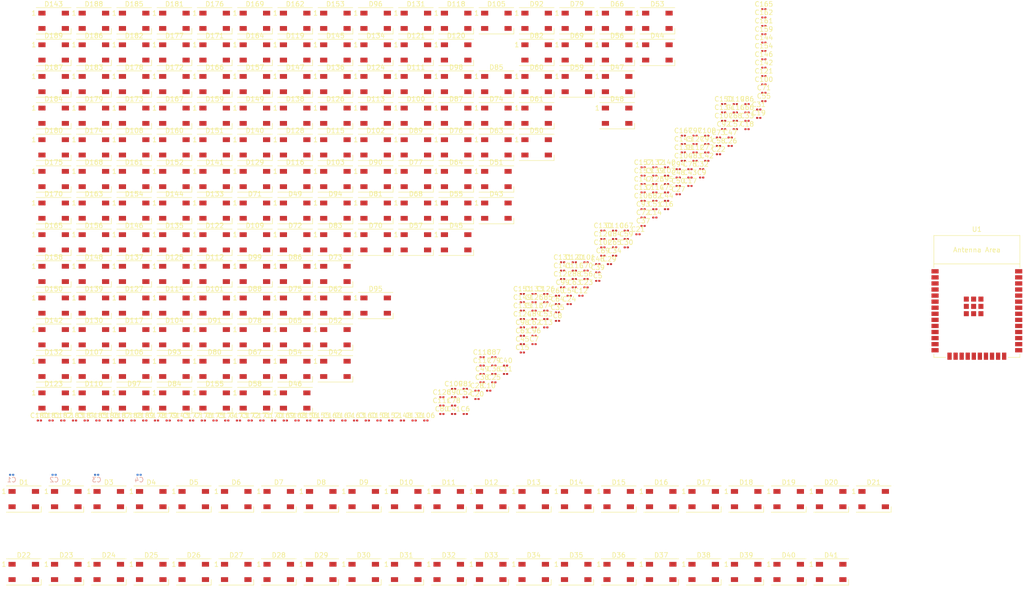
<source format=kicad_pcb>
(kicad_pcb (version 20171130) (host pcbnew 5.1.9+dfsg1-1+deb11u1)
  (layers (0 F.Cu signal) (31 B.Cu signal) (34 B.Paste user) (35 F.Paste user) (36 B.SilkS user) (37 F.SilkS user) (38 B.Mask user) (39 F.Mask user) (44 Edge.Cuts user))
  (net 0 "")
  (net 1 GND)
  (net 2 +5V)
  (net 3 "Net-(D1-Pad2)")
  (net 4 /FrontLeds/LED_LOWER_DIN)
  (net 5 "Net-(D2-Pad2)")
  (net 6 "Net-(D3-Pad2)")
  (net 7 "Net-(D4-Pad2)")
  (net 8 "Net-(D5-Pad2)")
  (net 9 "Net-(D6-Pad2)")
  (net 10 "Net-(D7-Pad2)")
  (net 11 "Net-(D8-Pad2)")
  (net 12 "Net-(D10-Pad4)")
  (net 13 "Net-(D10-Pad2)")
  (net 14 "Net-(D11-Pad2)")
  (net 15 "Net-(D12-Pad2)")
  (net 16 "Net-(D13-Pad2)")
  (net 17 "Net-(D14-Pad2)")
  (net 18 "Net-(D15-Pad2)")
  (net 19 "Net-(D16-Pad2)")
  (net 20 "Net-(D17-Pad2)")
  (net 21 "Net-(D18-Pad2)")
  (net 22 "Net-(D19-Pad2)")
  (net 23 "Net-(D20-Pad2)")
  (net 24 "Net-(D21-Pad2)")
  (net 25 "Net-(D22-Pad2)")
  (net 26 "Net-(D23-Pad2)")
  (net 27 "Net-(D24-Pad2)")
  (net 28 "Net-(D25-Pad2)")
  (net 29 "Net-(D26-Pad2)")
  (net 30 "Net-(D27-Pad2)")
  (net 31 "Net-(D28-Pad2)")
  (net 32 "Net-(D29-Pad2)")
  (net 33 "Net-(D30-Pad2)")
  (net 34 "Net-(D31-Pad2)")
  (net 35 "Net-(D32-Pad2)")
  (net 36 "Net-(D33-Pad2)")
  (net 37 "Net-(D34-Pad2)")
  (net 38 "Net-(D35-Pad2)")
  (net 39 "Net-(D36-Pad2)")
  (net 40 "Net-(D37-Pad2)")
  (net 41 "Net-(D38-Pad2)")
  (net 42 "Net-(D39-Pad2)")
  (net 43 "Net-(D40-Pad2)")
  (net 44 "Net-(D41-Pad2)")
  (net 45 "Net-(D42-Pad2)")
  (net 46 "Net-(D43-Pad2)")
  (net 47 "Net-(D44-Pad2)")
  (net 48 "Net-(D45-Pad2)")
  (net 49 "Net-(D46-Pad2)")
  (net 50 "Net-(D47-Pad2)")
  (net 51 "Net-(D48-Pad2)")
  (net 52 "Net-(D49-Pad2)")
  (net 53 "Net-(D50-Pad2)")
  (net 54 "Net-(D51-Pad2)")
  (net 55 "Net-(D52-Pad2)")
  (net 56 "Net-(D53-Pad2)")
  (net 57 "Net-(D54-Pad2)")
  (net 58 "Net-(D55-Pad2)")
  (net 59 "Net-(D56-Pad2)")
  (net 60 "Net-(D57-Pad2)")
  (net 61 "Net-(D58-Pad2)")
  (net 62 "Net-(D59-Pad2)")
  (net 63 "Net-(D60-Pad2)")
  (net 64 "Net-(D61-Pad2)")
  (net 65 "Net-(D62-Pad2)")
  (net 66 "Net-(D63-Pad2)")
  (net 67 "Net-(D64-Pad2)")
  (net 68 "Net-(D65-Pad2)")
  (net 69 "Net-(D66-Pad2)")
  (net 70 "Net-(D67-Pad2)")
  (net 71 "Net-(D68-Pad2)")
  (net 72 "Net-(D69-Pad2)")
  (net 73 "Net-(D70-Pad2)")
  (net 74 "Net-(D71-Pad2)")
  (net 75 "Net-(D72-Pad2)")
  (net 76 "Net-(D73-Pad2)")
  (net 77 "Net-(D74-Pad2)")
  (net 78 "Net-(D75-Pad2)")
  (net 79 "Net-(D76-Pad2)")
  (net 80 "Net-(D77-Pad2)")
  (net 81 "Net-(D78-Pad2)")
  (net 82 "Net-(D79-Pad2)")
  (net 83 "Net-(D80-Pad2)")
  (net 84 "Net-(D81-Pad2)")
  (net 85 "Net-(D82-Pad2)")
  (net 86 "Net-(D83-Pad2)")
  (net 87 "Net-(D84-Pad2)")
  (net 88 "Net-(D85-Pad2)")
  (net 89 "Net-(D86-Pad2)")
  (net 90 "Net-(D87-Pad2)")
  (net 91 "Net-(D88-Pad2)")
  (net 92 "Net-(D89-Pad2)")
  (net 93 "Net-(D90-Pad2)")
  (net 94 "Net-(D91-Pad2)")
  (net 95 "Net-(D92-Pad2)")
  (net 96 "Net-(D93-Pad2)")
  (net 97 "Net-(D94-Pad2)")
  (net 98 "Net-(D95-Pad2)")
  (net 99 "Net-(D96-Pad2)")
  (net 100 "Net-(D97-Pad2)")
  (net 101 "Net-(D98-Pad2)")
  (net 102 "Net-(D100-Pad4)")
  (net 103 "Net-(D100-Pad2)")
  (net 104 "Net-(D101-Pad2)")
  (net 105 "Net-(D102-Pad2)")
  (net 106 "Net-(D103-Pad2)")
  (net 107 "Net-(D104-Pad2)")
  (net 108 "Net-(D105-Pad2)")
  (net 109 "Net-(D106-Pad2)")
  (net 110 "Net-(D107-Pad2)")
  (net 111 "Net-(D108-Pad2)")
  (net 112 "Net-(D109-Pad2)")
  (net 113 "Net-(D110-Pad2)")
  (net 114 "Net-(D111-Pad2)")
  (net 115 "Net-(D112-Pad2)")
  (net 116 "Net-(D113-Pad2)")
  (net 117 "Net-(D114-Pad2)")
  (net 118 "Net-(D115-Pad2)")
  (net 119 "Net-(D116-Pad2)")
  (net 120 "Net-(D117-Pad2)")
  (net 121 "Net-(D118-Pad2)")
  (net 122 "Net-(D119-Pad2)")
  (net 123 "Net-(D120-Pad2)")
  (net 124 "Net-(D121-Pad2)")
  (net 125 "Net-(D122-Pad2)")
  (net 126 "Net-(D123-Pad2)")
  (net 127 "Net-(D124-Pad2)")
  (net 128 "Net-(D125-Pad2)")
  (net 129 "Net-(D126-Pad2)")
  (net 130 "Net-(D127-Pad2)")
  (net 131 "Net-(D128-Pad2)")
  (net 132 "Net-(D129-Pad2)")
  (net 133 "Net-(D130-Pad2)")
  (net 134 "Net-(D131-Pad2)")
  (net 135 "Net-(D132-Pad2)")
  (net 136 "Net-(D133-Pad2)")
  (net 137 "Net-(D134-Pad2)")
  (net 138 "Net-(D135-Pad2)")
  (net 139 "Net-(D136-Pad2)")
  (net 140 "Net-(D137-Pad2)")
  (net 141 "Net-(D138-Pad2)")
  (net 142 "Net-(D139-Pad2)")
  (net 143 "Net-(D140-Pad2)")
  (net 144 "Net-(D141-Pad2)")
  (net 145 "Net-(D142-Pad2)")
  (net 146 "Net-(D143-Pad2)")
  (net 147 "Net-(D144-Pad2)")
  (net 148 "Net-(D145-Pad2)")
  (net 149 "Net-(D146-Pad2)")
  (net 150 "Net-(D147-Pad2)")
  (net 151 "Net-(D148-Pad2)")
  (net 152 "Net-(D149-Pad2)")
  (net 153 "Net-(D150-Pad2)")
  (net 154 "Net-(D151-Pad2)")
  (net 155 "Net-(D152-Pad2)")
  (net 156 "Net-(D153-Pad2)")
  (net 157 "Net-(D154-Pad2)")
  (net 158 "Net-(D155-Pad2)")
  (net 159 "Net-(D156-Pad2)")
  (net 160 "Net-(D157-Pad2)")
  (net 161 "Net-(D158-Pad2)")
  (net 162 "Net-(D159-Pad2)")
  (net 163 "Net-(D160-Pad2)")
  (net 164 "Net-(D161-Pad2)")
  (net 165 "Net-(D162-Pad2)")
  (net 166 "Net-(D163-Pad2)")
  (net 167 "Net-(D164-Pad2)")
  (net 168 "Net-(D165-Pad2)")
  (net 169 "Net-(D166-Pad2)")
  (net 170 "Net-(D167-Pad2)")
  (net 171 "Net-(D168-Pad2)")
  (net 172 "Net-(D169-Pad2)")
  (net 173 "Net-(D170-Pad2)")
  (net 174 "Net-(D171-Pad2)")
  (net 175 "Net-(D172-Pad2)")
  (net 176 "Net-(D173-Pad2)")
  (net 177 "Net-(D174-Pad2)")
  (net 178 "Net-(D175-Pad2)")
  (net 179 "Net-(D176-Pad2)")
  (net 180 "Net-(D177-Pad2)")
  (net 181 "Net-(D178-Pad2)")
  (net 182 "Net-(D179-Pad2)")
  (net 183 "Net-(D180-Pad2)")
  (net 184 "Net-(D181-Pad2)")
  (net 185 "Net-(D182-Pad2)")
  (net 186 "Net-(D183-Pad2)")
  (net 187 "Net-(D184-Pad2)")
  (net 188 "Net-(D185-Pad2)")
  (net 189 "Net-(D186-Pad2)")
  (net 190 "Net-(D187-Pad2)")
  (net 191 "Net-(D188-Pad2)")
  (net 192 "Net-(D189-Pad2)")
  (net 193 "Net-(U1-Pad37)")
  (net 194 "Net-(U1-Pad36)")
  (net 195 "Net-(U1-Pad35)")
  (net 196 "Net-(U1-Pad34)")
  (net 197 "Net-(U1-Pad33)")
  (net 198 "Net-(U1-Pad32)")
  (net 199 "Net-(U1-Pad31)")
  (net 200 "Net-(U1-Pad30)")
  (net 201 "Net-(U1-Pad28)")
  (net 202 "Net-(U1-Pad27)")
  (net 203 "Net-(U1-Pad26)")
  (net 204 "Net-(SW1-Pad2)")
  (net 205 "Net-(U1-Pad24)")
  (net 206 "Net-(U1-Pad23)")
  (net 207 "Net-(U1-Pad22)")
  (net 208 "Net-(U1-Pad21)")
  (net 209 "Net-(U1-Pad20)")
  (net 210 "Net-(U1-Pad19)")
  (net 211 "Net-(U1-Pad18)")
  (net 212 "Net-(U1-Pad17)")
  (net 213 "Net-(U1-Pad16)")
  (net 214 "Net-(U1-Pad2)")
  (net 215 "Net-(U1-Pad3)")
  (net 216 "Net-(U1-Pad4)")
  (net 217 "Net-(U1-Pad5)")
  (net 218 "Net-(U1-Pad6)")
  (net 219 "Net-(U1-Pad7)")
  (net 220 "Net-(U1-Pad8)")
  (net 221 "Net-(U1-Pad9)")
  (net 222 "Net-(U1-Pad10)")
  (net 223 "Net-(U1-Pad11)")
  (net 224 "Net-(U1-Pad12)")
  (net 225 "Net-(U1-Pad13)")
  (net 226 "Net-(U1-Pad14)")
  (module Espressif:ESP32-WROOM-32E (layer F.Cu) (at 238.76 46.99)
    (fp_text reference U1 (at 0 -15.8) (layer F.SilkS))
    (fp_text value ESP32-WROOM-32E)
    (fp_text user "Antenna Area" (at 0 -11.5) (layer F.SilkS))
    (pad 39 smd rect (at -2.205 -1.195 180) (size 1.05 1.05) (layers F.Cu F.Paste F.Mask))
    (pad 39 smd rect (at -0.68 -1.195 180) (size 1.05 1.05) (layers F.Cu F.Paste F.Mask))
    (pad 39 smd rect (at 0.845 -1.195 180) (size 1.05 1.05) (layers F.Cu F.Paste F.Mask))
    (pad 39 smd rect (at 0.845 1.855 180) (size 1.05 1.05) (layers F.Cu F.Paste F.Mask))
    (pad 39 smd rect (at -0.68 1.855 180) (size 1.05 1.05) (layers F.Cu F.Paste F.Mask))
    (pad 39 smd rect (at -2.205 1.855 180) (size 1.05 1.05) (layers F.Cu F.Paste F.Mask))
    (pad 39 smd rect (at -2.205 0.33 180) (size 1.05 1.05) (layers F.Cu F.Paste F.Mask))
    (pad 39 smd rect (at 0.845 0.33 180) (size 1.05 1.05) (layers F.Cu F.Paste F.Mask))
    (pad 39 smd rect (at -0.68 0.33 180) (size 1.05 1.05) (layers F.Cu F.Paste F.Mask))
    (pad 38 smd rect (at 8.75 -7.01 180) (size 1.5 0.9) (layers F.Cu F.Paste F.Mask) (net 1 GND))
    (pad 37 smd rect (at 8.75 -5.74 180) (size 1.5 0.9) (layers F.Cu F.Paste F.Mask) (net 193 "Net-(U1-Pad37)"))
    (pad 36 smd rect (at 8.75 -4.47 180) (size 1.5 0.9) (layers F.Cu F.Paste F.Mask) (net 194 "Net-(U1-Pad36)"))
    (pad 35 smd rect (at 8.75 -3.2 180) (size 1.5 0.9) (layers F.Cu F.Paste F.Mask) (net 195 "Net-(U1-Pad35)"))
    (pad 34 smd rect (at 8.75 -1.93 180) (size 1.5 0.9) (layers F.Cu F.Paste F.Mask) (net 196 "Net-(U1-Pad34)"))
    (pad 33 smd rect (at 8.75 -0.66 180) (size 1.5 0.9) (layers F.Cu F.Paste F.Mask) (net 197 "Net-(U1-Pad33)"))
    (pad 32 smd rect (at 8.75 0.61 180) (size 1.5 0.9) (layers F.Cu F.Paste F.Mask) (net 198 "Net-(U1-Pad32)"))
    (pad 31 smd rect (at 8.75 1.88 180) (size 1.5 0.9) (layers F.Cu F.Paste F.Mask) (net 199 "Net-(U1-Pad31)"))
    (pad 30 smd rect (at 8.75 3.15 180) (size 1.5 0.9) (layers F.Cu F.Paste F.Mask) (net 200 "Net-(U1-Pad30)"))
    (pad 29 smd rect (at 8.75 4.42 180) (size 1.5 0.9) (layers F.Cu F.Paste F.Mask) (net 4 /FrontLeds/LED_LOWER_DIN))
    (pad 28 smd rect (at 8.75 5.69 180) (size 1.5 0.9) (layers F.Cu F.Paste F.Mask) (net 201 "Net-(U1-Pad28)"))
    (pad 27 smd rect (at 8.75 6.96 180) (size 1.5 0.9) (layers F.Cu F.Paste F.Mask) (net 202 "Net-(U1-Pad27)"))
    (pad 26 smd rect (at 8.75 8.23 180) (size 1.5 0.9) (layers F.Cu F.Paste F.Mask) (net 203 "Net-(U1-Pad26)"))
    (pad 25 smd rect (at 8.75 9.5 180) (size 1.5 0.9) (layers F.Cu F.Paste F.Mask) (net 204 "Net-(SW1-Pad2)"))
    (pad 24 smd rect (at 5.71 10.75 90) (size 1.5 0.9) (layers F.Cu F.Paste F.Mask) (net 205 "Net-(U1-Pad24)"))
    (pad 23 smd rect (at 4.44 10.75 90) (size 1.5 0.9) (layers F.Cu F.Paste F.Mask) (net 206 "Net-(U1-Pad23)"))
    (pad 22 smd rect (at 3.17 10.75 90) (size 1.5 0.9) (layers F.Cu F.Paste F.Mask) (net 207 "Net-(U1-Pad22)"))
    (pad 21 smd rect (at 1.9 10.75 90) (size 1.5 0.9) (layers F.Cu F.Paste F.Mask) (net 208 "Net-(U1-Pad21)"))
    (pad 20 smd rect (at 0.63 10.75 90) (size 1.5 0.9) (layers F.Cu F.Paste F.Mask) (net 209 "Net-(U1-Pad20)"))
    (pad 19 smd rect (at -0.64 10.75 90) (size 1.5 0.9) (layers F.Cu F.Paste F.Mask) (net 210 "Net-(U1-Pad19)"))
    (pad 18 smd rect (at -1.91 10.75 90) (size 1.5 0.9) (layers F.Cu F.Paste F.Mask) (net 211 "Net-(U1-Pad18)"))
    (pad 17 smd rect (at -3.18 10.75 90) (size 1.5 0.9) (layers F.Cu F.Paste F.Mask) (net 212 "Net-(U1-Pad17)"))
    (pad 16 smd rect (at -4.45 10.75 90) (size 1.5 0.9) (layers F.Cu F.Paste F.Mask) (net 213 "Net-(U1-Pad16)"))
    (pad 15 smd rect (at -5.72 10.75 90) (size 1.5 0.9) (layers F.Cu F.Paste F.Mask) (net 1 GND))
    (pad 1 smd rect (at -8.75 -7.01) (size 1.5 0.9) (layers F.Cu F.Paste F.Mask) (net 1 GND))
    (pad 2 smd rect (at -8.75 -5.74) (size 1.5 0.9) (layers F.Cu F.Paste F.Mask) (net 214 "Net-(U1-Pad2)"))
    (pad 3 smd rect (at -8.75 -4.47) (size 1.5 0.9) (layers F.Cu F.Paste F.Mask) (net 215 "Net-(U1-Pad3)"))
    (pad 4 smd rect (at -8.75 -3.2) (size 1.5 0.9) (layers F.Cu F.Paste F.Mask) (net 216 "Net-(U1-Pad4)"))
    (pad 5 smd rect (at -8.75 -1.93) (size 1.5 0.9) (layers F.Cu F.Paste F.Mask) (net 217 "Net-(U1-Pad5)"))
    (pad 6 smd rect (at -8.75 -0.66) (size 1.5 0.9) (layers F.Cu F.Paste F.Mask) (net 218 "Net-(U1-Pad6)"))
    (pad 7 smd rect (at -8.75 0.61) (size 1.5 0.9) (layers F.Cu F.Paste F.Mask) (net 219 "Net-(U1-Pad7)"))
    (pad 8 smd rect (at -8.75 1.88) (size 1.5 0.9) (layers F.Cu F.Paste F.Mask) (net 220 "Net-(U1-Pad8)"))
    (pad 9 smd rect (at -8.75 3.15) (size 1.5 0.9) (layers F.Cu F.Paste F.Mask) (net 221 "Net-(U1-Pad9)"))
    (pad 10 smd rect (at -8.75 4.42) (size 1.5 0.9) (layers F.Cu F.Paste F.Mask) (net 222 "Net-(U1-Pad10)"))
    (pad 11 smd rect (at -8.75 5.69) (size 1.5 0.9) (layers F.Cu F.Paste F.Mask) (net 223 "Net-(U1-Pad11)"))
    (pad 12 smd rect (at -8.75 6.96) (size 1.5 0.9) (layers F.Cu F.Paste F.Mask) (net 224 "Net-(U1-Pad12)"))
    (pad 13 smd rect (at -8.75 8.23) (size 1.5 0.9) (layers F.Cu F.Paste F.Mask) (net 225 "Net-(U1-Pad13)"))
    (pad 14 smd rect (at -8.75 9.5) (size 1.5 0.9) (layers F.Cu F.Paste F.Mask) (net 226 "Net-(U1-Pad14)"))
  )
  (module LED_SMD:LED_WS2812B_PLCC4_5.0x5.0mm_P3.2mm (layer F.Cu) (at 45.620001 -5.809999)
    (fp_text reference D189 (at 0 -3.5) (layer F.SilkS))
    (fp_text value WS2812B)
    (fp_text user 1 (at -4.15 -1.6) (layer F.SilkS))
    (pad 1 smd rect (at -2.45 -1.6) (size 1.5 1) (layers F.Cu F.Paste F.Mask) (net 2 +5V))
    (pad 2 smd rect (at -2.45 1.6) (size 1.5 1) (layers F.Cu F.Paste F.Mask) (net 192 "Net-(D189-Pad2)"))
    (pad 4 smd rect (at 2.45 -1.6) (size 1.5 1) (layers F.Cu F.Paste F.Mask) (net 191 "Net-(D188-Pad2)"))
    (pad 3 smd rect (at 2.45 1.6) (size 1.5 1) (layers F.Cu F.Paste F.Mask) (net 1 GND))
  )
  (module LED_SMD:LED_WS2812B_PLCC4_5.0x5.0mm_P3.2mm (layer F.Cu) (at 54.040001 -12.429999)
    (fp_text reference D188 (at 0 -3.5) (layer F.SilkS))
    (fp_text value WS2812B)
    (fp_text user 1 (at -4.15 -1.6) (layer F.SilkS))
    (pad 1 smd rect (at -2.45 -1.6) (size 1.5 1) (layers F.Cu F.Paste F.Mask) (net 2 +5V))
    (pad 2 smd rect (at -2.45 1.6) (size 1.5 1) (layers F.Cu F.Paste F.Mask) (net 191 "Net-(D188-Pad2)"))
    (pad 4 smd rect (at 2.45 -1.6) (size 1.5 1) (layers F.Cu F.Paste F.Mask) (net 190 "Net-(D187-Pad2)"))
    (pad 3 smd rect (at 2.45 1.6) (size 1.5 1) (layers F.Cu F.Paste F.Mask) (net 1 GND))
  )
  (module LED_SMD:LED_WS2812B_PLCC4_5.0x5.0mm_P3.2mm (layer F.Cu) (at 45.620001 0.810001)
    (fp_text reference D187 (at 0 -3.5) (layer F.SilkS))
    (fp_text value WS2812B)
    (fp_text user 1 (at -4.15 -1.6) (layer F.SilkS))
    (pad 1 smd rect (at -2.45 -1.6) (size 1.5 1) (layers F.Cu F.Paste F.Mask) (net 2 +5V))
    (pad 2 smd rect (at -2.45 1.6) (size 1.5 1) (layers F.Cu F.Paste F.Mask) (net 190 "Net-(D187-Pad2)"))
    (pad 4 smd rect (at 2.45 -1.6) (size 1.5 1) (layers F.Cu F.Paste F.Mask) (net 189 "Net-(D186-Pad2)"))
    (pad 3 smd rect (at 2.45 1.6) (size 1.5 1) (layers F.Cu F.Paste F.Mask) (net 1 GND))
  )
  (module LED_SMD:LED_WS2812B_PLCC4_5.0x5.0mm_P3.2mm (layer F.Cu) (at 54.040001 -5.809999)
    (fp_text reference D186 (at 0 -3.5) (layer F.SilkS))
    (fp_text value WS2812B)
    (fp_text user 1 (at -4.15 -1.6) (layer F.SilkS))
    (pad 1 smd rect (at -2.45 -1.6) (size 1.5 1) (layers F.Cu F.Paste F.Mask) (net 2 +5V))
    (pad 2 smd rect (at -2.45 1.6) (size 1.5 1) (layers F.Cu F.Paste F.Mask) (net 189 "Net-(D186-Pad2)"))
    (pad 4 smd rect (at 2.45 -1.6) (size 1.5 1) (layers F.Cu F.Paste F.Mask) (net 188 "Net-(D185-Pad2)"))
    (pad 3 smd rect (at 2.45 1.6) (size 1.5 1) (layers F.Cu F.Paste F.Mask) (net 1 GND))
  )
  (module LED_SMD:LED_WS2812B_PLCC4_5.0x5.0mm_P3.2mm (layer F.Cu) (at 62.460001 -12.429999)
    (fp_text reference D185 (at 0 -3.5) (layer F.SilkS))
    (fp_text value WS2812B)
    (fp_text user 1 (at -4.15 -1.6) (layer F.SilkS))
    (pad 1 smd rect (at -2.45 -1.6) (size 1.5 1) (layers F.Cu F.Paste F.Mask) (net 2 +5V))
    (pad 2 smd rect (at -2.45 1.6) (size 1.5 1) (layers F.Cu F.Paste F.Mask) (net 188 "Net-(D185-Pad2)"))
    (pad 4 smd rect (at 2.45 -1.6) (size 1.5 1) (layers F.Cu F.Paste F.Mask) (net 187 "Net-(D184-Pad2)"))
    (pad 3 smd rect (at 2.45 1.6) (size 1.5 1) (layers F.Cu F.Paste F.Mask) (net 1 GND))
  )
  (module LED_SMD:LED_WS2812B_PLCC4_5.0x5.0mm_P3.2mm (layer F.Cu) (at 45.620001 7.430001)
    (fp_text reference D184 (at 0 -3.5) (layer F.SilkS))
    (fp_text value WS2812B)
    (fp_text user 1 (at -4.15 -1.6) (layer F.SilkS))
    (pad 1 smd rect (at -2.45 -1.6) (size 1.5 1) (layers F.Cu F.Paste F.Mask) (net 2 +5V))
    (pad 2 smd rect (at -2.45 1.6) (size 1.5 1) (layers F.Cu F.Paste F.Mask) (net 187 "Net-(D184-Pad2)"))
    (pad 4 smd rect (at 2.45 -1.6) (size 1.5 1) (layers F.Cu F.Paste F.Mask) (net 186 "Net-(D183-Pad2)"))
    (pad 3 smd rect (at 2.45 1.6) (size 1.5 1) (layers F.Cu F.Paste F.Mask) (net 1 GND))
  )
  (module LED_SMD:LED_WS2812B_PLCC4_5.0x5.0mm_P3.2mm (layer F.Cu) (at 54.040001 0.810001)
    (fp_text reference D183 (at 0 -3.5) (layer F.SilkS))
    (fp_text value WS2812B)
    (fp_text user 1 (at -4.15 -1.6) (layer F.SilkS))
    (pad 1 smd rect (at -2.45 -1.6) (size 1.5 1) (layers F.Cu F.Paste F.Mask) (net 2 +5V))
    (pad 2 smd rect (at -2.45 1.6) (size 1.5 1) (layers F.Cu F.Paste F.Mask) (net 186 "Net-(D183-Pad2)"))
    (pad 4 smd rect (at 2.45 -1.6) (size 1.5 1) (layers F.Cu F.Paste F.Mask) (net 185 "Net-(D182-Pad2)"))
    (pad 3 smd rect (at 2.45 1.6) (size 1.5 1) (layers F.Cu F.Paste F.Mask) (net 1 GND))
  )
  (module LED_SMD:LED_WS2812B_PLCC4_5.0x5.0mm_P3.2mm (layer F.Cu) (at 62.460001 -5.809999)
    (fp_text reference D182 (at 0 -3.5) (layer F.SilkS))
    (fp_text value WS2812B)
    (fp_text user 1 (at -4.15 -1.6) (layer F.SilkS))
    (pad 1 smd rect (at -2.45 -1.6) (size 1.5 1) (layers F.Cu F.Paste F.Mask) (net 2 +5V))
    (pad 2 smd rect (at -2.45 1.6) (size 1.5 1) (layers F.Cu F.Paste F.Mask) (net 185 "Net-(D182-Pad2)"))
    (pad 4 smd rect (at 2.45 -1.6) (size 1.5 1) (layers F.Cu F.Paste F.Mask) (net 184 "Net-(D181-Pad2)"))
    (pad 3 smd rect (at 2.45 1.6) (size 1.5 1) (layers F.Cu F.Paste F.Mask) (net 1 GND))
  )
  (module LED_SMD:LED_WS2812B_PLCC4_5.0x5.0mm_P3.2mm (layer F.Cu) (at 70.880001 -12.429999)
    (fp_text reference D181 (at 0 -3.5) (layer F.SilkS))
    (fp_text value WS2812B)
    (fp_text user 1 (at -4.15 -1.6) (layer F.SilkS))
    (pad 1 smd rect (at -2.45 -1.6) (size 1.5 1) (layers F.Cu F.Paste F.Mask) (net 2 +5V))
    (pad 2 smd rect (at -2.45 1.6) (size 1.5 1) (layers F.Cu F.Paste F.Mask) (net 184 "Net-(D181-Pad2)"))
    (pad 4 smd rect (at 2.45 -1.6) (size 1.5 1) (layers F.Cu F.Paste F.Mask) (net 183 "Net-(D180-Pad2)"))
    (pad 3 smd rect (at 2.45 1.6) (size 1.5 1) (layers F.Cu F.Paste F.Mask) (net 1 GND))
  )
  (module LED_SMD:LED_WS2812B_PLCC4_5.0x5.0mm_P3.2mm (layer F.Cu) (at 45.620001 14.050001)
    (fp_text reference D180 (at 0 -3.5) (layer F.SilkS))
    (fp_text value WS2812B)
    (fp_text user 1 (at -4.15 -1.6) (layer F.SilkS))
    (pad 1 smd rect (at -2.45 -1.6) (size 1.5 1) (layers F.Cu F.Paste F.Mask) (net 2 +5V))
    (pad 2 smd rect (at -2.45 1.6) (size 1.5 1) (layers F.Cu F.Paste F.Mask) (net 183 "Net-(D180-Pad2)"))
    (pad 4 smd rect (at 2.45 -1.6) (size 1.5 1) (layers F.Cu F.Paste F.Mask) (net 182 "Net-(D179-Pad2)"))
    (pad 3 smd rect (at 2.45 1.6) (size 1.5 1) (layers F.Cu F.Paste F.Mask) (net 1 GND))
  )
  (module LED_SMD:LED_WS2812B_PLCC4_5.0x5.0mm_P3.2mm (layer F.Cu) (at 54.040001 7.430001)
    (fp_text reference D179 (at 0 -3.5) (layer F.SilkS))
    (fp_text value WS2812B)
    (fp_text user 1 (at -4.15 -1.6) (layer F.SilkS))
    (pad 1 smd rect (at -2.45 -1.6) (size 1.5 1) (layers F.Cu F.Paste F.Mask) (net 2 +5V))
    (pad 2 smd rect (at -2.45 1.6) (size 1.5 1) (layers F.Cu F.Paste F.Mask) (net 182 "Net-(D179-Pad2)"))
    (pad 4 smd rect (at 2.45 -1.6) (size 1.5 1) (layers F.Cu F.Paste F.Mask) (net 181 "Net-(D178-Pad2)"))
    (pad 3 smd rect (at 2.45 1.6) (size 1.5 1) (layers F.Cu F.Paste F.Mask) (net 1 GND))
  )
  (module LED_SMD:LED_WS2812B_PLCC4_5.0x5.0mm_P3.2mm (layer F.Cu) (at 62.460001 0.810001)
    (fp_text reference D178 (at 0 -3.5) (layer F.SilkS))
    (fp_text value WS2812B)
    (fp_text user 1 (at -4.15 -1.6) (layer F.SilkS))
    (pad 1 smd rect (at -2.45 -1.6) (size 1.5 1) (layers F.Cu F.Paste F.Mask) (net 2 +5V))
    (pad 2 smd rect (at -2.45 1.6) (size 1.5 1) (layers F.Cu F.Paste F.Mask) (net 181 "Net-(D178-Pad2)"))
    (pad 4 smd rect (at 2.45 -1.6) (size 1.5 1) (layers F.Cu F.Paste F.Mask) (net 180 "Net-(D177-Pad2)"))
    (pad 3 smd rect (at 2.45 1.6) (size 1.5 1) (layers F.Cu F.Paste F.Mask) (net 1 GND))
  )
  (module LED_SMD:LED_WS2812B_PLCC4_5.0x5.0mm_P3.2mm (layer F.Cu) (at 70.880001 -5.809999)
    (fp_text reference D177 (at 0 -3.5) (layer F.SilkS))
    (fp_text value WS2812B)
    (fp_text user 1 (at -4.15 -1.6) (layer F.SilkS))
    (pad 1 smd rect (at -2.45 -1.6) (size 1.5 1) (layers F.Cu F.Paste F.Mask) (net 2 +5V))
    (pad 2 smd rect (at -2.45 1.6) (size 1.5 1) (layers F.Cu F.Paste F.Mask) (net 180 "Net-(D177-Pad2)"))
    (pad 4 smd rect (at 2.45 -1.6) (size 1.5 1) (layers F.Cu F.Paste F.Mask) (net 179 "Net-(D176-Pad2)"))
    (pad 3 smd rect (at 2.45 1.6) (size 1.5 1) (layers F.Cu F.Paste F.Mask) (net 1 GND))
  )
  (module LED_SMD:LED_WS2812B_PLCC4_5.0x5.0mm_P3.2mm (layer F.Cu) (at 79.300001 -12.429999)
    (fp_text reference D176 (at 0 -3.5) (layer F.SilkS))
    (fp_text value WS2812B)
    (fp_text user 1 (at -4.15 -1.6) (layer F.SilkS))
    (pad 1 smd rect (at -2.45 -1.6) (size 1.5 1) (layers F.Cu F.Paste F.Mask) (net 2 +5V))
    (pad 2 smd rect (at -2.45 1.6) (size 1.5 1) (layers F.Cu F.Paste F.Mask) (net 179 "Net-(D176-Pad2)"))
    (pad 4 smd rect (at 2.45 -1.6) (size 1.5 1) (layers F.Cu F.Paste F.Mask) (net 178 "Net-(D175-Pad2)"))
    (pad 3 smd rect (at 2.45 1.6) (size 1.5 1) (layers F.Cu F.Paste F.Mask) (net 1 GND))
  )
  (module LED_SMD:LED_WS2812B_PLCC4_5.0x5.0mm_P3.2mm (layer F.Cu) (at 45.620001 20.670001)
    (fp_text reference D175 (at 0 -3.5) (layer F.SilkS))
    (fp_text value WS2812B)
    (fp_text user 1 (at -4.15 -1.6) (layer F.SilkS))
    (pad 1 smd rect (at -2.45 -1.6) (size 1.5 1) (layers F.Cu F.Paste F.Mask) (net 2 +5V))
    (pad 2 smd rect (at -2.45 1.6) (size 1.5 1) (layers F.Cu F.Paste F.Mask) (net 178 "Net-(D175-Pad2)"))
    (pad 4 smd rect (at 2.45 -1.6) (size 1.5 1) (layers F.Cu F.Paste F.Mask) (net 177 "Net-(D174-Pad2)"))
    (pad 3 smd rect (at 2.45 1.6) (size 1.5 1) (layers F.Cu F.Paste F.Mask) (net 1 GND))
  )
  (module LED_SMD:LED_WS2812B_PLCC4_5.0x5.0mm_P3.2mm (layer F.Cu) (at 54.040001 14.050001)
    (fp_text reference D174 (at 0 -3.5) (layer F.SilkS))
    (fp_text value WS2812B)
    (fp_text user 1 (at -4.15 -1.6) (layer F.SilkS))
    (pad 1 smd rect (at -2.45 -1.6) (size 1.5 1) (layers F.Cu F.Paste F.Mask) (net 2 +5V))
    (pad 2 smd rect (at -2.45 1.6) (size 1.5 1) (layers F.Cu F.Paste F.Mask) (net 177 "Net-(D174-Pad2)"))
    (pad 4 smd rect (at 2.45 -1.6) (size 1.5 1) (layers F.Cu F.Paste F.Mask) (net 176 "Net-(D173-Pad2)"))
    (pad 3 smd rect (at 2.45 1.6) (size 1.5 1) (layers F.Cu F.Paste F.Mask) (net 1 GND))
  )
  (module LED_SMD:LED_WS2812B_PLCC4_5.0x5.0mm_P3.2mm (layer F.Cu) (at 62.460001 7.430001)
    (fp_text reference D173 (at 0 -3.5) (layer F.SilkS))
    (fp_text value WS2812B)
    (fp_text user 1 (at -4.15 -1.6) (layer F.SilkS))
    (pad 1 smd rect (at -2.45 -1.6) (size 1.5 1) (layers F.Cu F.Paste F.Mask) (net 2 +5V))
    (pad 2 smd rect (at -2.45 1.6) (size 1.5 1) (layers F.Cu F.Paste F.Mask) (net 176 "Net-(D173-Pad2)"))
    (pad 4 smd rect (at 2.45 -1.6) (size 1.5 1) (layers F.Cu F.Paste F.Mask) (net 175 "Net-(D172-Pad2)"))
    (pad 3 smd rect (at 2.45 1.6) (size 1.5 1) (layers F.Cu F.Paste F.Mask) (net 1 GND))
  )
  (module LED_SMD:LED_WS2812B_PLCC4_5.0x5.0mm_P3.2mm (layer F.Cu) (at 70.880001 0.810001)
    (fp_text reference D172 (at 0 -3.5) (layer F.SilkS))
    (fp_text value WS2812B)
    (fp_text user 1 (at -4.15 -1.6) (layer F.SilkS))
    (pad 1 smd rect (at -2.45 -1.6) (size 1.5 1) (layers F.Cu F.Paste F.Mask) (net 2 +5V))
    (pad 2 smd rect (at -2.45 1.6) (size 1.5 1) (layers F.Cu F.Paste F.Mask) (net 175 "Net-(D172-Pad2)"))
    (pad 4 smd rect (at 2.45 -1.6) (size 1.5 1) (layers F.Cu F.Paste F.Mask) (net 174 "Net-(D171-Pad2)"))
    (pad 3 smd rect (at 2.45 1.6) (size 1.5 1) (layers F.Cu F.Paste F.Mask) (net 1 GND))
  )
  (module LED_SMD:LED_WS2812B_PLCC4_5.0x5.0mm_P3.2mm (layer F.Cu) (at 79.300001 -5.809999)
    (fp_text reference D171 (at 0 -3.5) (layer F.SilkS))
    (fp_text value WS2812B)
    (fp_text user 1 (at -4.15 -1.6) (layer F.SilkS))
    (pad 1 smd rect (at -2.45 -1.6) (size 1.5 1) (layers F.Cu F.Paste F.Mask) (net 2 +5V))
    (pad 2 smd rect (at -2.45 1.6) (size 1.5 1) (layers F.Cu F.Paste F.Mask) (net 174 "Net-(D171-Pad2)"))
    (pad 4 smd rect (at 2.45 -1.6) (size 1.5 1) (layers F.Cu F.Paste F.Mask) (net 173 "Net-(D170-Pad2)"))
    (pad 3 smd rect (at 2.45 1.6) (size 1.5 1) (layers F.Cu F.Paste F.Mask) (net 1 GND))
  )
  (module LED_SMD:LED_WS2812B_PLCC4_5.0x5.0mm_P3.2mm (layer F.Cu) (at 45.620001 27.290001)
    (fp_text reference D170 (at 0 -3.5) (layer F.SilkS))
    (fp_text value WS2812B)
    (fp_text user 1 (at -4.15 -1.6) (layer F.SilkS))
    (pad 1 smd rect (at -2.45 -1.6) (size 1.5 1) (layers F.Cu F.Paste F.Mask) (net 2 +5V))
    (pad 2 smd rect (at -2.45 1.6) (size 1.5 1) (layers F.Cu F.Paste F.Mask) (net 173 "Net-(D170-Pad2)"))
    (pad 4 smd rect (at 2.45 -1.6) (size 1.5 1) (layers F.Cu F.Paste F.Mask) (net 172 "Net-(D169-Pad2)"))
    (pad 3 smd rect (at 2.45 1.6) (size 1.5 1) (layers F.Cu F.Paste F.Mask) (net 1 GND))
  )
  (module LED_SMD:LED_WS2812B_PLCC4_5.0x5.0mm_P3.2mm (layer F.Cu) (at 87.720001 -12.429999)
    (fp_text reference D169 (at 0 -3.5) (layer F.SilkS))
    (fp_text value WS2812B)
    (fp_text user 1 (at -4.15 -1.6) (layer F.SilkS))
    (pad 1 smd rect (at -2.45 -1.6) (size 1.5 1) (layers F.Cu F.Paste F.Mask) (net 2 +5V))
    (pad 2 smd rect (at -2.45 1.6) (size 1.5 1) (layers F.Cu F.Paste F.Mask) (net 172 "Net-(D169-Pad2)"))
    (pad 4 smd rect (at 2.45 -1.6) (size 1.5 1) (layers F.Cu F.Paste F.Mask) (net 171 "Net-(D168-Pad2)"))
    (pad 3 smd rect (at 2.45 1.6) (size 1.5 1) (layers F.Cu F.Paste F.Mask) (net 1 GND))
  )
  (module LED_SMD:LED_WS2812B_PLCC4_5.0x5.0mm_P3.2mm (layer F.Cu) (at 54.040001 20.670001)
    (fp_text reference D168 (at 0 -3.5) (layer F.SilkS))
    (fp_text value WS2812B)
    (fp_text user 1 (at -4.15 -1.6) (layer F.SilkS))
    (pad 1 smd rect (at -2.45 -1.6) (size 1.5 1) (layers F.Cu F.Paste F.Mask) (net 2 +5V))
    (pad 2 smd rect (at -2.45 1.6) (size 1.5 1) (layers F.Cu F.Paste F.Mask) (net 171 "Net-(D168-Pad2)"))
    (pad 4 smd rect (at 2.45 -1.6) (size 1.5 1) (layers F.Cu F.Paste F.Mask) (net 170 "Net-(D167-Pad2)"))
    (pad 3 smd rect (at 2.45 1.6) (size 1.5 1) (layers F.Cu F.Paste F.Mask) (net 1 GND))
  )
  (module LED_SMD:LED_WS2812B_PLCC4_5.0x5.0mm_P3.2mm (layer F.Cu) (at 70.880001 7.430001)
    (fp_text reference D167 (at 0 -3.5) (layer F.SilkS))
    (fp_text value WS2812B)
    (fp_text user 1 (at -4.15 -1.6) (layer F.SilkS))
    (pad 1 smd rect (at -2.45 -1.6) (size 1.5 1) (layers F.Cu F.Paste F.Mask) (net 2 +5V))
    (pad 2 smd rect (at -2.45 1.6) (size 1.5 1) (layers F.Cu F.Paste F.Mask) (net 170 "Net-(D167-Pad2)"))
    (pad 4 smd rect (at 2.45 -1.6) (size 1.5 1) (layers F.Cu F.Paste F.Mask) (net 169 "Net-(D166-Pad2)"))
    (pad 3 smd rect (at 2.45 1.6) (size 1.5 1) (layers F.Cu F.Paste F.Mask) (net 1 GND))
  )
  (module LED_SMD:LED_WS2812B_PLCC4_5.0x5.0mm_P3.2mm (layer F.Cu) (at 79.300001 0.810001)
    (fp_text reference D166 (at 0 -3.5) (layer F.SilkS))
    (fp_text value WS2812B)
    (fp_text user 1 (at -4.15 -1.6) (layer F.SilkS))
    (pad 1 smd rect (at -2.45 -1.6) (size 1.5 1) (layers F.Cu F.Paste F.Mask) (net 2 +5V))
    (pad 2 smd rect (at -2.45 1.6) (size 1.5 1) (layers F.Cu F.Paste F.Mask) (net 169 "Net-(D166-Pad2)"))
    (pad 4 smd rect (at 2.45 -1.6) (size 1.5 1) (layers F.Cu F.Paste F.Mask) (net 168 "Net-(D165-Pad2)"))
    (pad 3 smd rect (at 2.45 1.6) (size 1.5 1) (layers F.Cu F.Paste F.Mask) (net 1 GND))
  )
  (module LED_SMD:LED_WS2812B_PLCC4_5.0x5.0mm_P3.2mm (layer F.Cu) (at 45.620001 33.910001)
    (fp_text reference D165 (at 0 -3.5) (layer F.SilkS))
    (fp_text value WS2812B)
    (fp_text user 1 (at -4.15 -1.6) (layer F.SilkS))
    (pad 1 smd rect (at -2.45 -1.6) (size 1.5 1) (layers F.Cu F.Paste F.Mask) (net 2 +5V))
    (pad 2 smd rect (at -2.45 1.6) (size 1.5 1) (layers F.Cu F.Paste F.Mask) (net 168 "Net-(D165-Pad2)"))
    (pad 4 smd rect (at 2.45 -1.6) (size 1.5 1) (layers F.Cu F.Paste F.Mask) (net 167 "Net-(D164-Pad2)"))
    (pad 3 smd rect (at 2.45 1.6) (size 1.5 1) (layers F.Cu F.Paste F.Mask) (net 1 GND))
  )
  (module LED_SMD:LED_WS2812B_PLCC4_5.0x5.0mm_P3.2mm (layer F.Cu) (at 87.720001 -5.809999)
    (fp_text reference D164 (at 0 -3.5) (layer F.SilkS))
    (fp_text value WS2812B)
    (fp_text user 1 (at -4.15 -1.6) (layer F.SilkS))
    (pad 1 smd rect (at -2.45 -1.6) (size 1.5 1) (layers F.Cu F.Paste F.Mask) (net 2 +5V))
    (pad 2 smd rect (at -2.45 1.6) (size 1.5 1) (layers F.Cu F.Paste F.Mask) (net 167 "Net-(D164-Pad2)"))
    (pad 4 smd rect (at 2.45 -1.6) (size 1.5 1) (layers F.Cu F.Paste F.Mask) (net 166 "Net-(D163-Pad2)"))
    (pad 3 smd rect (at 2.45 1.6) (size 1.5 1) (layers F.Cu F.Paste F.Mask) (net 1 GND))
  )
  (module LED_SMD:LED_WS2812B_PLCC4_5.0x5.0mm_P3.2mm (layer F.Cu) (at 54.040001 27.290001)
    (fp_text reference D163 (at 0 -3.5) (layer F.SilkS))
    (fp_text value WS2812B)
    (fp_text user 1 (at -4.15 -1.6) (layer F.SilkS))
    (pad 1 smd rect (at -2.45 -1.6) (size 1.5 1) (layers F.Cu F.Paste F.Mask) (net 2 +5V))
    (pad 2 smd rect (at -2.45 1.6) (size 1.5 1) (layers F.Cu F.Paste F.Mask) (net 166 "Net-(D163-Pad2)"))
    (pad 4 smd rect (at 2.45 -1.6) (size 1.5 1) (layers F.Cu F.Paste F.Mask) (net 165 "Net-(D162-Pad2)"))
    (pad 3 smd rect (at 2.45 1.6) (size 1.5 1) (layers F.Cu F.Paste F.Mask) (net 1 GND))
  )
  (module LED_SMD:LED_WS2812B_PLCC4_5.0x5.0mm_P3.2mm (layer F.Cu) (at 96.140001 -12.429999)
    (fp_text reference D162 (at 0 -3.5) (layer F.SilkS))
    (fp_text value WS2812B)
    (fp_text user 1 (at -4.15 -1.6) (layer F.SilkS))
    (pad 1 smd rect (at -2.45 -1.6) (size 1.5 1) (layers F.Cu F.Paste F.Mask) (net 2 +5V))
    (pad 2 smd rect (at -2.45 1.6) (size 1.5 1) (layers F.Cu F.Paste F.Mask) (net 165 "Net-(D162-Pad2)"))
    (pad 4 smd rect (at 2.45 -1.6) (size 1.5 1) (layers F.Cu F.Paste F.Mask) (net 164 "Net-(D161-Pad2)"))
    (pad 3 smd rect (at 2.45 1.6) (size 1.5 1) (layers F.Cu F.Paste F.Mask) (net 1 GND))
  )
  (module LED_SMD:LED_WS2812B_PLCC4_5.0x5.0mm_P3.2mm (layer F.Cu) (at 62.460001 20.670001)
    (fp_text reference D161 (at 0 -3.5) (layer F.SilkS))
    (fp_text value WS2812B)
    (fp_text user 1 (at -4.15 -1.6) (layer F.SilkS))
    (pad 1 smd rect (at -2.45 -1.6) (size 1.5 1) (layers F.Cu F.Paste F.Mask) (net 2 +5V))
    (pad 2 smd rect (at -2.45 1.6) (size 1.5 1) (layers F.Cu F.Paste F.Mask) (net 164 "Net-(D161-Pad2)"))
    (pad 4 smd rect (at 2.45 -1.6) (size 1.5 1) (layers F.Cu F.Paste F.Mask) (net 163 "Net-(D160-Pad2)"))
    (pad 3 smd rect (at 2.45 1.6) (size 1.5 1) (layers F.Cu F.Paste F.Mask) (net 1 GND))
  )
  (module LED_SMD:LED_WS2812B_PLCC4_5.0x5.0mm_P3.2mm (layer F.Cu) (at 70.880001 14.050001)
    (fp_text reference D160 (at 0 -3.5) (layer F.SilkS))
    (fp_text value WS2812B)
    (fp_text user 1 (at -4.15 -1.6) (layer F.SilkS))
    (pad 1 smd rect (at -2.45 -1.6) (size 1.5 1) (layers F.Cu F.Paste F.Mask) (net 2 +5V))
    (pad 2 smd rect (at -2.45 1.6) (size 1.5 1) (layers F.Cu F.Paste F.Mask) (net 163 "Net-(D160-Pad2)"))
    (pad 4 smd rect (at 2.45 -1.6) (size 1.5 1) (layers F.Cu F.Paste F.Mask) (net 162 "Net-(D159-Pad2)"))
    (pad 3 smd rect (at 2.45 1.6) (size 1.5 1) (layers F.Cu F.Paste F.Mask) (net 1 GND))
  )
  (module LED_SMD:LED_WS2812B_PLCC4_5.0x5.0mm_P3.2mm (layer F.Cu) (at 79.300001 7.430001)
    (fp_text reference D159 (at 0 -3.5) (layer F.SilkS))
    (fp_text value WS2812B)
    (fp_text user 1 (at -4.15 -1.6) (layer F.SilkS))
    (pad 1 smd rect (at -2.45 -1.6) (size 1.5 1) (layers F.Cu F.Paste F.Mask) (net 2 +5V))
    (pad 2 smd rect (at -2.45 1.6) (size 1.5 1) (layers F.Cu F.Paste F.Mask) (net 162 "Net-(D159-Pad2)"))
    (pad 4 smd rect (at 2.45 -1.6) (size 1.5 1) (layers F.Cu F.Paste F.Mask) (net 161 "Net-(D158-Pad2)"))
    (pad 3 smd rect (at 2.45 1.6) (size 1.5 1) (layers F.Cu F.Paste F.Mask) (net 1 GND))
  )
  (module LED_SMD:LED_WS2812B_PLCC4_5.0x5.0mm_P3.2mm (layer F.Cu) (at 45.620001 40.530001)
    (fp_text reference D158 (at 0 -3.5) (layer F.SilkS))
    (fp_text value WS2812B)
    (fp_text user 1 (at -4.15 -1.6) (layer F.SilkS))
    (pad 1 smd rect (at -2.45 -1.6) (size 1.5 1) (layers F.Cu F.Paste F.Mask) (net 2 +5V))
    (pad 2 smd rect (at -2.45 1.6) (size 1.5 1) (layers F.Cu F.Paste F.Mask) (net 161 "Net-(D158-Pad2)"))
    (pad 4 smd rect (at 2.45 -1.6) (size 1.5 1) (layers F.Cu F.Paste F.Mask) (net 160 "Net-(D157-Pad2)"))
    (pad 3 smd rect (at 2.45 1.6) (size 1.5 1) (layers F.Cu F.Paste F.Mask) (net 1 GND))
  )
  (module LED_SMD:LED_WS2812B_PLCC4_5.0x5.0mm_P3.2mm (layer F.Cu) (at 87.720001 0.810001)
    (fp_text reference D157 (at 0 -3.5) (layer F.SilkS))
    (fp_text value WS2812B)
    (fp_text user 1 (at -4.15 -1.6) (layer F.SilkS))
    (pad 1 smd rect (at -2.45 -1.6) (size 1.5 1) (layers F.Cu F.Paste F.Mask) (net 2 +5V))
    (pad 2 smd rect (at -2.45 1.6) (size 1.5 1) (layers F.Cu F.Paste F.Mask) (net 160 "Net-(D157-Pad2)"))
    (pad 4 smd rect (at 2.45 -1.6) (size 1.5 1) (layers F.Cu F.Paste F.Mask) (net 159 "Net-(D156-Pad2)"))
    (pad 3 smd rect (at 2.45 1.6) (size 1.5 1) (layers F.Cu F.Paste F.Mask) (net 1 GND))
  )
  (module LED_SMD:LED_WS2812B_PLCC4_5.0x5.0mm_P3.2mm (layer F.Cu) (at 54.040001 33.910001)
    (fp_text reference D156 (at 0 -3.5) (layer F.SilkS))
    (fp_text value WS2812B)
    (fp_text user 1 (at -4.15 -1.6) (layer F.SilkS))
    (pad 1 smd rect (at -2.45 -1.6) (size 1.5 1) (layers F.Cu F.Paste F.Mask) (net 2 +5V))
    (pad 2 smd rect (at -2.45 1.6) (size 1.5 1) (layers F.Cu F.Paste F.Mask) (net 159 "Net-(D156-Pad2)"))
    (pad 4 smd rect (at 2.45 -1.6) (size 1.5 1) (layers F.Cu F.Paste F.Mask) (net 158 "Net-(D155-Pad2)"))
    (pad 3 smd rect (at 2.45 1.6) (size 1.5 1) (layers F.Cu F.Paste F.Mask) (net 1 GND))
  )
  (module LED_SMD:LED_WS2812B_PLCC4_5.0x5.0mm_P3.2mm (layer F.Cu) (at 79.300001 67.010001)
    (fp_text reference D155 (at 0 -3.5) (layer F.SilkS))
    (fp_text value WS2812B)
    (fp_text user 1 (at -4.15 -1.6) (layer F.SilkS))
    (pad 1 smd rect (at -2.45 -1.6) (size 1.5 1) (layers F.Cu F.Paste F.Mask) (net 2 +5V))
    (pad 2 smd rect (at -2.45 1.6) (size 1.5 1) (layers F.Cu F.Paste F.Mask) (net 158 "Net-(D155-Pad2)"))
    (pad 4 smd rect (at 2.45 -1.6) (size 1.5 1) (layers F.Cu F.Paste F.Mask) (net 157 "Net-(D154-Pad2)"))
    (pad 3 smd rect (at 2.45 1.6) (size 1.5 1) (layers F.Cu F.Paste F.Mask) (net 1 GND))
  )
  (module LED_SMD:LED_WS2812B_PLCC4_5.0x5.0mm_P3.2mm (layer F.Cu) (at 62.460001 27.290001)
    (fp_text reference D154 (at 0 -3.5) (layer F.SilkS))
    (fp_text value WS2812B)
    (fp_text user 1 (at -4.15 -1.6) (layer F.SilkS))
    (pad 1 smd rect (at -2.45 -1.6) (size 1.5 1) (layers F.Cu F.Paste F.Mask) (net 2 +5V))
    (pad 2 smd rect (at -2.45 1.6) (size 1.5 1) (layers F.Cu F.Paste F.Mask) (net 157 "Net-(D154-Pad2)"))
    (pad 4 smd rect (at 2.45 -1.6) (size 1.5 1) (layers F.Cu F.Paste F.Mask) (net 156 "Net-(D153-Pad2)"))
    (pad 3 smd rect (at 2.45 1.6) (size 1.5 1) (layers F.Cu F.Paste F.Mask) (net 1 GND))
  )
  (module LED_SMD:LED_WS2812B_PLCC4_5.0x5.0mm_P3.2mm (layer F.Cu) (at 104.560001 -12.429999)
    (fp_text reference D153 (at 0 -3.5) (layer F.SilkS))
    (fp_text value WS2812B)
    (fp_text user 1 (at -4.15 -1.6) (layer F.SilkS))
    (pad 1 smd rect (at -2.45 -1.6) (size 1.5 1) (layers F.Cu F.Paste F.Mask) (net 2 +5V))
    (pad 2 smd rect (at -2.45 1.6) (size 1.5 1) (layers F.Cu F.Paste F.Mask) (net 156 "Net-(D153-Pad2)"))
    (pad 4 smd rect (at 2.45 -1.6) (size 1.5 1) (layers F.Cu F.Paste F.Mask) (net 155 "Net-(D152-Pad2)"))
    (pad 3 smd rect (at 2.45 1.6) (size 1.5 1) (layers F.Cu F.Paste F.Mask) (net 1 GND))
  )
  (module LED_SMD:LED_WS2812B_PLCC4_5.0x5.0mm_P3.2mm (layer F.Cu) (at 70.880001 20.670001)
    (fp_text reference D152 (at 0 -3.5) (layer F.SilkS))
    (fp_text value WS2812B)
    (fp_text user 1 (at -4.15 -1.6) (layer F.SilkS))
    (pad 1 smd rect (at -2.45 -1.6) (size 1.5 1) (layers F.Cu F.Paste F.Mask) (net 2 +5V))
    (pad 2 smd rect (at -2.45 1.6) (size 1.5 1) (layers F.Cu F.Paste F.Mask) (net 155 "Net-(D152-Pad2)"))
    (pad 4 smd rect (at 2.45 -1.6) (size 1.5 1) (layers F.Cu F.Paste F.Mask) (net 154 "Net-(D151-Pad2)"))
    (pad 3 smd rect (at 2.45 1.6) (size 1.5 1) (layers F.Cu F.Paste F.Mask) (net 1 GND))
  )
  (module LED_SMD:LED_WS2812B_PLCC4_5.0x5.0mm_P3.2mm (layer F.Cu) (at 79.300001 14.050001)
    (fp_text reference D151 (at 0 -3.5) (layer F.SilkS))
    (fp_text value WS2812B)
    (fp_text user 1 (at -4.15 -1.6) (layer F.SilkS))
    (pad 1 smd rect (at -2.45 -1.6) (size 1.5 1) (layers F.Cu F.Paste F.Mask) (net 2 +5V))
    (pad 2 smd rect (at -2.45 1.6) (size 1.5 1) (layers F.Cu F.Paste F.Mask) (net 154 "Net-(D151-Pad2)"))
    (pad 4 smd rect (at 2.45 -1.6) (size 1.5 1) (layers F.Cu F.Paste F.Mask) (net 153 "Net-(D150-Pad2)"))
    (pad 3 smd rect (at 2.45 1.6) (size 1.5 1) (layers F.Cu F.Paste F.Mask) (net 1 GND))
  )
  (module LED_SMD:LED_WS2812B_PLCC4_5.0x5.0mm_P3.2mm (layer F.Cu) (at 45.620001 47.150001)
    (fp_text reference D150 (at 0 -3.5) (layer F.SilkS))
    (fp_text value WS2812B)
    (fp_text user 1 (at -4.15 -1.6) (layer F.SilkS))
    (pad 1 smd rect (at -2.45 -1.6) (size 1.5 1) (layers F.Cu F.Paste F.Mask) (net 2 +5V))
    (pad 2 smd rect (at -2.45 1.6) (size 1.5 1) (layers F.Cu F.Paste F.Mask) (net 153 "Net-(D150-Pad2)"))
    (pad 4 smd rect (at 2.45 -1.6) (size 1.5 1) (layers F.Cu F.Paste F.Mask) (net 152 "Net-(D149-Pad2)"))
    (pad 3 smd rect (at 2.45 1.6) (size 1.5 1) (layers F.Cu F.Paste F.Mask) (net 1 GND))
  )
  (module LED_SMD:LED_WS2812B_PLCC4_5.0x5.0mm_P3.2mm (layer F.Cu) (at 87.720001 7.430001)
    (fp_text reference D149 (at 0 -3.5) (layer F.SilkS))
    (fp_text value WS2812B)
    (fp_text user 1 (at -4.15 -1.6) (layer F.SilkS))
    (pad 1 smd rect (at -2.45 -1.6) (size 1.5 1) (layers F.Cu F.Paste F.Mask) (net 2 +5V))
    (pad 2 smd rect (at -2.45 1.6) (size 1.5 1) (layers F.Cu F.Paste F.Mask) (net 152 "Net-(D149-Pad2)"))
    (pad 4 smd rect (at 2.45 -1.6) (size 1.5 1) (layers F.Cu F.Paste F.Mask) (net 151 "Net-(D148-Pad2)"))
    (pad 3 smd rect (at 2.45 1.6) (size 1.5 1) (layers F.Cu F.Paste F.Mask) (net 1 GND))
  )
  (module LED_SMD:LED_WS2812B_PLCC4_5.0x5.0mm_P3.2mm (layer F.Cu) (at 54.040001 40.530001)
    (fp_text reference D148 (at 0 -3.5) (layer F.SilkS))
    (fp_text value WS2812B)
    (fp_text user 1 (at -4.15 -1.6) (layer F.SilkS))
    (pad 1 smd rect (at -2.45 -1.6) (size 1.5 1) (layers F.Cu F.Paste F.Mask) (net 2 +5V))
    (pad 2 smd rect (at -2.45 1.6) (size 1.5 1) (layers F.Cu F.Paste F.Mask) (net 151 "Net-(D148-Pad2)"))
    (pad 4 smd rect (at 2.45 -1.6) (size 1.5 1) (layers F.Cu F.Paste F.Mask) (net 150 "Net-(D147-Pad2)"))
    (pad 3 smd rect (at 2.45 1.6) (size 1.5 1) (layers F.Cu F.Paste F.Mask) (net 1 GND))
  )
  (module LED_SMD:LED_WS2812B_PLCC4_5.0x5.0mm_P3.2mm (layer F.Cu) (at 96.140001 0.810001)
    (fp_text reference D147 (at 0 -3.5) (layer F.SilkS))
    (fp_text value WS2812B)
    (fp_text user 1 (at -4.15 -1.6) (layer F.SilkS))
    (pad 1 smd rect (at -2.45 -1.6) (size 1.5 1) (layers F.Cu F.Paste F.Mask) (net 2 +5V))
    (pad 2 smd rect (at -2.45 1.6) (size 1.5 1) (layers F.Cu F.Paste F.Mask) (net 150 "Net-(D147-Pad2)"))
    (pad 4 smd rect (at 2.45 -1.6) (size 1.5 1) (layers F.Cu F.Paste F.Mask) (net 149 "Net-(D146-Pad2)"))
    (pad 3 smd rect (at 2.45 1.6) (size 1.5 1) (layers F.Cu F.Paste F.Mask) (net 1 GND))
  )
  (module LED_SMD:LED_WS2812B_PLCC4_5.0x5.0mm_P3.2mm (layer F.Cu) (at 62.460001 33.910001)
    (fp_text reference D146 (at 0 -3.5) (layer F.SilkS))
    (fp_text value WS2812B)
    (fp_text user 1 (at -4.15 -1.6) (layer F.SilkS))
    (pad 1 smd rect (at -2.45 -1.6) (size 1.5 1) (layers F.Cu F.Paste F.Mask) (net 2 +5V))
    (pad 2 smd rect (at -2.45 1.6) (size 1.5 1) (layers F.Cu F.Paste F.Mask) (net 149 "Net-(D146-Pad2)"))
    (pad 4 smd rect (at 2.45 -1.6) (size 1.5 1) (layers F.Cu F.Paste F.Mask) (net 148 "Net-(D145-Pad2)"))
    (pad 3 smd rect (at 2.45 1.6) (size 1.5 1) (layers F.Cu F.Paste F.Mask) (net 1 GND))
  )
  (module LED_SMD:LED_WS2812B_PLCC4_5.0x5.0mm_P3.2mm (layer F.Cu) (at 104.560001 -5.809999)
    (fp_text reference D145 (at 0 -3.5) (layer F.SilkS))
    (fp_text value WS2812B)
    (fp_text user 1 (at -4.15 -1.6) (layer F.SilkS))
    (pad 1 smd rect (at -2.45 -1.6) (size 1.5 1) (layers F.Cu F.Paste F.Mask) (net 2 +5V))
    (pad 2 smd rect (at -2.45 1.6) (size 1.5 1) (layers F.Cu F.Paste F.Mask) (net 148 "Net-(D145-Pad2)"))
    (pad 4 smd rect (at 2.45 -1.6) (size 1.5 1) (layers F.Cu F.Paste F.Mask) (net 147 "Net-(D144-Pad2)"))
    (pad 3 smd rect (at 2.45 1.6) (size 1.5 1) (layers F.Cu F.Paste F.Mask) (net 1 GND))
  )
  (module LED_SMD:LED_WS2812B_PLCC4_5.0x5.0mm_P3.2mm (layer F.Cu) (at 70.880001 27.290001)
    (fp_text reference D144 (at 0 -3.5) (layer F.SilkS))
    (fp_text value WS2812B)
    (fp_text user 1 (at -4.15 -1.6) (layer F.SilkS))
    (pad 1 smd rect (at -2.45 -1.6) (size 1.5 1) (layers F.Cu F.Paste F.Mask) (net 2 +5V))
    (pad 2 smd rect (at -2.45 1.6) (size 1.5 1) (layers F.Cu F.Paste F.Mask) (net 147 "Net-(D144-Pad2)"))
    (pad 4 smd rect (at 2.45 -1.6) (size 1.5 1) (layers F.Cu F.Paste F.Mask) (net 146 "Net-(D143-Pad2)"))
    (pad 3 smd rect (at 2.45 1.6) (size 1.5 1) (layers F.Cu F.Paste F.Mask) (net 1 GND))
  )
  (module LED_SMD:LED_WS2812B_PLCC4_5.0x5.0mm_P3.2mm (layer F.Cu) (at 45.620001 -12.429999)
    (fp_text reference D143 (at 0 -3.5) (layer F.SilkS))
    (fp_text value WS2812B)
    (fp_text user 1 (at -4.15 -1.6) (layer F.SilkS))
    (pad 1 smd rect (at -2.45 -1.6) (size 1.5 1) (layers F.Cu F.Paste F.Mask) (net 2 +5V))
    (pad 2 smd rect (at -2.45 1.6) (size 1.5 1) (layers F.Cu F.Paste F.Mask) (net 146 "Net-(D143-Pad2)"))
    (pad 4 smd rect (at 2.45 -1.6) (size 1.5 1) (layers F.Cu F.Paste F.Mask) (net 145 "Net-(D142-Pad2)"))
    (pad 3 smd rect (at 2.45 1.6) (size 1.5 1) (layers F.Cu F.Paste F.Mask) (net 1 GND))
  )
  (module LED_SMD:LED_WS2812B_PLCC4_5.0x5.0mm_P3.2mm (layer F.Cu) (at 45.620001 53.770001)
    (fp_text reference D142 (at 0 -3.5) (layer F.SilkS))
    (fp_text value WS2812B)
    (fp_text user 1 (at -4.15 -1.6) (layer F.SilkS))
    (pad 1 smd rect (at -2.45 -1.6) (size 1.5 1) (layers F.Cu F.Paste F.Mask) (net 2 +5V))
    (pad 2 smd rect (at -2.45 1.6) (size 1.5 1) (layers F.Cu F.Paste F.Mask) (net 145 "Net-(D142-Pad2)"))
    (pad 4 smd rect (at 2.45 -1.6) (size 1.5 1) (layers F.Cu F.Paste F.Mask) (net 144 "Net-(D141-Pad2)"))
    (pad 3 smd rect (at 2.45 1.6) (size 1.5 1) (layers F.Cu F.Paste F.Mask) (net 1 GND))
  )
  (module LED_SMD:LED_WS2812B_PLCC4_5.0x5.0mm_P3.2mm (layer F.Cu) (at 79.300001 20.670001)
    (fp_text reference D141 (at 0 -3.5) (layer F.SilkS))
    (fp_text value WS2812B)
    (fp_text user 1 (at -4.15 -1.6) (layer F.SilkS))
    (pad 1 smd rect (at -2.45 -1.6) (size 1.5 1) (layers F.Cu F.Paste F.Mask) (net 2 +5V))
    (pad 2 smd rect (at -2.45 1.6) (size 1.5 1) (layers F.Cu F.Paste F.Mask) (net 144 "Net-(D141-Pad2)"))
    (pad 4 smd rect (at 2.45 -1.6) (size 1.5 1) (layers F.Cu F.Paste F.Mask) (net 143 "Net-(D140-Pad2)"))
    (pad 3 smd rect (at 2.45 1.6) (size 1.5 1) (layers F.Cu F.Paste F.Mask) (net 1 GND))
  )
  (module LED_SMD:LED_WS2812B_PLCC4_5.0x5.0mm_P3.2mm (layer F.Cu) (at 87.720001 14.050001)
    (fp_text reference D140 (at 0 -3.5) (layer F.SilkS))
    (fp_text value WS2812B)
    (fp_text user 1 (at -4.15 -1.6) (layer F.SilkS))
    (pad 1 smd rect (at -2.45 -1.6) (size 1.5 1) (layers F.Cu F.Paste F.Mask) (net 2 +5V))
    (pad 2 smd rect (at -2.45 1.6) (size 1.5 1) (layers F.Cu F.Paste F.Mask) (net 143 "Net-(D140-Pad2)"))
    (pad 4 smd rect (at 2.45 -1.6) (size 1.5 1) (layers F.Cu F.Paste F.Mask) (net 142 "Net-(D139-Pad2)"))
    (pad 3 smd rect (at 2.45 1.6) (size 1.5 1) (layers F.Cu F.Paste F.Mask) (net 1 GND))
  )
  (module LED_SMD:LED_WS2812B_PLCC4_5.0x5.0mm_P3.2mm (layer F.Cu) (at 54.040001 47.150001)
    (fp_text reference D139 (at 0 -3.5) (layer F.SilkS))
    (fp_text value WS2812B)
    (fp_text user 1 (at -4.15 -1.6) (layer F.SilkS))
    (pad 1 smd rect (at -2.45 -1.6) (size 1.5 1) (layers F.Cu F.Paste F.Mask) (net 2 +5V))
    (pad 2 smd rect (at -2.45 1.6) (size 1.5 1) (layers F.Cu F.Paste F.Mask) (net 142 "Net-(D139-Pad2)"))
    (pad 4 smd rect (at 2.45 -1.6) (size 1.5 1) (layers F.Cu F.Paste F.Mask) (net 141 "Net-(D138-Pad2)"))
    (pad 3 smd rect (at 2.45 1.6) (size 1.5 1) (layers F.Cu F.Paste F.Mask) (net 1 GND))
  )
  (module LED_SMD:LED_WS2812B_PLCC4_5.0x5.0mm_P3.2mm (layer F.Cu) (at 96.140001 7.430001)
    (fp_text reference D138 (at 0 -3.5) (layer F.SilkS))
    (fp_text value WS2812B)
    (fp_text user 1 (at -4.15 -1.6) (layer F.SilkS))
    (pad 1 smd rect (at -2.45 -1.6) (size 1.5 1) (layers F.Cu F.Paste F.Mask) (net 2 +5V))
    (pad 2 smd rect (at -2.45 1.6) (size 1.5 1) (layers F.Cu F.Paste F.Mask) (net 141 "Net-(D138-Pad2)"))
    (pad 4 smd rect (at 2.45 -1.6) (size 1.5 1) (layers F.Cu F.Paste F.Mask) (net 140 "Net-(D137-Pad2)"))
    (pad 3 smd rect (at 2.45 1.6) (size 1.5 1) (layers F.Cu F.Paste F.Mask) (net 1 GND))
  )
  (module LED_SMD:LED_WS2812B_PLCC4_5.0x5.0mm_P3.2mm (layer F.Cu) (at 62.460001 40.530001)
    (fp_text reference D137 (at 0 -3.5) (layer F.SilkS))
    (fp_text value WS2812B)
    (fp_text user 1 (at -4.15 -1.6) (layer F.SilkS))
    (pad 1 smd rect (at -2.45 -1.6) (size 1.5 1) (layers F.Cu F.Paste F.Mask) (net 2 +5V))
    (pad 2 smd rect (at -2.45 1.6) (size 1.5 1) (layers F.Cu F.Paste F.Mask) (net 140 "Net-(D137-Pad2)"))
    (pad 4 smd rect (at 2.45 -1.6) (size 1.5 1) (layers F.Cu F.Paste F.Mask) (net 139 "Net-(D136-Pad2)"))
    (pad 3 smd rect (at 2.45 1.6) (size 1.5 1) (layers F.Cu F.Paste F.Mask) (net 1 GND))
  )
  (module LED_SMD:LED_WS2812B_PLCC4_5.0x5.0mm_P3.2mm (layer F.Cu) (at 104.560001 0.810001)
    (fp_text reference D136 (at 0 -3.5) (layer F.SilkS))
    (fp_text value WS2812B)
    (fp_text user 1 (at -4.15 -1.6) (layer F.SilkS))
    (pad 1 smd rect (at -2.45 -1.6) (size 1.5 1) (layers F.Cu F.Paste F.Mask) (net 2 +5V))
    (pad 2 smd rect (at -2.45 1.6) (size 1.5 1) (layers F.Cu F.Paste F.Mask) (net 139 "Net-(D136-Pad2)"))
    (pad 4 smd rect (at 2.45 -1.6) (size 1.5 1) (layers F.Cu F.Paste F.Mask) (net 138 "Net-(D135-Pad2)"))
    (pad 3 smd rect (at 2.45 1.6) (size 1.5 1) (layers F.Cu F.Paste F.Mask) (net 1 GND))
  )
  (module LED_SMD:LED_WS2812B_PLCC4_5.0x5.0mm_P3.2mm (layer F.Cu) (at 70.880001 33.910001)
    (fp_text reference D135 (at 0 -3.5) (layer F.SilkS))
    (fp_text value WS2812B)
    (fp_text user 1 (at -4.15 -1.6) (layer F.SilkS))
    (pad 1 smd rect (at -2.45 -1.6) (size 1.5 1) (layers F.Cu F.Paste F.Mask) (net 2 +5V))
    (pad 2 smd rect (at -2.45 1.6) (size 1.5 1) (layers F.Cu F.Paste F.Mask) (net 138 "Net-(D135-Pad2)"))
    (pad 4 smd rect (at 2.45 -1.6) (size 1.5 1) (layers F.Cu F.Paste F.Mask) (net 137 "Net-(D134-Pad2)"))
    (pad 3 smd rect (at 2.45 1.6) (size 1.5 1) (layers F.Cu F.Paste F.Mask) (net 1 GND))
  )
  (module LED_SMD:LED_WS2812B_PLCC4_5.0x5.0mm_P3.2mm (layer F.Cu) (at 112.980001 -5.809999)
    (fp_text reference D134 (at 0 -3.5) (layer F.SilkS))
    (fp_text value WS2812B)
    (fp_text user 1 (at -4.15 -1.6) (layer F.SilkS))
    (pad 1 smd rect (at -2.45 -1.6) (size 1.5 1) (layers F.Cu F.Paste F.Mask) (net 2 +5V))
    (pad 2 smd rect (at -2.45 1.6) (size 1.5 1) (layers F.Cu F.Paste F.Mask) (net 137 "Net-(D134-Pad2)"))
    (pad 4 smd rect (at 2.45 -1.6) (size 1.5 1) (layers F.Cu F.Paste F.Mask) (net 136 "Net-(D133-Pad2)"))
    (pad 3 smd rect (at 2.45 1.6) (size 1.5 1) (layers F.Cu F.Paste F.Mask) (net 1 GND))
  )
  (module LED_SMD:LED_WS2812B_PLCC4_5.0x5.0mm_P3.2mm (layer F.Cu) (at 79.300001 27.290001)
    (fp_text reference D133 (at 0 -3.5) (layer F.SilkS))
    (fp_text value WS2812B)
    (fp_text user 1 (at -4.15 -1.6) (layer F.SilkS))
    (pad 1 smd rect (at -2.45 -1.6) (size 1.5 1) (layers F.Cu F.Paste F.Mask) (net 2 +5V))
    (pad 2 smd rect (at -2.45 1.6) (size 1.5 1) (layers F.Cu F.Paste F.Mask) (net 136 "Net-(D133-Pad2)"))
    (pad 4 smd rect (at 2.45 -1.6) (size 1.5 1) (layers F.Cu F.Paste F.Mask) (net 135 "Net-(D132-Pad2)"))
    (pad 3 smd rect (at 2.45 1.6) (size 1.5 1) (layers F.Cu F.Paste F.Mask) (net 1 GND))
  )
  (module LED_SMD:LED_WS2812B_PLCC4_5.0x5.0mm_P3.2mm (layer F.Cu) (at 45.620001 60.390001)
    (fp_text reference D132 (at 0 -3.5) (layer F.SilkS))
    (fp_text value WS2812B)
    (fp_text user 1 (at -4.15 -1.6) (layer F.SilkS))
    (pad 1 smd rect (at -2.45 -1.6) (size 1.5 1) (layers F.Cu F.Paste F.Mask) (net 2 +5V))
    (pad 2 smd rect (at -2.45 1.6) (size 1.5 1) (layers F.Cu F.Paste F.Mask) (net 135 "Net-(D132-Pad2)"))
    (pad 4 smd rect (at 2.45 -1.6) (size 1.5 1) (layers F.Cu F.Paste F.Mask) (net 134 "Net-(D131-Pad2)"))
    (pad 3 smd rect (at 2.45 1.6) (size 1.5 1) (layers F.Cu F.Paste F.Mask) (net 1 GND))
  )
  (module LED_SMD:LED_WS2812B_PLCC4_5.0x5.0mm_P3.2mm (layer F.Cu) (at 121.400001 -12.429999)
    (fp_text reference D131 (at 0 -3.5) (layer F.SilkS))
    (fp_text value WS2812B)
    (fp_text user 1 (at -4.15 -1.6) (layer F.SilkS))
    (pad 1 smd rect (at -2.45 -1.6) (size 1.5 1) (layers F.Cu F.Paste F.Mask) (net 2 +5V))
    (pad 2 smd rect (at -2.45 1.6) (size 1.5 1) (layers F.Cu F.Paste F.Mask) (net 134 "Net-(D131-Pad2)"))
    (pad 4 smd rect (at 2.45 -1.6) (size 1.5 1) (layers F.Cu F.Paste F.Mask) (net 133 "Net-(D130-Pad2)"))
    (pad 3 smd rect (at 2.45 1.6) (size 1.5 1) (layers F.Cu F.Paste F.Mask) (net 1 GND))
  )
  (module LED_SMD:LED_WS2812B_PLCC4_5.0x5.0mm_P3.2mm (layer F.Cu) (at 54.040001 53.770001)
    (fp_text reference D130 (at 0 -3.5) (layer F.SilkS))
    (fp_text value WS2812B)
    (fp_text user 1 (at -4.15 -1.6) (layer F.SilkS))
    (pad 1 smd rect (at -2.45 -1.6) (size 1.5 1) (layers F.Cu F.Paste F.Mask) (net 2 +5V))
    (pad 2 smd rect (at -2.45 1.6) (size 1.5 1) (layers F.Cu F.Paste F.Mask) (net 133 "Net-(D130-Pad2)"))
    (pad 4 smd rect (at 2.45 -1.6) (size 1.5 1) (layers F.Cu F.Paste F.Mask) (net 132 "Net-(D129-Pad2)"))
    (pad 3 smd rect (at 2.45 1.6) (size 1.5 1) (layers F.Cu F.Paste F.Mask) (net 1 GND))
  )
  (module LED_SMD:LED_WS2812B_PLCC4_5.0x5.0mm_P3.2mm (layer F.Cu) (at 87.720001 20.670001)
    (fp_text reference D129 (at 0 -3.5) (layer F.SilkS))
    (fp_text value WS2812B)
    (fp_text user 1 (at -4.15 -1.6) (layer F.SilkS))
    (pad 1 smd rect (at -2.45 -1.6) (size 1.5 1) (layers F.Cu F.Paste F.Mask) (net 2 +5V))
    (pad 2 smd rect (at -2.45 1.6) (size 1.5 1) (layers F.Cu F.Paste F.Mask) (net 132 "Net-(D129-Pad2)"))
    (pad 4 smd rect (at 2.45 -1.6) (size 1.5 1) (layers F.Cu F.Paste F.Mask) (net 131 "Net-(D128-Pad2)"))
    (pad 3 smd rect (at 2.45 1.6) (size 1.5 1) (layers F.Cu F.Paste F.Mask) (net 1 GND))
  )
  (module LED_SMD:LED_WS2812B_PLCC4_5.0x5.0mm_P3.2mm (layer F.Cu) (at 96.140001 14.050001)
    (fp_text reference D128 (at 0 -3.5) (layer F.SilkS))
    (fp_text value WS2812B)
    (fp_text user 1 (at -4.15 -1.6) (layer F.SilkS))
    (pad 1 smd rect (at -2.45 -1.6) (size 1.5 1) (layers F.Cu F.Paste F.Mask) (net 2 +5V))
    (pad 2 smd rect (at -2.45 1.6) (size 1.5 1) (layers F.Cu F.Paste F.Mask) (net 131 "Net-(D128-Pad2)"))
    (pad 4 smd rect (at 2.45 -1.6) (size 1.5 1) (layers F.Cu F.Paste F.Mask) (net 130 "Net-(D127-Pad2)"))
    (pad 3 smd rect (at 2.45 1.6) (size 1.5 1) (layers F.Cu F.Paste F.Mask) (net 1 GND))
  )
  (module LED_SMD:LED_WS2812B_PLCC4_5.0x5.0mm_P3.2mm (layer F.Cu) (at 62.460001 47.150001)
    (fp_text reference D127 (at 0 -3.5) (layer F.SilkS))
    (fp_text value WS2812B)
    (fp_text user 1 (at -4.15 -1.6) (layer F.SilkS))
    (pad 1 smd rect (at -2.45 -1.6) (size 1.5 1) (layers F.Cu F.Paste F.Mask) (net 2 +5V))
    (pad 2 smd rect (at -2.45 1.6) (size 1.5 1) (layers F.Cu F.Paste F.Mask) (net 130 "Net-(D127-Pad2)"))
    (pad 4 smd rect (at 2.45 -1.6) (size 1.5 1) (layers F.Cu F.Paste F.Mask) (net 129 "Net-(D126-Pad2)"))
    (pad 3 smd rect (at 2.45 1.6) (size 1.5 1) (layers F.Cu F.Paste F.Mask) (net 1 GND))
  )
  (module LED_SMD:LED_WS2812B_PLCC4_5.0x5.0mm_P3.2mm (layer F.Cu) (at 104.560001 7.430001)
    (fp_text reference D126 (at 0 -3.5) (layer F.SilkS))
    (fp_text value WS2812B)
    (fp_text user 1 (at -4.15 -1.6) (layer F.SilkS))
    (pad 1 smd rect (at -2.45 -1.6) (size 1.5 1) (layers F.Cu F.Paste F.Mask) (net 2 +5V))
    (pad 2 smd rect (at -2.45 1.6) (size 1.5 1) (layers F.Cu F.Paste F.Mask) (net 129 "Net-(D126-Pad2)"))
    (pad 4 smd rect (at 2.45 -1.6) (size 1.5 1) (layers F.Cu F.Paste F.Mask) (net 128 "Net-(D125-Pad2)"))
    (pad 3 smd rect (at 2.45 1.6) (size 1.5 1) (layers F.Cu F.Paste F.Mask) (net 1 GND))
  )
  (module LED_SMD:LED_WS2812B_PLCC4_5.0x5.0mm_P3.2mm (layer F.Cu) (at 70.880001 40.530001)
    (fp_text reference D125 (at 0 -3.5) (layer F.SilkS))
    (fp_text value WS2812B)
    (fp_text user 1 (at -4.15 -1.6) (layer F.SilkS))
    (pad 1 smd rect (at -2.45 -1.6) (size 1.5 1) (layers F.Cu F.Paste F.Mask) (net 2 +5V))
    (pad 2 smd rect (at -2.45 1.6) (size 1.5 1) (layers F.Cu F.Paste F.Mask) (net 128 "Net-(D125-Pad2)"))
    (pad 4 smd rect (at 2.45 -1.6) (size 1.5 1) (layers F.Cu F.Paste F.Mask) (net 127 "Net-(D124-Pad2)"))
    (pad 3 smd rect (at 2.45 1.6) (size 1.5 1) (layers F.Cu F.Paste F.Mask) (net 1 GND))
  )
  (module LED_SMD:LED_WS2812B_PLCC4_5.0x5.0mm_P3.2mm (layer F.Cu) (at 112.980001 0.810001)
    (fp_text reference D124 (at 0 -3.5) (layer F.SilkS))
    (fp_text value WS2812B)
    (fp_text user 1 (at -4.15 -1.6) (layer F.SilkS))
    (pad 1 smd rect (at -2.45 -1.6) (size 1.5 1) (layers F.Cu F.Paste F.Mask) (net 2 +5V))
    (pad 2 smd rect (at -2.45 1.6) (size 1.5 1) (layers F.Cu F.Paste F.Mask) (net 127 "Net-(D124-Pad2)"))
    (pad 4 smd rect (at 2.45 -1.6) (size 1.5 1) (layers F.Cu F.Paste F.Mask) (net 126 "Net-(D123-Pad2)"))
    (pad 3 smd rect (at 2.45 1.6) (size 1.5 1) (layers F.Cu F.Paste F.Mask) (net 1 GND))
  )
  (module LED_SMD:LED_WS2812B_PLCC4_5.0x5.0mm_P3.2mm (layer F.Cu) (at 45.620001 67.010001)
    (fp_text reference D123 (at 0 -3.5) (layer F.SilkS))
    (fp_text value WS2812B)
    (fp_text user 1 (at -4.15 -1.6) (layer F.SilkS))
    (pad 1 smd rect (at -2.45 -1.6) (size 1.5 1) (layers F.Cu F.Paste F.Mask) (net 2 +5V))
    (pad 2 smd rect (at -2.45 1.6) (size 1.5 1) (layers F.Cu F.Paste F.Mask) (net 126 "Net-(D123-Pad2)"))
    (pad 4 smd rect (at 2.45 -1.6) (size 1.5 1) (layers F.Cu F.Paste F.Mask) (net 125 "Net-(D122-Pad2)"))
    (pad 3 smd rect (at 2.45 1.6) (size 1.5 1) (layers F.Cu F.Paste F.Mask) (net 1 GND))
  )
  (module LED_SMD:LED_WS2812B_PLCC4_5.0x5.0mm_P3.2mm (layer F.Cu) (at 79.300001 33.910001)
    (fp_text reference D122 (at 0 -3.5) (layer F.SilkS))
    (fp_text value WS2812B)
    (fp_text user 1 (at -4.15 -1.6) (layer F.SilkS))
    (pad 1 smd rect (at -2.45 -1.6) (size 1.5 1) (layers F.Cu F.Paste F.Mask) (net 2 +5V))
    (pad 2 smd rect (at -2.45 1.6) (size 1.5 1) (layers F.Cu F.Paste F.Mask) (net 125 "Net-(D122-Pad2)"))
    (pad 4 smd rect (at 2.45 -1.6) (size 1.5 1) (layers F.Cu F.Paste F.Mask) (net 124 "Net-(D121-Pad2)"))
    (pad 3 smd rect (at 2.45 1.6) (size 1.5 1) (layers F.Cu F.Paste F.Mask) (net 1 GND))
  )
  (module LED_SMD:LED_WS2812B_PLCC4_5.0x5.0mm_P3.2mm (layer F.Cu) (at 121.400001 -5.809999)
    (fp_text reference D121 (at 0 -3.5) (layer F.SilkS))
    (fp_text value WS2812B)
    (fp_text user 1 (at -4.15 -1.6) (layer F.SilkS))
    (pad 1 smd rect (at -2.45 -1.6) (size 1.5 1) (layers F.Cu F.Paste F.Mask) (net 2 +5V))
    (pad 2 smd rect (at -2.45 1.6) (size 1.5 1) (layers F.Cu F.Paste F.Mask) (net 124 "Net-(D121-Pad2)"))
    (pad 4 smd rect (at 2.45 -1.6) (size 1.5 1) (layers F.Cu F.Paste F.Mask) (net 123 "Net-(D120-Pad2)"))
    (pad 3 smd rect (at 2.45 1.6) (size 1.5 1) (layers F.Cu F.Paste F.Mask) (net 1 GND))
  )
  (module LED_SMD:LED_WS2812B_PLCC4_5.0x5.0mm_P3.2mm (layer F.Cu) (at 129.820001 -5.809999)
    (fp_text reference D120 (at 0 -3.5) (layer F.SilkS))
    (fp_text value WS2812B)
    (fp_text user 1 (at -4.15 -1.6) (layer F.SilkS))
    (pad 1 smd rect (at -2.45 -1.6) (size 1.5 1) (layers F.Cu F.Paste F.Mask) (net 2 +5V))
    (pad 2 smd rect (at -2.45 1.6) (size 1.5 1) (layers F.Cu F.Paste F.Mask) (net 123 "Net-(D120-Pad2)"))
    (pad 4 smd rect (at 2.45 -1.6) (size 1.5 1) (layers F.Cu F.Paste F.Mask) (net 122 "Net-(D119-Pad2)"))
    (pad 3 smd rect (at 2.45 1.6) (size 1.5 1) (layers F.Cu F.Paste F.Mask) (net 1 GND))
  )
  (module LED_SMD:LED_WS2812B_PLCC4_5.0x5.0mm_P3.2mm (layer F.Cu) (at 96.140001 -5.809999)
    (fp_text reference D119 (at 0 -3.5) (layer F.SilkS))
    (fp_text value WS2812B)
    (fp_text user 1 (at -4.15 -1.6) (layer F.SilkS))
    (pad 1 smd rect (at -2.45 -1.6) (size 1.5 1) (layers F.Cu F.Paste F.Mask) (net 2 +5V))
    (pad 2 smd rect (at -2.45 1.6) (size 1.5 1) (layers F.Cu F.Paste F.Mask) (net 122 "Net-(D119-Pad2)"))
    (pad 4 smd rect (at 2.45 -1.6) (size 1.5 1) (layers F.Cu F.Paste F.Mask) (net 121 "Net-(D118-Pad2)"))
    (pad 3 smd rect (at 2.45 1.6) (size 1.5 1) (layers F.Cu F.Paste F.Mask) (net 1 GND))
  )
  (module LED_SMD:LED_WS2812B_PLCC4_5.0x5.0mm_P3.2mm (layer F.Cu) (at 129.820001 -12.429999)
    (fp_text reference D118 (at 0 -3.5) (layer F.SilkS))
    (fp_text value WS2812B)
    (fp_text user 1 (at -4.15 -1.6) (layer F.SilkS))
    (pad 1 smd rect (at -2.45 -1.6) (size 1.5 1) (layers F.Cu F.Paste F.Mask) (net 2 +5V))
    (pad 2 smd rect (at -2.45 1.6) (size 1.5 1) (layers F.Cu F.Paste F.Mask) (net 121 "Net-(D118-Pad2)"))
    (pad 4 smd rect (at 2.45 -1.6) (size 1.5 1) (layers F.Cu F.Paste F.Mask) (net 120 "Net-(D117-Pad2)"))
    (pad 3 smd rect (at 2.45 1.6) (size 1.5 1) (layers F.Cu F.Paste F.Mask) (net 1 GND))
  )
  (module LED_SMD:LED_WS2812B_PLCC4_5.0x5.0mm_P3.2mm (layer F.Cu) (at 62.460001 53.770001)
    (fp_text reference D117 (at 0 -3.5) (layer F.SilkS))
    (fp_text value WS2812B)
    (fp_text user 1 (at -4.15 -1.6) (layer F.SilkS))
    (pad 1 smd rect (at -2.45 -1.6) (size 1.5 1) (layers F.Cu F.Paste F.Mask) (net 2 +5V))
    (pad 2 smd rect (at -2.45 1.6) (size 1.5 1) (layers F.Cu F.Paste F.Mask) (net 120 "Net-(D117-Pad2)"))
    (pad 4 smd rect (at 2.45 -1.6) (size 1.5 1) (layers F.Cu F.Paste F.Mask) (net 119 "Net-(D116-Pad2)"))
    (pad 3 smd rect (at 2.45 1.6) (size 1.5 1) (layers F.Cu F.Paste F.Mask) (net 1 GND))
  )
  (module LED_SMD:LED_WS2812B_PLCC4_5.0x5.0mm_P3.2mm (layer F.Cu) (at 96.140001 20.670001)
    (fp_text reference D116 (at 0 -3.5) (layer F.SilkS))
    (fp_text value WS2812B)
    (fp_text user 1 (at -4.15 -1.6) (layer F.SilkS))
    (pad 1 smd rect (at -2.45 -1.6) (size 1.5 1) (layers F.Cu F.Paste F.Mask) (net 2 +5V))
    (pad 2 smd rect (at -2.45 1.6) (size 1.5 1) (layers F.Cu F.Paste F.Mask) (net 119 "Net-(D116-Pad2)"))
    (pad 4 smd rect (at 2.45 -1.6) (size 1.5 1) (layers F.Cu F.Paste F.Mask) (net 118 "Net-(D115-Pad2)"))
    (pad 3 smd rect (at 2.45 1.6) (size 1.5 1) (layers F.Cu F.Paste F.Mask) (net 1 GND))
  )
  (module LED_SMD:LED_WS2812B_PLCC4_5.0x5.0mm_P3.2mm (layer F.Cu) (at 104.560001 14.050001)
    (fp_text reference D115 (at 0 -3.5) (layer F.SilkS))
    (fp_text value WS2812B)
    (fp_text user 1 (at -4.15 -1.6) (layer F.SilkS))
    (pad 1 smd rect (at -2.45 -1.6) (size 1.5 1) (layers F.Cu F.Paste F.Mask) (net 2 +5V))
    (pad 2 smd rect (at -2.45 1.6) (size 1.5 1) (layers F.Cu F.Paste F.Mask) (net 118 "Net-(D115-Pad2)"))
    (pad 4 smd rect (at 2.45 -1.6) (size 1.5 1) (layers F.Cu F.Paste F.Mask) (net 117 "Net-(D114-Pad2)"))
    (pad 3 smd rect (at 2.45 1.6) (size 1.5 1) (layers F.Cu F.Paste F.Mask) (net 1 GND))
  )
  (module LED_SMD:LED_WS2812B_PLCC4_5.0x5.0mm_P3.2mm (layer F.Cu) (at 70.880001 47.150001)
    (fp_text reference D114 (at 0 -3.5) (layer F.SilkS))
    (fp_text value WS2812B)
    (fp_text user 1 (at -4.15 -1.6) (layer F.SilkS))
    (pad 1 smd rect (at -2.45 -1.6) (size 1.5 1) (layers F.Cu F.Paste F.Mask) (net 2 +5V))
    (pad 2 smd rect (at -2.45 1.6) (size 1.5 1) (layers F.Cu F.Paste F.Mask) (net 117 "Net-(D114-Pad2)"))
    (pad 4 smd rect (at 2.45 -1.6) (size 1.5 1) (layers F.Cu F.Paste F.Mask) (net 116 "Net-(D113-Pad2)"))
    (pad 3 smd rect (at 2.45 1.6) (size 1.5 1) (layers F.Cu F.Paste F.Mask) (net 1 GND))
  )
  (module LED_SMD:LED_WS2812B_PLCC4_5.0x5.0mm_P3.2mm (layer F.Cu) (at 112.980001 7.430001)
    (fp_text reference D113 (at 0 -3.5) (layer F.SilkS))
    (fp_text value WS2812B)
    (fp_text user 1 (at -4.15 -1.6) (layer F.SilkS))
    (pad 1 smd rect (at -2.45 -1.6) (size 1.5 1) (layers F.Cu F.Paste F.Mask) (net 2 +5V))
    (pad 2 smd rect (at -2.45 1.6) (size 1.5 1) (layers F.Cu F.Paste F.Mask) (net 116 "Net-(D113-Pad2)"))
    (pad 4 smd rect (at 2.45 -1.6) (size 1.5 1) (layers F.Cu F.Paste F.Mask) (net 115 "Net-(D112-Pad2)"))
    (pad 3 smd rect (at 2.45 1.6) (size 1.5 1) (layers F.Cu F.Paste F.Mask) (net 1 GND))
  )
  (module LED_SMD:LED_WS2812B_PLCC4_5.0x5.0mm_P3.2mm (layer F.Cu) (at 79.300001 40.530001)
    (fp_text reference D112 (at 0 -3.5) (layer F.SilkS))
    (fp_text value WS2812B)
    (fp_text user 1 (at -4.15 -1.6) (layer F.SilkS))
    (pad 1 smd rect (at -2.45 -1.6) (size 1.5 1) (layers F.Cu F.Paste F.Mask) (net 2 +5V))
    (pad 2 smd rect (at -2.45 1.6) (size 1.5 1) (layers F.Cu F.Paste F.Mask) (net 115 "Net-(D112-Pad2)"))
    (pad 4 smd rect (at 2.45 -1.6) (size 1.5 1) (layers F.Cu F.Paste F.Mask) (net 114 "Net-(D111-Pad2)"))
    (pad 3 smd rect (at 2.45 1.6) (size 1.5 1) (layers F.Cu F.Paste F.Mask) (net 1 GND))
  )
  (module LED_SMD:LED_WS2812B_PLCC4_5.0x5.0mm_P3.2mm (layer F.Cu) (at 121.400001 0.810001)
    (fp_text reference D111 (at 0 -3.5) (layer F.SilkS))
    (fp_text value WS2812B)
    (fp_text user 1 (at -4.15 -1.6) (layer F.SilkS))
    (pad 1 smd rect (at -2.45 -1.6) (size 1.5 1) (layers F.Cu F.Paste F.Mask) (net 2 +5V))
    (pad 2 smd rect (at -2.45 1.6) (size 1.5 1) (layers F.Cu F.Paste F.Mask) (net 114 "Net-(D111-Pad2)"))
    (pad 4 smd rect (at 2.45 -1.6) (size 1.5 1) (layers F.Cu F.Paste F.Mask) (net 113 "Net-(D110-Pad2)"))
    (pad 3 smd rect (at 2.45 1.6) (size 1.5 1) (layers F.Cu F.Paste F.Mask) (net 1 GND))
  )
  (module LED_SMD:LED_WS2812B_PLCC4_5.0x5.0mm_P3.2mm (layer F.Cu) (at 54.040001 67.010001)
    (fp_text reference D110 (at 0 -3.5) (layer F.SilkS))
    (fp_text value WS2812B)
    (fp_text user 1 (at -4.15 -1.6) (layer F.SilkS))
    (pad 1 smd rect (at -2.45 -1.6) (size 1.5 1) (layers F.Cu F.Paste F.Mask) (net 2 +5V))
    (pad 2 smd rect (at -2.45 1.6) (size 1.5 1) (layers F.Cu F.Paste F.Mask) (net 113 "Net-(D110-Pad2)"))
    (pad 4 smd rect (at 2.45 -1.6) (size 1.5 1) (layers F.Cu F.Paste F.Mask) (net 112 "Net-(D109-Pad2)"))
    (pad 3 smd rect (at 2.45 1.6) (size 1.5 1) (layers F.Cu F.Paste F.Mask) (net 1 GND))
  )
  (module LED_SMD:LED_WS2812B_PLCC4_5.0x5.0mm_P3.2mm (layer F.Cu) (at 87.720001 33.910001)
    (fp_text reference D109 (at 0 -3.5) (layer F.SilkS))
    (fp_text value WS2812B)
    (fp_text user 1 (at -4.15 -1.6) (layer F.SilkS))
    (pad 1 smd rect (at -2.45 -1.6) (size 1.5 1) (layers F.Cu F.Paste F.Mask) (net 2 +5V))
    (pad 2 smd rect (at -2.45 1.6) (size 1.5 1) (layers F.Cu F.Paste F.Mask) (net 112 "Net-(D109-Pad2)"))
    (pad 4 smd rect (at 2.45 -1.6) (size 1.5 1) (layers F.Cu F.Paste F.Mask) (net 111 "Net-(D108-Pad2)"))
    (pad 3 smd rect (at 2.45 1.6) (size 1.5 1) (layers F.Cu F.Paste F.Mask) (net 1 GND))
  )
  (module LED_SMD:LED_WS2812B_PLCC4_5.0x5.0mm_P3.2mm (layer F.Cu) (at 62.460001 14.050001)
    (fp_text reference D108 (at 0 -3.5) (layer F.SilkS))
    (fp_text value WS2812B)
    (fp_text user 1 (at -4.15 -1.6) (layer F.SilkS))
    (pad 1 smd rect (at -2.45 -1.6) (size 1.5 1) (layers F.Cu F.Paste F.Mask) (net 2 +5V))
    (pad 2 smd rect (at -2.45 1.6) (size 1.5 1) (layers F.Cu F.Paste F.Mask) (net 111 "Net-(D108-Pad2)"))
    (pad 4 smd rect (at 2.45 -1.6) (size 1.5 1) (layers F.Cu F.Paste F.Mask) (net 110 "Net-(D107-Pad2)"))
    (pad 3 smd rect (at 2.45 1.6) (size 1.5 1) (layers F.Cu F.Paste F.Mask) (net 1 GND))
  )
  (module LED_SMD:LED_WS2812B_PLCC4_5.0x5.0mm_P3.2mm (layer F.Cu) (at 54.040001 60.390001)
    (fp_text reference D107 (at 0 -3.5) (layer F.SilkS))
    (fp_text value WS2812B)
    (fp_text user 1 (at -4.15 -1.6) (layer F.SilkS))
    (pad 1 smd rect (at -2.45 -1.6) (size 1.5 1) (layers F.Cu F.Paste F.Mask) (net 2 +5V))
    (pad 2 smd rect (at -2.45 1.6) (size 1.5 1) (layers F.Cu F.Paste F.Mask) (net 110 "Net-(D107-Pad2)"))
    (pad 4 smd rect (at 2.45 -1.6) (size 1.5 1) (layers F.Cu F.Paste F.Mask) (net 109 "Net-(D106-Pad2)"))
    (pad 3 smd rect (at 2.45 1.6) (size 1.5 1) (layers F.Cu F.Paste F.Mask) (net 1 GND))
  )
  (module LED_SMD:LED_WS2812B_PLCC4_5.0x5.0mm_P3.2mm (layer F.Cu) (at 62.460001 60.390001)
    (fp_text reference D106 (at 0 -3.5) (layer F.SilkS))
    (fp_text value WS2812B)
    (fp_text user 1 (at -4.15 -1.6) (layer F.SilkS))
    (pad 1 smd rect (at -2.45 -1.6) (size 1.5 1) (layers F.Cu F.Paste F.Mask) (net 2 +5V))
    (pad 2 smd rect (at -2.45 1.6) (size 1.5 1) (layers F.Cu F.Paste F.Mask) (net 109 "Net-(D106-Pad2)"))
    (pad 4 smd rect (at 2.45 -1.6) (size 1.5 1) (layers F.Cu F.Paste F.Mask) (net 108 "Net-(D105-Pad2)"))
    (pad 3 smd rect (at 2.45 1.6) (size 1.5 1) (layers F.Cu F.Paste F.Mask) (net 1 GND))
  )
  (module LED_SMD:LED_WS2812B_PLCC4_5.0x5.0mm_P3.2mm (layer F.Cu) (at 138.240001 -12.429999)
    (fp_text reference D105 (at 0 -3.5) (layer F.SilkS))
    (fp_text value WS2812B)
    (fp_text user 1 (at -4.15 -1.6) (layer F.SilkS))
    (pad 1 smd rect (at -2.45 -1.6) (size 1.5 1) (layers F.Cu F.Paste F.Mask) (net 2 +5V))
    (pad 2 smd rect (at -2.45 1.6) (size 1.5 1) (layers F.Cu F.Paste F.Mask) (net 108 "Net-(D105-Pad2)"))
    (pad 4 smd rect (at 2.45 -1.6) (size 1.5 1) (layers F.Cu F.Paste F.Mask) (net 107 "Net-(D104-Pad2)"))
    (pad 3 smd rect (at 2.45 1.6) (size 1.5 1) (layers F.Cu F.Paste F.Mask) (net 1 GND))
  )
  (module LED_SMD:LED_WS2812B_PLCC4_5.0x5.0mm_P3.2mm (layer F.Cu) (at 70.880001 53.770001)
    (fp_text reference D104 (at 0 -3.5) (layer F.SilkS))
    (fp_text value WS2812B)
    (fp_text user 1 (at -4.15 -1.6) (layer F.SilkS))
    (pad 1 smd rect (at -2.45 -1.6) (size 1.5 1) (layers F.Cu F.Paste F.Mask) (net 2 +5V))
    (pad 2 smd rect (at -2.45 1.6) (size 1.5 1) (layers F.Cu F.Paste F.Mask) (net 107 "Net-(D104-Pad2)"))
    (pad 4 smd rect (at 2.45 -1.6) (size 1.5 1) (layers F.Cu F.Paste F.Mask) (net 106 "Net-(D103-Pad2)"))
    (pad 3 smd rect (at 2.45 1.6) (size 1.5 1) (layers F.Cu F.Paste F.Mask) (net 1 GND))
  )
  (module LED_SMD:LED_WS2812B_PLCC4_5.0x5.0mm_P3.2mm (layer F.Cu) (at 104.560001 20.670001)
    (fp_text reference D103 (at 0 -3.5) (layer F.SilkS))
    (fp_text value WS2812B)
    (fp_text user 1 (at -4.15 -1.6) (layer F.SilkS))
    (pad 1 smd rect (at -2.45 -1.6) (size 1.5 1) (layers F.Cu F.Paste F.Mask) (net 2 +5V))
    (pad 2 smd rect (at -2.45 1.6) (size 1.5 1) (layers F.Cu F.Paste F.Mask) (net 106 "Net-(D103-Pad2)"))
    (pad 4 smd rect (at 2.45 -1.6) (size 1.5 1) (layers F.Cu F.Paste F.Mask) (net 105 "Net-(D102-Pad2)"))
    (pad 3 smd rect (at 2.45 1.6) (size 1.5 1) (layers F.Cu F.Paste F.Mask) (net 1 GND))
  )
  (module LED_SMD:LED_WS2812B_PLCC4_5.0x5.0mm_P3.2mm (layer F.Cu) (at 112.980001 14.050001)
    (fp_text reference D102 (at 0 -3.5) (layer F.SilkS))
    (fp_text value WS2812B)
    (fp_text user 1 (at -4.15 -1.6) (layer F.SilkS))
    (pad 1 smd rect (at -2.45 -1.6) (size 1.5 1) (layers F.Cu F.Paste F.Mask) (net 2 +5V))
    (pad 2 smd rect (at -2.45 1.6) (size 1.5 1) (layers F.Cu F.Paste F.Mask) (net 105 "Net-(D102-Pad2)"))
    (pad 4 smd rect (at 2.45 -1.6) (size 1.5 1) (layers F.Cu F.Paste F.Mask) (net 104 "Net-(D101-Pad2)"))
    (pad 3 smd rect (at 2.45 1.6) (size 1.5 1) (layers F.Cu F.Paste F.Mask) (net 1 GND))
  )
  (module LED_SMD:LED_WS2812B_PLCC4_5.0x5.0mm_P3.2mm (layer F.Cu) (at 79.300001 47.150001)
    (fp_text reference D101 (at 0 -3.5) (layer F.SilkS))
    (fp_text value WS2812B)
    (fp_text user 1 (at -4.15 -1.6) (layer F.SilkS))
    (pad 1 smd rect (at -2.45 -1.6) (size 1.5 1) (layers F.Cu F.Paste F.Mask) (net 2 +5V))
    (pad 2 smd rect (at -2.45 1.6) (size 1.5 1) (layers F.Cu F.Paste F.Mask) (net 104 "Net-(D101-Pad2)"))
    (pad 4 smd rect (at 2.45 -1.6) (size 1.5 1) (layers F.Cu F.Paste F.Mask) (net 103 "Net-(D100-Pad2)"))
    (pad 3 smd rect (at 2.45 1.6) (size 1.5 1) (layers F.Cu F.Paste F.Mask) (net 1 GND))
  )
  (module LED_SMD:LED_WS2812B_PLCC4_5.0x5.0mm_P3.2mm (layer F.Cu) (at 121.400001 7.430001)
    (fp_text reference D100 (at 0 -3.5) (layer F.SilkS))
    (fp_text value WS2812B)
    (fp_text user 1 (at -4.15 -1.6) (layer F.SilkS))
    (pad 1 smd rect (at -2.45 -1.6) (size 1.5 1) (layers F.Cu F.Paste F.Mask) (net 2 +5V))
    (pad 2 smd rect (at -2.45 1.6) (size 1.5 1) (layers F.Cu F.Paste F.Mask) (net 103 "Net-(D100-Pad2)"))
    (pad 4 smd rect (at 2.45 -1.6) (size 1.5 1) (layers F.Cu F.Paste F.Mask) (net 102 "Net-(D100-Pad4)"))
    (pad 3 smd rect (at 2.45 1.6) (size 1.5 1) (layers F.Cu F.Paste F.Mask) (net 1 GND))
  )
  (module LED_SMD:LED_WS2812B_PLCC4_5.0x5.0mm_P3.2mm (layer F.Cu) (at 87.720001 40.530001)
    (fp_text reference D99 (at 0 -3.5) (layer F.SilkS))
    (fp_text value WS2812B)
    (fp_text user 1 (at -4.15 -1.6) (layer F.SilkS))
    (pad 1 smd rect (at -2.45 -1.6) (size 1.5 1) (layers F.Cu F.Paste F.Mask) (net 2 +5V))
    (pad 2 smd rect (at -2.45 1.6) (size 1.5 1) (layers F.Cu F.Paste F.Mask) (net 102 "Net-(D100-Pad4)"))
    (pad 4 smd rect (at 2.45 -1.6) (size 1.5 1) (layers F.Cu F.Paste F.Mask) (net 101 "Net-(D98-Pad2)"))
    (pad 3 smd rect (at 2.45 1.6) (size 1.5 1) (layers F.Cu F.Paste F.Mask) (net 1 GND))
  )
  (module LED_SMD:LED_WS2812B_PLCC4_5.0x5.0mm_P3.2mm (layer F.Cu) (at 129.820001 0.810001)
    (fp_text reference D98 (at 0 -3.5) (layer F.SilkS))
    (fp_text value WS2812B)
    (fp_text user 1 (at -4.15 -1.6) (layer F.SilkS))
    (pad 1 smd rect (at -2.45 -1.6) (size 1.5 1) (layers F.Cu F.Paste F.Mask) (net 2 +5V))
    (pad 2 smd rect (at -2.45 1.6) (size 1.5 1) (layers F.Cu F.Paste F.Mask) (net 101 "Net-(D98-Pad2)"))
    (pad 4 smd rect (at 2.45 -1.6) (size 1.5 1) (layers F.Cu F.Paste F.Mask) (net 100 "Net-(D97-Pad2)"))
    (pad 3 smd rect (at 2.45 1.6) (size 1.5 1) (layers F.Cu F.Paste F.Mask) (net 1 GND))
  )
  (module LED_SMD:LED_WS2812B_PLCC4_5.0x5.0mm_P3.2mm (layer F.Cu) (at 62.460001 67.010001)
    (fp_text reference D97 (at 0 -3.5) (layer F.SilkS))
    (fp_text value WS2812B)
    (fp_text user 1 (at -4.15 -1.6) (layer F.SilkS))
    (pad 1 smd rect (at -2.45 -1.6) (size 1.5 1) (layers F.Cu F.Paste F.Mask) (net 2 +5V))
    (pad 2 smd rect (at -2.45 1.6) (size 1.5 1) (layers F.Cu F.Paste F.Mask) (net 100 "Net-(D97-Pad2)"))
    (pad 4 smd rect (at 2.45 -1.6) (size 1.5 1) (layers F.Cu F.Paste F.Mask) (net 99 "Net-(D96-Pad2)"))
    (pad 3 smd rect (at 2.45 1.6) (size 1.5 1) (layers F.Cu F.Paste F.Mask) (net 1 GND))
  )
  (module LED_SMD:LED_WS2812B_PLCC4_5.0x5.0mm_P3.2mm (layer F.Cu) (at 112.980001 -12.429999)
    (fp_text reference D96 (at 0 -3.5) (layer F.SilkS))
    (fp_text value WS2812B)
    (fp_text user 1 (at -4.15 -1.6) (layer F.SilkS))
    (pad 1 smd rect (at -2.45 -1.6) (size 1.5 1) (layers F.Cu F.Paste F.Mask) (net 2 +5V))
    (pad 2 smd rect (at -2.45 1.6) (size 1.5 1) (layers F.Cu F.Paste F.Mask) (net 99 "Net-(D96-Pad2)"))
    (pad 4 smd rect (at 2.45 -1.6) (size 1.5 1) (layers F.Cu F.Paste F.Mask) (net 98 "Net-(D95-Pad2)"))
    (pad 3 smd rect (at 2.45 1.6) (size 1.5 1) (layers F.Cu F.Paste F.Mask) (net 1 GND))
  )
  (module LED_SMD:LED_WS2812B_PLCC4_5.0x5.0mm_P3.2mm (layer F.Cu) (at 112.980001 47.150001)
    (fp_text reference D95 (at 0 -3.5) (layer F.SilkS))
    (fp_text value WS2812B)
    (fp_text user 1 (at -4.15 -1.6) (layer F.SilkS))
    (pad 1 smd rect (at -2.45 -1.6) (size 1.5 1) (layers F.Cu F.Paste F.Mask) (net 2 +5V))
    (pad 2 smd rect (at -2.45 1.6) (size 1.5 1) (layers F.Cu F.Paste F.Mask) (net 98 "Net-(D95-Pad2)"))
    (pad 4 smd rect (at 2.45 -1.6) (size 1.5 1) (layers F.Cu F.Paste F.Mask) (net 97 "Net-(D94-Pad2)"))
    (pad 3 smd rect (at 2.45 1.6) (size 1.5 1) (layers F.Cu F.Paste F.Mask) (net 1 GND))
  )
  (module LED_SMD:LED_WS2812B_PLCC4_5.0x5.0mm_P3.2mm (layer F.Cu) (at 104.560001 27.290001)
    (fp_text reference D94 (at 0 -3.5) (layer F.SilkS))
    (fp_text value WS2812B)
    (fp_text user 1 (at -4.15 -1.6) (layer F.SilkS))
    (pad 1 smd rect (at -2.45 -1.6) (size 1.5 1) (layers F.Cu F.Paste F.Mask) (net 2 +5V))
    (pad 2 smd rect (at -2.45 1.6) (size 1.5 1) (layers F.Cu F.Paste F.Mask) (net 97 "Net-(D94-Pad2)"))
    (pad 4 smd rect (at 2.45 -1.6) (size 1.5 1) (layers F.Cu F.Paste F.Mask) (net 96 "Net-(D93-Pad2)"))
    (pad 3 smd rect (at 2.45 1.6) (size 1.5 1) (layers F.Cu F.Paste F.Mask) (net 1 GND))
  )
  (module LED_SMD:LED_WS2812B_PLCC4_5.0x5.0mm_P3.2mm (layer F.Cu) (at 70.880001 60.390001)
    (fp_text reference D93 (at 0 -3.5) (layer F.SilkS))
    (fp_text value WS2812B)
    (fp_text user 1 (at -4.15 -1.6) (layer F.SilkS))
    (pad 1 smd rect (at -2.45 -1.6) (size 1.5 1) (layers F.Cu F.Paste F.Mask) (net 2 +5V))
    (pad 2 smd rect (at -2.45 1.6) (size 1.5 1) (layers F.Cu F.Paste F.Mask) (net 96 "Net-(D93-Pad2)"))
    (pad 4 smd rect (at 2.45 -1.6) (size 1.5 1) (layers F.Cu F.Paste F.Mask) (net 95 "Net-(D92-Pad2)"))
    (pad 3 smd rect (at 2.45 1.6) (size 1.5 1) (layers F.Cu F.Paste F.Mask) (net 1 GND))
  )
  (module LED_SMD:LED_WS2812B_PLCC4_5.0x5.0mm_P3.2mm (layer F.Cu) (at 146.660001 -12.429999)
    (fp_text reference D92 (at 0 -3.5) (layer F.SilkS))
    (fp_text value WS2812B)
    (fp_text user 1 (at -4.15 -1.6) (layer F.SilkS))
    (pad 1 smd rect (at -2.45 -1.6) (size 1.5 1) (layers F.Cu F.Paste F.Mask) (net 2 +5V))
    (pad 2 smd rect (at -2.45 1.6) (size 1.5 1) (layers F.Cu F.Paste F.Mask) (net 95 "Net-(D92-Pad2)"))
    (pad 4 smd rect (at 2.45 -1.6) (size 1.5 1) (layers F.Cu F.Paste F.Mask) (net 94 "Net-(D91-Pad2)"))
    (pad 3 smd rect (at 2.45 1.6) (size 1.5 1) (layers F.Cu F.Paste F.Mask) (net 1 GND))
  )
  (module LED_SMD:LED_WS2812B_PLCC4_5.0x5.0mm_P3.2mm (layer F.Cu) (at 79.300001 53.770001)
    (fp_text reference D91 (at 0 -3.5) (layer F.SilkS))
    (fp_text value WS2812B)
    (fp_text user 1 (at -4.15 -1.6) (layer F.SilkS))
    (pad 1 smd rect (at -2.45 -1.6) (size 1.5 1) (layers F.Cu F.Paste F.Mask) (net 2 +5V))
    (pad 2 smd rect (at -2.45 1.6) (size 1.5 1) (layers F.Cu F.Paste F.Mask) (net 94 "Net-(D91-Pad2)"))
    (pad 4 smd rect (at 2.45 -1.6) (size 1.5 1) (layers F.Cu F.Paste F.Mask) (net 93 "Net-(D90-Pad2)"))
    (pad 3 smd rect (at 2.45 1.6) (size 1.5 1) (layers F.Cu F.Paste F.Mask) (net 1 GND))
  )
  (module LED_SMD:LED_WS2812B_PLCC4_5.0x5.0mm_P3.2mm (layer F.Cu) (at 112.980001 20.670001)
    (fp_text reference D90 (at 0 -3.5) (layer F.SilkS))
    (fp_text value WS2812B)
    (fp_text user 1 (at -4.15 -1.6) (layer F.SilkS))
    (pad 1 smd rect (at -2.45 -1.6) (size 1.5 1) (layers F.Cu F.Paste F.Mask) (net 2 +5V))
    (pad 2 smd rect (at -2.45 1.6) (size 1.5 1) (layers F.Cu F.Paste F.Mask) (net 93 "Net-(D90-Pad2)"))
    (pad 4 smd rect (at 2.45 -1.6) (size 1.5 1) (layers F.Cu F.Paste F.Mask) (net 92 "Net-(D89-Pad2)"))
    (pad 3 smd rect (at 2.45 1.6) (size 1.5 1) (layers F.Cu F.Paste F.Mask) (net 1 GND))
  )
  (module LED_SMD:LED_WS2812B_PLCC4_5.0x5.0mm_P3.2mm (layer F.Cu) (at 121.400001 14.050001)
    (fp_text reference D89 (at 0 -3.5) (layer F.SilkS))
    (fp_text value WS2812B)
    (fp_text user 1 (at -4.15 -1.6) (layer F.SilkS))
    (pad 1 smd rect (at -2.45 -1.6) (size 1.5 1) (layers F.Cu F.Paste F.Mask) (net 2 +5V))
    (pad 2 smd rect (at -2.45 1.6) (size 1.5 1) (layers F.Cu F.Paste F.Mask) (net 92 "Net-(D89-Pad2)"))
    (pad 4 smd rect (at 2.45 -1.6) (size 1.5 1) (layers F.Cu F.Paste F.Mask) (net 91 "Net-(D88-Pad2)"))
    (pad 3 smd rect (at 2.45 1.6) (size 1.5 1) (layers F.Cu F.Paste F.Mask) (net 1 GND))
  )
  (module LED_SMD:LED_WS2812B_PLCC4_5.0x5.0mm_P3.2mm (layer F.Cu) (at 87.720001 47.150001)
    (fp_text reference D88 (at 0 -3.5) (layer F.SilkS))
    (fp_text value WS2812B)
    (fp_text user 1 (at -4.15 -1.6) (layer F.SilkS))
    (pad 1 smd rect (at -2.45 -1.6) (size 1.5 1) (layers F.Cu F.Paste F.Mask) (net 2 +5V))
    (pad 2 smd rect (at -2.45 1.6) (size 1.5 1) (layers F.Cu F.Paste F.Mask) (net 91 "Net-(D88-Pad2)"))
    (pad 4 smd rect (at 2.45 -1.6) (size 1.5 1) (layers F.Cu F.Paste F.Mask) (net 90 "Net-(D87-Pad2)"))
    (pad 3 smd rect (at 2.45 1.6) (size 1.5 1) (layers F.Cu F.Paste F.Mask) (net 1 GND))
  )
  (module LED_SMD:LED_WS2812B_PLCC4_5.0x5.0mm_P3.2mm (layer F.Cu) (at 129.820001 7.430001)
    (fp_text reference D87 (at 0 -3.5) (layer F.SilkS))
    (fp_text value WS2812B)
    (fp_text user 1 (at -4.15 -1.6) (layer F.SilkS))
    (pad 1 smd rect (at -2.45 -1.6) (size 1.5 1) (layers F.Cu F.Paste F.Mask) (net 2 +5V))
    (pad 2 smd rect (at -2.45 1.6) (size 1.5 1) (layers F.Cu F.Paste F.Mask) (net 90 "Net-(D87-Pad2)"))
    (pad 4 smd rect (at 2.45 -1.6) (size 1.5 1) (layers F.Cu F.Paste F.Mask) (net 89 "Net-(D86-Pad2)"))
    (pad 3 smd rect (at 2.45 1.6) (size 1.5 1) (layers F.Cu F.Paste F.Mask) (net 1 GND))
  )
  (module LED_SMD:LED_WS2812B_PLCC4_5.0x5.0mm_P3.2mm (layer F.Cu) (at 96.140001 40.530001)
    (fp_text reference D86 (at 0 -3.5) (layer F.SilkS))
    (fp_text value WS2812B)
    (fp_text user 1 (at -4.15 -1.6) (layer F.SilkS))
    (pad 1 smd rect (at -2.45 -1.6) (size 1.5 1) (layers F.Cu F.Paste F.Mask) (net 2 +5V))
    (pad 2 smd rect (at -2.45 1.6) (size 1.5 1) (layers F.Cu F.Paste F.Mask) (net 89 "Net-(D86-Pad2)"))
    (pad 4 smd rect (at 2.45 -1.6) (size 1.5 1) (layers F.Cu F.Paste F.Mask) (net 88 "Net-(D85-Pad2)"))
    (pad 3 smd rect (at 2.45 1.6) (size 1.5 1) (layers F.Cu F.Paste F.Mask) (net 1 GND))
  )
  (module LED_SMD:LED_WS2812B_PLCC4_5.0x5.0mm_P3.2mm (layer F.Cu) (at 138.240001 0.810001)
    (fp_text reference D85 (at 0 -3.5) (layer F.SilkS))
    (fp_text value WS2812B)
    (fp_text user 1 (at -4.15 -1.6) (layer F.SilkS))
    (pad 1 smd rect (at -2.45 -1.6) (size 1.5 1) (layers F.Cu F.Paste F.Mask) (net 2 +5V))
    (pad 2 smd rect (at -2.45 1.6) (size 1.5 1) (layers F.Cu F.Paste F.Mask) (net 88 "Net-(D85-Pad2)"))
    (pad 4 smd rect (at 2.45 -1.6) (size 1.5 1) (layers F.Cu F.Paste F.Mask) (net 87 "Net-(D84-Pad2)"))
    (pad 3 smd rect (at 2.45 1.6) (size 1.5 1) (layers F.Cu F.Paste F.Mask) (net 1 GND))
  )
  (module LED_SMD:LED_WS2812B_PLCC4_5.0x5.0mm_P3.2mm (layer F.Cu) (at 70.880001 67.010001)
    (fp_text reference D84 (at 0 -3.5) (layer F.SilkS))
    (fp_text value WS2812B)
    (fp_text user 1 (at -4.15 -1.6) (layer F.SilkS))
    (pad 1 smd rect (at -2.45 -1.6) (size 1.5 1) (layers F.Cu F.Paste F.Mask) (net 2 +5V))
    (pad 2 smd rect (at -2.45 1.6) (size 1.5 1) (layers F.Cu F.Paste F.Mask) (net 87 "Net-(D84-Pad2)"))
    (pad 4 smd rect (at 2.45 -1.6) (size 1.5 1) (layers F.Cu F.Paste F.Mask) (net 86 "Net-(D83-Pad2)"))
    (pad 3 smd rect (at 2.45 1.6) (size 1.5 1) (layers F.Cu F.Paste F.Mask) (net 1 GND))
  )
  (module LED_SMD:LED_WS2812B_PLCC4_5.0x5.0mm_P3.2mm (layer F.Cu) (at 104.560001 33.910001)
    (fp_text reference D83 (at 0 -3.5) (layer F.SilkS))
    (fp_text value WS2812B)
    (fp_text user 1 (at -4.15 -1.6) (layer F.SilkS))
    (pad 1 smd rect (at -2.45 -1.6) (size 1.5 1) (layers F.Cu F.Paste F.Mask) (net 2 +5V))
    (pad 2 smd rect (at -2.45 1.6) (size 1.5 1) (layers F.Cu F.Paste F.Mask) (net 86 "Net-(D83-Pad2)"))
    (pad 4 smd rect (at 2.45 -1.6) (size 1.5 1) (layers F.Cu F.Paste F.Mask) (net 85 "Net-(D82-Pad2)"))
    (pad 3 smd rect (at 2.45 1.6) (size 1.5 1) (layers F.Cu F.Paste F.Mask) (net 1 GND))
  )
  (module LED_SMD:LED_WS2812B_PLCC4_5.0x5.0mm_P3.2mm (layer F.Cu) (at 146.660001 -5.809999)
    (fp_text reference D82 (at 0 -3.5) (layer F.SilkS))
    (fp_text value WS2812B)
    (fp_text user 1 (at -4.15 -1.6) (layer F.SilkS))
    (pad 1 smd rect (at -2.45 -1.6) (size 1.5 1) (layers F.Cu F.Paste F.Mask) (net 2 +5V))
    (pad 2 smd rect (at -2.45 1.6) (size 1.5 1) (layers F.Cu F.Paste F.Mask) (net 85 "Net-(D82-Pad2)"))
    (pad 4 smd rect (at 2.45 -1.6) (size 1.5 1) (layers F.Cu F.Paste F.Mask) (net 84 "Net-(D81-Pad2)"))
    (pad 3 smd rect (at 2.45 1.6) (size 1.5 1) (layers F.Cu F.Paste F.Mask) (net 1 GND))
  )
  (module LED_SMD:LED_WS2812B_PLCC4_5.0x5.0mm_P3.2mm (layer F.Cu) (at 112.980001 27.290001)
    (fp_text reference D81 (at 0 -3.5) (layer F.SilkS))
    (fp_text value WS2812B)
    (fp_text user 1 (at -4.15 -1.6) (layer F.SilkS))
    (pad 1 smd rect (at -2.45 -1.6) (size 1.5 1) (layers F.Cu F.Paste F.Mask) (net 2 +5V))
    (pad 2 smd rect (at -2.45 1.6) (size 1.5 1) (layers F.Cu F.Paste F.Mask) (net 84 "Net-(D81-Pad2)"))
    (pad 4 smd rect (at 2.45 -1.6) (size 1.5 1) (layers F.Cu F.Paste F.Mask) (net 83 "Net-(D80-Pad2)"))
    (pad 3 smd rect (at 2.45 1.6) (size 1.5 1) (layers F.Cu F.Paste F.Mask) (net 1 GND))
  )
  (module LED_SMD:LED_WS2812B_PLCC4_5.0x5.0mm_P3.2mm (layer F.Cu) (at 79.300001 60.390001)
    (fp_text reference D80 (at 0 -3.5) (layer F.SilkS))
    (fp_text value WS2812B)
    (fp_text user 1 (at -4.15 -1.6) (layer F.SilkS))
    (pad 1 smd rect (at -2.45 -1.6) (size 1.5 1) (layers F.Cu F.Paste F.Mask) (net 2 +5V))
    (pad 2 smd rect (at -2.45 1.6) (size 1.5 1) (layers F.Cu F.Paste F.Mask) (net 83 "Net-(D80-Pad2)"))
    (pad 4 smd rect (at 2.45 -1.6) (size 1.5 1) (layers F.Cu F.Paste F.Mask) (net 82 "Net-(D79-Pad2)"))
    (pad 3 smd rect (at 2.45 1.6) (size 1.5 1) (layers F.Cu F.Paste F.Mask) (net 1 GND))
  )
  (module LED_SMD:LED_WS2812B_PLCC4_5.0x5.0mm_P3.2mm (layer F.Cu) (at 155.080001 -12.429999)
    (fp_text reference D79 (at 0 -3.5) (layer F.SilkS))
    (fp_text value WS2812B)
    (fp_text user 1 (at -4.15 -1.6) (layer F.SilkS))
    (pad 1 smd rect (at -2.45 -1.6) (size 1.5 1) (layers F.Cu F.Paste F.Mask) (net 2 +5V))
    (pad 2 smd rect (at -2.45 1.6) (size 1.5 1) (layers F.Cu F.Paste F.Mask) (net 82 "Net-(D79-Pad2)"))
    (pad 4 smd rect (at 2.45 -1.6) (size 1.5 1) (layers F.Cu F.Paste F.Mask) (net 81 "Net-(D78-Pad2)"))
    (pad 3 smd rect (at 2.45 1.6) (size 1.5 1) (layers F.Cu F.Paste F.Mask) (net 1 GND))
  )
  (module LED_SMD:LED_WS2812B_PLCC4_5.0x5.0mm_P3.2mm (layer F.Cu) (at 87.720001 53.770001)
    (fp_text reference D78 (at 0 -3.5) (layer F.SilkS))
    (fp_text value WS2812B)
    (fp_text user 1 (at -4.15 -1.6) (layer F.SilkS))
    (pad 1 smd rect (at -2.45 -1.6) (size 1.5 1) (layers F.Cu F.Paste F.Mask) (net 2 +5V))
    (pad 2 smd rect (at -2.45 1.6) (size 1.5 1) (layers F.Cu F.Paste F.Mask) (net 81 "Net-(D78-Pad2)"))
    (pad 4 smd rect (at 2.45 -1.6) (size 1.5 1) (layers F.Cu F.Paste F.Mask) (net 80 "Net-(D77-Pad2)"))
    (pad 3 smd rect (at 2.45 1.6) (size 1.5 1) (layers F.Cu F.Paste F.Mask) (net 1 GND))
  )
  (module LED_SMD:LED_WS2812B_PLCC4_5.0x5.0mm_P3.2mm (layer F.Cu) (at 121.400001 20.670001)
    (fp_text reference D77 (at 0 -3.5) (layer F.SilkS))
    (fp_text value WS2812B)
    (fp_text user 1 (at -4.15 -1.6) (layer F.SilkS))
    (pad 1 smd rect (at -2.45 -1.6) (size 1.5 1) (layers F.Cu F.Paste F.Mask) (net 2 +5V))
    (pad 2 smd rect (at -2.45 1.6) (size 1.5 1) (layers F.Cu F.Paste F.Mask) (net 80 "Net-(D77-Pad2)"))
    (pad 4 smd rect (at 2.45 -1.6) (size 1.5 1) (layers F.Cu F.Paste F.Mask) (net 79 "Net-(D76-Pad2)"))
    (pad 3 smd rect (at 2.45 1.6) (size 1.5 1) (layers F.Cu F.Paste F.Mask) (net 1 GND))
  )
  (module LED_SMD:LED_WS2812B_PLCC4_5.0x5.0mm_P3.2mm (layer F.Cu) (at 129.820001 14.050001)
    (fp_text reference D76 (at 0 -3.5) (layer F.SilkS))
    (fp_text value WS2812B)
    (fp_text user 1 (at -4.15 -1.6) (layer F.SilkS))
    (pad 1 smd rect (at -2.45 -1.6) (size 1.5 1) (layers F.Cu F.Paste F.Mask) (net 2 +5V))
    (pad 2 smd rect (at -2.45 1.6) (size 1.5 1) (layers F.Cu F.Paste F.Mask) (net 79 "Net-(D76-Pad2)"))
    (pad 4 smd rect (at 2.45 -1.6) (size 1.5 1) (layers F.Cu F.Paste F.Mask) (net 78 "Net-(D75-Pad2)"))
    (pad 3 smd rect (at 2.45 1.6) (size 1.5 1) (layers F.Cu F.Paste F.Mask) (net 1 GND))
  )
  (module LED_SMD:LED_WS2812B_PLCC4_5.0x5.0mm_P3.2mm (layer F.Cu) (at 96.140001 47.150001)
    (fp_text reference D75 (at 0 -3.5) (layer F.SilkS))
    (fp_text value WS2812B)
    (fp_text user 1 (at -4.15 -1.6) (layer F.SilkS))
    (pad 1 smd rect (at -2.45 -1.6) (size 1.5 1) (layers F.Cu F.Paste F.Mask) (net 2 +5V))
    (pad 2 smd rect (at -2.45 1.6) (size 1.5 1) (layers F.Cu F.Paste F.Mask) (net 78 "Net-(D75-Pad2)"))
    (pad 4 smd rect (at 2.45 -1.6) (size 1.5 1) (layers F.Cu F.Paste F.Mask) (net 77 "Net-(D74-Pad2)"))
    (pad 3 smd rect (at 2.45 1.6) (size 1.5 1) (layers F.Cu F.Paste F.Mask) (net 1 GND))
  )
  (module LED_SMD:LED_WS2812B_PLCC4_5.0x5.0mm_P3.2mm (layer F.Cu) (at 138.240001 7.430001)
    (fp_text reference D74 (at 0 -3.5) (layer F.SilkS))
    (fp_text value WS2812B)
    (fp_text user 1 (at -4.15 -1.6) (layer F.SilkS))
    (pad 1 smd rect (at -2.45 -1.6) (size 1.5 1) (layers F.Cu F.Paste F.Mask) (net 2 +5V))
    (pad 2 smd rect (at -2.45 1.6) (size 1.5 1) (layers F.Cu F.Paste F.Mask) (net 77 "Net-(D74-Pad2)"))
    (pad 4 smd rect (at 2.45 -1.6) (size 1.5 1) (layers F.Cu F.Paste F.Mask) (net 76 "Net-(D73-Pad2)"))
    (pad 3 smd rect (at 2.45 1.6) (size 1.5 1) (layers F.Cu F.Paste F.Mask) (net 1 GND))
  )
  (module LED_SMD:LED_WS2812B_PLCC4_5.0x5.0mm_P3.2mm (layer F.Cu) (at 104.560001 40.530001)
    (fp_text reference D73 (at 0 -3.5) (layer F.SilkS))
    (fp_text value WS2812B)
    (fp_text user 1 (at -4.15 -1.6) (layer F.SilkS))
    (pad 1 smd rect (at -2.45 -1.6) (size 1.5 1) (layers F.Cu F.Paste F.Mask) (net 2 +5V))
    (pad 2 smd rect (at -2.45 1.6) (size 1.5 1) (layers F.Cu F.Paste F.Mask) (net 76 "Net-(D73-Pad2)"))
    (pad 4 smd rect (at 2.45 -1.6) (size 1.5 1) (layers F.Cu F.Paste F.Mask) (net 75 "Net-(D72-Pad2)"))
    (pad 3 smd rect (at 2.45 1.6) (size 1.5 1) (layers F.Cu F.Paste F.Mask) (net 1 GND))
  )
  (module LED_SMD:LED_WS2812B_PLCC4_5.0x5.0mm_P3.2mm (layer F.Cu) (at 96.140001 33.910001)
    (fp_text reference D72 (at 0 -3.5) (layer F.SilkS))
    (fp_text value WS2812B)
    (fp_text user 1 (at -4.15 -1.6) (layer F.SilkS))
    (pad 1 smd rect (at -2.45 -1.6) (size 1.5 1) (layers F.Cu F.Paste F.Mask) (net 2 +5V))
    (pad 2 smd rect (at -2.45 1.6) (size 1.5 1) (layers F.Cu F.Paste F.Mask) (net 75 "Net-(D72-Pad2)"))
    (pad 4 smd rect (at 2.45 -1.6) (size 1.5 1) (layers F.Cu F.Paste F.Mask) (net 74 "Net-(D71-Pad2)"))
    (pad 3 smd rect (at 2.45 1.6) (size 1.5 1) (layers F.Cu F.Paste F.Mask) (net 1 GND))
  )
  (module LED_SMD:LED_WS2812B_PLCC4_5.0x5.0mm_P3.2mm (layer F.Cu) (at 87.720001 27.290001)
    (fp_text reference D71 (at 0 -3.5) (layer F.SilkS))
    (fp_text value WS2812B)
    (fp_text user 1 (at -4.15 -1.6) (layer F.SilkS))
    (pad 1 smd rect (at -2.45 -1.6) (size 1.5 1) (layers F.Cu F.Paste F.Mask) (net 2 +5V))
    (pad 2 smd rect (at -2.45 1.6) (size 1.5 1) (layers F.Cu F.Paste F.Mask) (net 74 "Net-(D71-Pad2)"))
    (pad 4 smd rect (at 2.45 -1.6) (size 1.5 1) (layers F.Cu F.Paste F.Mask) (net 73 "Net-(D70-Pad2)"))
    (pad 3 smd rect (at 2.45 1.6) (size 1.5 1) (layers F.Cu F.Paste F.Mask) (net 1 GND))
  )
  (module LED_SMD:LED_WS2812B_PLCC4_5.0x5.0mm_P3.2mm (layer F.Cu) (at 112.980001 33.910001)
    (fp_text reference D70 (at 0 -3.5) (layer F.SilkS))
    (fp_text value WS2812B)
    (fp_text user 1 (at -4.15 -1.6) (layer F.SilkS))
    (pad 1 smd rect (at -2.45 -1.6) (size 1.5 1) (layers F.Cu F.Paste F.Mask) (net 2 +5V))
    (pad 2 smd rect (at -2.45 1.6) (size 1.5 1) (layers F.Cu F.Paste F.Mask) (net 73 "Net-(D70-Pad2)"))
    (pad 4 smd rect (at 2.45 -1.6) (size 1.5 1) (layers F.Cu F.Paste F.Mask) (net 72 "Net-(D69-Pad2)"))
    (pad 3 smd rect (at 2.45 1.6) (size 1.5 1) (layers F.Cu F.Paste F.Mask) (net 1 GND))
  )
  (module LED_SMD:LED_WS2812B_PLCC4_5.0x5.0mm_P3.2mm (layer F.Cu) (at 155.080001 -5.809999)
    (fp_text reference D69 (at 0 -3.5) (layer F.SilkS))
    (fp_text value WS2812B)
    (fp_text user 1 (at -4.15 -1.6) (layer F.SilkS))
    (pad 1 smd rect (at -2.45 -1.6) (size 1.5 1) (layers F.Cu F.Paste F.Mask) (net 2 +5V))
    (pad 2 smd rect (at -2.45 1.6) (size 1.5 1) (layers F.Cu F.Paste F.Mask) (net 72 "Net-(D69-Pad2)"))
    (pad 4 smd rect (at 2.45 -1.6) (size 1.5 1) (layers F.Cu F.Paste F.Mask) (net 71 "Net-(D68-Pad2)"))
    (pad 3 smd rect (at 2.45 1.6) (size 1.5 1) (layers F.Cu F.Paste F.Mask) (net 1 GND))
  )
  (module LED_SMD:LED_WS2812B_PLCC4_5.0x5.0mm_P3.2mm (layer F.Cu) (at 121.400001 27.290001)
    (fp_text reference D68 (at 0 -3.5) (layer F.SilkS))
    (fp_text value WS2812B)
    (fp_text user 1 (at -4.15 -1.6) (layer F.SilkS))
    (pad 1 smd rect (at -2.45 -1.6) (size 1.5 1) (layers F.Cu F.Paste F.Mask) (net 2 +5V))
    (pad 2 smd rect (at -2.45 1.6) (size 1.5 1) (layers F.Cu F.Paste F.Mask) (net 71 "Net-(D68-Pad2)"))
    (pad 4 smd rect (at 2.45 -1.6) (size 1.5 1) (layers F.Cu F.Paste F.Mask) (net 70 "Net-(D67-Pad2)"))
    (pad 3 smd rect (at 2.45 1.6) (size 1.5 1) (layers F.Cu F.Paste F.Mask) (net 1 GND))
  )
  (module LED_SMD:LED_WS2812B_PLCC4_5.0x5.0mm_P3.2mm (layer F.Cu) (at 87.720001 60.390001)
    (fp_text reference D67 (at 0 -3.5) (layer F.SilkS))
    (fp_text value WS2812B)
    (fp_text user 1 (at -4.15 -1.6) (layer F.SilkS))
    (pad 1 smd rect (at -2.45 -1.6) (size 1.5 1) (layers F.Cu F.Paste F.Mask) (net 2 +5V))
    (pad 2 smd rect (at -2.45 1.6) (size 1.5 1) (layers F.Cu F.Paste F.Mask) (net 70 "Net-(D67-Pad2)"))
    (pad 4 smd rect (at 2.45 -1.6) (size 1.5 1) (layers F.Cu F.Paste F.Mask) (net 69 "Net-(D66-Pad2)"))
    (pad 3 smd rect (at 2.45 1.6) (size 1.5 1) (layers F.Cu F.Paste F.Mask) (net 1 GND))
  )
  (module LED_SMD:LED_WS2812B_PLCC4_5.0x5.0mm_P3.2mm (layer F.Cu) (at 163.500001 -12.429999)
    (fp_text reference D66 (at 0 -3.5) (layer F.SilkS))
    (fp_text value WS2812B)
    (fp_text user 1 (at -4.15 -1.6) (layer F.SilkS))
    (pad 1 smd rect (at -2.45 -1.6) (size 1.5 1) (layers F.Cu F.Paste F.Mask) (net 2 +5V))
    (pad 2 smd rect (at -2.45 1.6) (size 1.5 1) (layers F.Cu F.Paste F.Mask) (net 69 "Net-(D66-Pad2)"))
    (pad 4 smd rect (at 2.45 -1.6) (size 1.5 1) (layers F.Cu F.Paste F.Mask) (net 68 "Net-(D65-Pad2)"))
    (pad 3 smd rect (at 2.45 1.6) (size 1.5 1) (layers F.Cu F.Paste F.Mask) (net 1 GND))
  )
  (module LED_SMD:LED_WS2812B_PLCC4_5.0x5.0mm_P3.2mm (layer F.Cu) (at 96.140001 53.770001)
    (fp_text reference D65 (at 0 -3.5) (layer F.SilkS))
    (fp_text value WS2812B)
    (fp_text user 1 (at -4.15 -1.6) (layer F.SilkS))
    (pad 1 smd rect (at -2.45 -1.6) (size 1.5 1) (layers F.Cu F.Paste F.Mask) (net 2 +5V))
    (pad 2 smd rect (at -2.45 1.6) (size 1.5 1) (layers F.Cu F.Paste F.Mask) (net 68 "Net-(D65-Pad2)"))
    (pad 4 smd rect (at 2.45 -1.6) (size 1.5 1) (layers F.Cu F.Paste F.Mask) (net 67 "Net-(D64-Pad2)"))
    (pad 3 smd rect (at 2.45 1.6) (size 1.5 1) (layers F.Cu F.Paste F.Mask) (net 1 GND))
  )
  (module LED_SMD:LED_WS2812B_PLCC4_5.0x5.0mm_P3.2mm (layer F.Cu) (at 129.820001 20.670001)
    (fp_text reference D64 (at 0 -3.5) (layer F.SilkS))
    (fp_text value WS2812B)
    (fp_text user 1 (at -4.15 -1.6) (layer F.SilkS))
    (pad 1 smd rect (at -2.45 -1.6) (size 1.5 1) (layers F.Cu F.Paste F.Mask) (net 2 +5V))
    (pad 2 smd rect (at -2.45 1.6) (size 1.5 1) (layers F.Cu F.Paste F.Mask) (net 67 "Net-(D64-Pad2)"))
    (pad 4 smd rect (at 2.45 -1.6) (size 1.5 1) (layers F.Cu F.Paste F.Mask) (net 66 "Net-(D63-Pad2)"))
    (pad 3 smd rect (at 2.45 1.6) (size 1.5 1) (layers F.Cu F.Paste F.Mask) (net 1 GND))
  )
  (module LED_SMD:LED_WS2812B_PLCC4_5.0x5.0mm_P3.2mm (layer F.Cu) (at 138.240001 14.050001)
    (fp_text reference D63 (at 0 -3.5) (layer F.SilkS))
    (fp_text value WS2812B)
    (fp_text user 1 (at -4.15 -1.6) (layer F.SilkS))
    (pad 1 smd rect (at -2.45 -1.6) (size 1.5 1) (layers F.Cu F.Paste F.Mask) (net 2 +5V))
    (pad 2 smd rect (at -2.45 1.6) (size 1.5 1) (layers F.Cu F.Paste F.Mask) (net 66 "Net-(D63-Pad2)"))
    (pad 4 smd rect (at 2.45 -1.6) (size 1.5 1) (layers F.Cu F.Paste F.Mask) (net 65 "Net-(D62-Pad2)"))
    (pad 3 smd rect (at 2.45 1.6) (size 1.5 1) (layers F.Cu F.Paste F.Mask) (net 1 GND))
  )
  (module LED_SMD:LED_WS2812B_PLCC4_5.0x5.0mm_P3.2mm (layer F.Cu) (at 104.560001 47.150001)
    (fp_text reference D62 (at 0 -3.5) (layer F.SilkS))
    (fp_text value WS2812B)
    (fp_text user 1 (at -4.15 -1.6) (layer F.SilkS))
    (pad 1 smd rect (at -2.45 -1.6) (size 1.5 1) (layers F.Cu F.Paste F.Mask) (net 2 +5V))
    (pad 2 smd rect (at -2.45 1.6) (size 1.5 1) (layers F.Cu F.Paste F.Mask) (net 65 "Net-(D62-Pad2)"))
    (pad 4 smd rect (at 2.45 -1.6) (size 1.5 1) (layers F.Cu F.Paste F.Mask) (net 64 "Net-(D61-Pad2)"))
    (pad 3 smd rect (at 2.45 1.6) (size 1.5 1) (layers F.Cu F.Paste F.Mask) (net 1 GND))
  )
  (module LED_SMD:LED_WS2812B_PLCC4_5.0x5.0mm_P3.2mm (layer F.Cu) (at 146.660001 7.430001)
    (fp_text reference D61 (at 0 -3.5) (layer F.SilkS))
    (fp_text value WS2812B)
    (fp_text user 1 (at -4.15 -1.6) (layer F.SilkS))
    (pad 1 smd rect (at -2.45 -1.6) (size 1.5 1) (layers F.Cu F.Paste F.Mask) (net 2 +5V))
    (pad 2 smd rect (at -2.45 1.6) (size 1.5 1) (layers F.Cu F.Paste F.Mask) (net 64 "Net-(D61-Pad2)"))
    (pad 4 smd rect (at 2.45 -1.6) (size 1.5 1) (layers F.Cu F.Paste F.Mask) (net 63 "Net-(D60-Pad2)"))
    (pad 3 smd rect (at 2.45 1.6) (size 1.5 1) (layers F.Cu F.Paste F.Mask) (net 1 GND))
  )
  (module LED_SMD:LED_WS2812B_PLCC4_5.0x5.0mm_P3.2mm (layer F.Cu) (at 146.660001 0.810001)
    (fp_text reference D60 (at 0 -3.5) (layer F.SilkS))
    (fp_text value WS2812B)
    (fp_text user 1 (at -4.15 -1.6) (layer F.SilkS))
    (pad 1 smd rect (at -2.45 -1.6) (size 1.5 1) (layers F.Cu F.Paste F.Mask) (net 2 +5V))
    (pad 2 smd rect (at -2.45 1.6) (size 1.5 1) (layers F.Cu F.Paste F.Mask) (net 63 "Net-(D60-Pad2)"))
    (pad 4 smd rect (at 2.45 -1.6) (size 1.5 1) (layers F.Cu F.Paste F.Mask) (net 62 "Net-(D59-Pad2)"))
    (pad 3 smd rect (at 2.45 1.6) (size 1.5 1) (layers F.Cu F.Paste F.Mask) (net 1 GND))
  )
  (module LED_SMD:LED_WS2812B_PLCC4_5.0x5.0mm_P3.2mm (layer F.Cu) (at 155.080001 0.810001)
    (fp_text reference D59 (at 0 -3.5) (layer F.SilkS))
    (fp_text value WS2812B)
    (fp_text user 1 (at -4.15 -1.6) (layer F.SilkS))
    (pad 1 smd rect (at -2.45 -1.6) (size 1.5 1) (layers F.Cu F.Paste F.Mask) (net 2 +5V))
    (pad 2 smd rect (at -2.45 1.6) (size 1.5 1) (layers F.Cu F.Paste F.Mask) (net 62 "Net-(D59-Pad2)"))
    (pad 4 smd rect (at 2.45 -1.6) (size 1.5 1) (layers F.Cu F.Paste F.Mask) (net 61 "Net-(D58-Pad2)"))
    (pad 3 smd rect (at 2.45 1.6) (size 1.5 1) (layers F.Cu F.Paste F.Mask) (net 1 GND))
  )
  (module LED_SMD:LED_WS2812B_PLCC4_5.0x5.0mm_P3.2mm (layer F.Cu) (at 87.720001 67.010001)
    (fp_text reference D58 (at 0 -3.5) (layer F.SilkS))
    (fp_text value WS2812B)
    (fp_text user 1 (at -4.15 -1.6) (layer F.SilkS))
    (pad 1 smd rect (at -2.45 -1.6) (size 1.5 1) (layers F.Cu F.Paste F.Mask) (net 2 +5V))
    (pad 2 smd rect (at -2.45 1.6) (size 1.5 1) (layers F.Cu F.Paste F.Mask) (net 61 "Net-(D58-Pad2)"))
    (pad 4 smd rect (at 2.45 -1.6) (size 1.5 1) (layers F.Cu F.Paste F.Mask) (net 60 "Net-(D57-Pad2)"))
    (pad 3 smd rect (at 2.45 1.6) (size 1.5 1) (layers F.Cu F.Paste F.Mask) (net 1 GND))
  )
  (module LED_SMD:LED_WS2812B_PLCC4_5.0x5.0mm_P3.2mm (layer F.Cu) (at 121.400001 33.910001)
    (fp_text reference D57 (at 0 -3.5) (layer F.SilkS))
    (fp_text value WS2812B)
    (fp_text user 1 (at -4.15 -1.6) (layer F.SilkS))
    (pad 1 smd rect (at -2.45 -1.6) (size 1.5 1) (layers F.Cu F.Paste F.Mask) (net 2 +5V))
    (pad 2 smd rect (at -2.45 1.6) (size 1.5 1) (layers F.Cu F.Paste F.Mask) (net 60 "Net-(D57-Pad2)"))
    (pad 4 smd rect (at 2.45 -1.6) (size 1.5 1) (layers F.Cu F.Paste F.Mask) (net 59 "Net-(D56-Pad2)"))
    (pad 3 smd rect (at 2.45 1.6) (size 1.5 1) (layers F.Cu F.Paste F.Mask) (net 1 GND))
  )
  (module LED_SMD:LED_WS2812B_PLCC4_5.0x5.0mm_P3.2mm (layer F.Cu) (at 163.500001 -5.809999)
    (fp_text reference D56 (at 0 -3.5) (layer F.SilkS))
    (fp_text value WS2812B)
    (fp_text user 1 (at -4.15 -1.6) (layer F.SilkS))
    (pad 1 smd rect (at -2.45 -1.6) (size 1.5 1) (layers F.Cu F.Paste F.Mask) (net 2 +5V))
    (pad 2 smd rect (at -2.45 1.6) (size 1.5 1) (layers F.Cu F.Paste F.Mask) (net 59 "Net-(D56-Pad2)"))
    (pad 4 smd rect (at 2.45 -1.6) (size 1.5 1) (layers F.Cu F.Paste F.Mask) (net 58 "Net-(D55-Pad2)"))
    (pad 3 smd rect (at 2.45 1.6) (size 1.5 1) (layers F.Cu F.Paste F.Mask) (net 1 GND))
  )
  (module LED_SMD:LED_WS2812B_PLCC4_5.0x5.0mm_P3.2mm (layer F.Cu) (at 129.820001 27.290001)
    (fp_text reference D55 (at 0 -3.5) (layer F.SilkS))
    (fp_text value WS2812B)
    (fp_text user 1 (at -4.15 -1.6) (layer F.SilkS))
    (pad 1 smd rect (at -2.45 -1.6) (size 1.5 1) (layers F.Cu F.Paste F.Mask) (net 2 +5V))
    (pad 2 smd rect (at -2.45 1.6) (size 1.5 1) (layers F.Cu F.Paste F.Mask) (net 58 "Net-(D55-Pad2)"))
    (pad 4 smd rect (at 2.45 -1.6) (size 1.5 1) (layers F.Cu F.Paste F.Mask) (net 57 "Net-(D54-Pad2)"))
    (pad 3 smd rect (at 2.45 1.6) (size 1.5 1) (layers F.Cu F.Paste F.Mask) (net 1 GND))
  )
  (module LED_SMD:LED_WS2812B_PLCC4_5.0x5.0mm_P3.2mm (layer F.Cu) (at 96.140001 60.390001)
    (fp_text reference D54 (at 0 -3.5) (layer F.SilkS))
    (fp_text value WS2812B)
    (fp_text user 1 (at -4.15 -1.6) (layer F.SilkS))
    (pad 1 smd rect (at -2.45 -1.6) (size 1.5 1) (layers F.Cu F.Paste F.Mask) (net 2 +5V))
    (pad 2 smd rect (at -2.45 1.6) (size 1.5 1) (layers F.Cu F.Paste F.Mask) (net 57 "Net-(D54-Pad2)"))
    (pad 4 smd rect (at 2.45 -1.6) (size 1.5 1) (layers F.Cu F.Paste F.Mask) (net 56 "Net-(D53-Pad2)"))
    (pad 3 smd rect (at 2.45 1.6) (size 1.5 1) (layers F.Cu F.Paste F.Mask) (net 1 GND))
  )
  (module LED_SMD:LED_WS2812B_PLCC4_5.0x5.0mm_P3.2mm (layer F.Cu) (at 171.920001 -12.429999)
    (fp_text reference D53 (at 0 -3.5) (layer F.SilkS))
    (fp_text value WS2812B)
    (fp_text user 1 (at -4.15 -1.6) (layer F.SilkS))
    (pad 1 smd rect (at -2.45 -1.6) (size 1.5 1) (layers F.Cu F.Paste F.Mask) (net 2 +5V))
    (pad 2 smd rect (at -2.45 1.6) (size 1.5 1) (layers F.Cu F.Paste F.Mask) (net 56 "Net-(D53-Pad2)"))
    (pad 4 smd rect (at 2.45 -1.6) (size 1.5 1) (layers F.Cu F.Paste F.Mask) (net 55 "Net-(D52-Pad2)"))
    (pad 3 smd rect (at 2.45 1.6) (size 1.5 1) (layers F.Cu F.Paste F.Mask) (net 1 GND))
  )
  (module LED_SMD:LED_WS2812B_PLCC4_5.0x5.0mm_P3.2mm (layer F.Cu) (at 104.560001 53.770001)
    (fp_text reference D52 (at 0 -3.5) (layer F.SilkS))
    (fp_text value WS2812B)
    (fp_text user 1 (at -4.15 -1.6) (layer F.SilkS))
    (pad 1 smd rect (at -2.45 -1.6) (size 1.5 1) (layers F.Cu F.Paste F.Mask) (net 2 +5V))
    (pad 2 smd rect (at -2.45 1.6) (size 1.5 1) (layers F.Cu F.Paste F.Mask) (net 55 "Net-(D52-Pad2)"))
    (pad 4 smd rect (at 2.45 -1.6) (size 1.5 1) (layers F.Cu F.Paste F.Mask) (net 54 "Net-(D51-Pad2)"))
    (pad 3 smd rect (at 2.45 1.6) (size 1.5 1) (layers F.Cu F.Paste F.Mask) (net 1 GND))
  )
  (module LED_SMD:LED_WS2812B_PLCC4_5.0x5.0mm_P3.2mm (layer F.Cu) (at 138.240001 20.670001)
    (fp_text reference D51 (at 0 -3.5) (layer F.SilkS))
    (fp_text value WS2812B)
    (fp_text user 1 (at -4.15 -1.6) (layer F.SilkS))
    (pad 1 smd rect (at -2.45 -1.6) (size 1.5 1) (layers F.Cu F.Paste F.Mask) (net 2 +5V))
    (pad 2 smd rect (at -2.45 1.6) (size 1.5 1) (layers F.Cu F.Paste F.Mask) (net 54 "Net-(D51-Pad2)"))
    (pad 4 smd rect (at 2.45 -1.6) (size 1.5 1) (layers F.Cu F.Paste F.Mask) (net 53 "Net-(D50-Pad2)"))
    (pad 3 smd rect (at 2.45 1.6) (size 1.5 1) (layers F.Cu F.Paste F.Mask) (net 1 GND))
  )
  (module LED_SMD:LED_WS2812B_PLCC4_5.0x5.0mm_P3.2mm (layer F.Cu) (at 146.660001 14.050001)
    (fp_text reference D50 (at 0 -3.5) (layer F.SilkS))
    (fp_text value WS2812B)
    (fp_text user 1 (at -4.15 -1.6) (layer F.SilkS))
    (pad 1 smd rect (at -2.45 -1.6) (size 1.5 1) (layers F.Cu F.Paste F.Mask) (net 2 +5V))
    (pad 2 smd rect (at -2.45 1.6) (size 1.5 1) (layers F.Cu F.Paste F.Mask) (net 53 "Net-(D50-Pad2)"))
    (pad 4 smd rect (at 2.45 -1.6) (size 1.5 1) (layers F.Cu F.Paste F.Mask) (net 52 "Net-(D49-Pad2)"))
    (pad 3 smd rect (at 2.45 1.6) (size 1.5 1) (layers F.Cu F.Paste F.Mask) (net 1 GND))
  )
  (module LED_SMD:LED_WS2812B_PLCC4_5.0x5.0mm_P3.2mm (layer F.Cu) (at 96.140001 27.290001)
    (fp_text reference D49 (at 0 -3.5) (layer F.SilkS))
    (fp_text value WS2812B)
    (fp_text user 1 (at -4.15 -1.6) (layer F.SilkS))
    (pad 1 smd rect (at -2.45 -1.6) (size 1.5 1) (layers F.Cu F.Paste F.Mask) (net 2 +5V))
    (pad 2 smd rect (at -2.45 1.6) (size 1.5 1) (layers F.Cu F.Paste F.Mask) (net 52 "Net-(D49-Pad2)"))
    (pad 4 smd rect (at 2.45 -1.6) (size 1.5 1) (layers F.Cu F.Paste F.Mask) (net 51 "Net-(D48-Pad2)"))
    (pad 3 smd rect (at 2.45 1.6) (size 1.5 1) (layers F.Cu F.Paste F.Mask) (net 1 GND))
  )
  (module LED_SMD:LED_WS2812B_PLCC4_5.0x5.0mm_P3.2mm (layer F.Cu) (at 163.500001 7.430001)
    (fp_text reference D48 (at 0 -3.5) (layer F.SilkS))
    (fp_text value WS2812B)
    (fp_text user 1 (at -4.15 -1.6) (layer F.SilkS))
    (pad 1 smd rect (at -2.45 -1.6) (size 1.5 1) (layers F.Cu F.Paste F.Mask) (net 2 +5V))
    (pad 2 smd rect (at -2.45 1.6) (size 1.5 1) (layers F.Cu F.Paste F.Mask) (net 51 "Net-(D48-Pad2)"))
    (pad 4 smd rect (at 2.45 -1.6) (size 1.5 1) (layers F.Cu F.Paste F.Mask) (net 50 "Net-(D47-Pad2)"))
    (pad 3 smd rect (at 2.45 1.6) (size 1.5 1) (layers F.Cu F.Paste F.Mask) (net 1 GND))
  )
  (module LED_SMD:LED_WS2812B_PLCC4_5.0x5.0mm_P3.2mm (layer F.Cu) (at 163.500001 0.810001)
    (fp_text reference D47 (at 0 -3.5) (layer F.SilkS))
    (fp_text value WS2812B)
    (fp_text user 1 (at -4.15 -1.6) (layer F.SilkS))
    (pad 1 smd rect (at -2.45 -1.6) (size 1.5 1) (layers F.Cu F.Paste F.Mask) (net 2 +5V))
    (pad 2 smd rect (at -2.45 1.6) (size 1.5 1) (layers F.Cu F.Paste F.Mask) (net 50 "Net-(D47-Pad2)"))
    (pad 4 smd rect (at 2.45 -1.6) (size 1.5 1) (layers F.Cu F.Paste F.Mask) (net 49 "Net-(D46-Pad2)"))
    (pad 3 smd rect (at 2.45 1.6) (size 1.5 1) (layers F.Cu F.Paste F.Mask) (net 1 GND))
  )
  (module LED_SMD:LED_WS2812B_PLCC4_5.0x5.0mm_P3.2mm (layer F.Cu) (at 96.140001 67.010001)
    (fp_text reference D46 (at 0 -3.5) (layer F.SilkS))
    (fp_text value WS2812B)
    (fp_text user 1 (at -4.15 -1.6) (layer F.SilkS))
    (pad 1 smd rect (at -2.45 -1.6) (size 1.5 1) (layers F.Cu F.Paste F.Mask) (net 2 +5V))
    (pad 2 smd rect (at -2.45 1.6) (size 1.5 1) (layers F.Cu F.Paste F.Mask) (net 49 "Net-(D46-Pad2)"))
    (pad 4 smd rect (at 2.45 -1.6) (size 1.5 1) (layers F.Cu F.Paste F.Mask) (net 48 "Net-(D45-Pad2)"))
    (pad 3 smd rect (at 2.45 1.6) (size 1.5 1) (layers F.Cu F.Paste F.Mask) (net 1 GND))
  )
  (module LED_SMD:LED_WS2812B_PLCC4_5.0x5.0mm_P3.2mm (layer F.Cu) (at 129.820001 33.910001)
    (fp_text reference D45 (at 0 -3.5) (layer F.SilkS))
    (fp_text value WS2812B)
    (fp_text user 1 (at -4.15 -1.6) (layer F.SilkS))
    (pad 1 smd rect (at -2.45 -1.6) (size 1.5 1) (layers F.Cu F.Paste F.Mask) (net 2 +5V))
    (pad 2 smd rect (at -2.45 1.6) (size 1.5 1) (layers F.Cu F.Paste F.Mask) (net 48 "Net-(D45-Pad2)"))
    (pad 4 smd rect (at 2.45 -1.6) (size 1.5 1) (layers F.Cu F.Paste F.Mask) (net 47 "Net-(D44-Pad2)"))
    (pad 3 smd rect (at 2.45 1.6) (size 1.5 1) (layers F.Cu F.Paste F.Mask) (net 1 GND))
  )
  (module LED_SMD:LED_WS2812B_PLCC4_5.0x5.0mm_P3.2mm (layer F.Cu) (at 171.920001 -5.809999)
    (fp_text reference D44 (at 0 -3.5) (layer F.SilkS))
    (fp_text value WS2812B)
    (fp_text user 1 (at -4.15 -1.6) (layer F.SilkS))
    (pad 1 smd rect (at -2.45 -1.6) (size 1.5 1) (layers F.Cu F.Paste F.Mask) (net 2 +5V))
    (pad 2 smd rect (at -2.45 1.6) (size 1.5 1) (layers F.Cu F.Paste F.Mask) (net 47 "Net-(D44-Pad2)"))
    (pad 4 smd rect (at 2.45 -1.6) (size 1.5 1) (layers F.Cu F.Paste F.Mask) (net 46 "Net-(D43-Pad2)"))
    (pad 3 smd rect (at 2.45 1.6) (size 1.5 1) (layers F.Cu F.Paste F.Mask) (net 1 GND))
  )
  (module LED_SMD:LED_WS2812B_PLCC4_5.0x5.0mm_P3.2mm (layer F.Cu) (at 138.240001 27.290001)
    (fp_text reference D43 (at 0 -3.5) (layer F.SilkS))
    (fp_text value WS2812B)
    (fp_text user 1 (at -4.15 -1.6) (layer F.SilkS))
    (pad 1 smd rect (at -2.45 -1.6) (size 1.5 1) (layers F.Cu F.Paste F.Mask) (net 2 +5V))
    (pad 2 smd rect (at -2.45 1.6) (size 1.5 1) (layers F.Cu F.Paste F.Mask) (net 46 "Net-(D43-Pad2)"))
    (pad 4 smd rect (at 2.45 -1.6) (size 1.5 1) (layers F.Cu F.Paste F.Mask) (net 45 "Net-(D42-Pad2)"))
    (pad 3 smd rect (at 2.45 1.6) (size 1.5 1) (layers F.Cu F.Paste F.Mask) (net 1 GND))
  )
  (module LED_SMD:LED_WS2812B_PLCC4_5.0x5.0mm_P3.2mm (layer F.Cu) (at 104.560001 60.390001)
    (fp_text reference D42 (at 0 -3.5) (layer F.SilkS))
    (fp_text value WS2812B)
    (fp_text user 1 (at -4.15 -1.6) (layer F.SilkS))
    (pad 1 smd rect (at -2.45 -1.6) (size 1.5 1) (layers F.Cu F.Paste F.Mask) (net 2 +5V))
    (pad 2 smd rect (at -2.45 1.6) (size 1.5 1) (layers F.Cu F.Paste F.Mask) (net 45 "Net-(D42-Pad2)"))
    (pad 4 smd rect (at 2.45 -1.6) (size 1.5 1) (layers F.Cu F.Paste F.Mask) (net 44 "Net-(D41-Pad2)"))
    (pad 3 smd rect (at 2.45 1.6) (size 1.5 1) (layers F.Cu F.Paste F.Mask) (net 1 GND))
  )
  (module LED_SMD:LED_WS2812B_PLCC4_5.0x5.0mm_P3.2mm (layer F.Cu) (at 208.28 102.87)
    (fp_text reference D41 (at 0 -3.5) (layer F.SilkS))
    (fp_text value WS2812B)
    (fp_text user 1 (at -4.15 -1.6) (layer F.SilkS))
    (pad 1 smd rect (at -2.45 -1.6) (size 1.5 1) (layers F.Cu F.Paste F.Mask) (net 2 +5V))
    (pad 2 smd rect (at -2.45 1.6) (size 1.5 1) (layers F.Cu F.Paste F.Mask) (net 44 "Net-(D41-Pad2)"))
    (pad 4 smd rect (at 2.45 -1.6) (size 1.5 1) (layers F.Cu F.Paste F.Mask) (net 43 "Net-(D40-Pad2)"))
    (pad 3 smd rect (at 2.45 1.6) (size 1.5 1) (layers F.Cu F.Paste F.Mask) (net 1 GND))
  )
  (module LED_SMD:LED_WS2812B_PLCC4_5.0x5.0mm_P3.2mm (layer F.Cu) (at 199.39 102.87)
    (fp_text reference D40 (at 0 -3.5) (layer F.SilkS))
    (fp_text value WS2812B)
    (fp_text user 1 (at -4.15 -1.6) (layer F.SilkS))
    (pad 1 smd rect (at -2.45 -1.6) (size 1.5 1) (layers F.Cu F.Paste F.Mask) (net 2 +5V))
    (pad 2 smd rect (at -2.45 1.6) (size 1.5 1) (layers F.Cu F.Paste F.Mask) (net 43 "Net-(D40-Pad2)"))
    (pad 4 smd rect (at 2.45 -1.6) (size 1.5 1) (layers F.Cu F.Paste F.Mask) (net 42 "Net-(D39-Pad2)"))
    (pad 3 smd rect (at 2.45 1.6) (size 1.5 1) (layers F.Cu F.Paste F.Mask) (net 1 GND))
  )
  (module LED_SMD:LED_WS2812B_PLCC4_5.0x5.0mm_P3.2mm (layer F.Cu) (at 190.5 102.87)
    (fp_text reference D39 (at 0 -3.5) (layer F.SilkS))
    (fp_text value WS2812B)
    (fp_text user 1 (at -4.15 -1.6) (layer F.SilkS))
    (pad 1 smd rect (at -2.45 -1.6) (size 1.5 1) (layers F.Cu F.Paste F.Mask) (net 2 +5V))
    (pad 2 smd rect (at -2.45 1.6) (size 1.5 1) (layers F.Cu F.Paste F.Mask) (net 42 "Net-(D39-Pad2)"))
    (pad 4 smd rect (at 2.45 -1.6) (size 1.5 1) (layers F.Cu F.Paste F.Mask) (net 41 "Net-(D38-Pad2)"))
    (pad 3 smd rect (at 2.45 1.6) (size 1.5 1) (layers F.Cu F.Paste F.Mask) (net 1 GND))
  )
  (module LED_SMD:LED_WS2812B_PLCC4_5.0x5.0mm_P3.2mm (layer F.Cu) (at 181.61 102.87)
    (fp_text reference D38 (at 0 -3.5) (layer F.SilkS))
    (fp_text value WS2812B)
    (fp_text user 1 (at -4.15 -1.6) (layer F.SilkS))
    (pad 1 smd rect (at -2.45 -1.6) (size 1.5 1) (layers F.Cu F.Paste F.Mask) (net 2 +5V))
    (pad 2 smd rect (at -2.45 1.6) (size 1.5 1) (layers F.Cu F.Paste F.Mask) (net 41 "Net-(D38-Pad2)"))
    (pad 4 smd rect (at 2.45 -1.6) (size 1.5 1) (layers F.Cu F.Paste F.Mask) (net 40 "Net-(D37-Pad2)"))
    (pad 3 smd rect (at 2.45 1.6) (size 1.5 1) (layers F.Cu F.Paste F.Mask) (net 1 GND))
  )
  (module LED_SMD:LED_WS2812B_PLCC4_5.0x5.0mm_P3.2mm (layer F.Cu) (at 172.72 102.87)
    (fp_text reference D37 (at 0 -3.5) (layer F.SilkS))
    (fp_text value WS2812B)
    (fp_text user 1 (at -4.15 -1.6) (layer F.SilkS))
    (pad 1 smd rect (at -2.45 -1.6) (size 1.5 1) (layers F.Cu F.Paste F.Mask) (net 2 +5V))
    (pad 2 smd rect (at -2.45 1.6) (size 1.5 1) (layers F.Cu F.Paste F.Mask) (net 40 "Net-(D37-Pad2)"))
    (pad 4 smd rect (at 2.45 -1.6) (size 1.5 1) (layers F.Cu F.Paste F.Mask) (net 39 "Net-(D36-Pad2)"))
    (pad 3 smd rect (at 2.45 1.6) (size 1.5 1) (layers F.Cu F.Paste F.Mask) (net 1 GND))
  )
  (module LED_SMD:LED_WS2812B_PLCC4_5.0x5.0mm_P3.2mm (layer F.Cu) (at 163.83 102.87)
    (fp_text reference D36 (at 0 -3.5) (layer F.SilkS))
    (fp_text value WS2812B)
    (fp_text user 1 (at -4.15 -1.6) (layer F.SilkS))
    (pad 1 smd rect (at -2.45 -1.6) (size 1.5 1) (layers F.Cu F.Paste F.Mask) (net 2 +5V))
    (pad 2 smd rect (at -2.45 1.6) (size 1.5 1) (layers F.Cu F.Paste F.Mask) (net 39 "Net-(D36-Pad2)"))
    (pad 4 smd rect (at 2.45 -1.6) (size 1.5 1) (layers F.Cu F.Paste F.Mask) (net 38 "Net-(D35-Pad2)"))
    (pad 3 smd rect (at 2.45 1.6) (size 1.5 1) (layers F.Cu F.Paste F.Mask) (net 1 GND))
  )
  (module LED_SMD:LED_WS2812B_PLCC4_5.0x5.0mm_P3.2mm (layer F.Cu) (at 154.94 102.87)
    (fp_text reference D35 (at 0 -3.5) (layer F.SilkS))
    (fp_text value WS2812B)
    (fp_text user 1 (at -4.15 -1.6) (layer F.SilkS))
    (pad 1 smd rect (at -2.45 -1.6) (size 1.5 1) (layers F.Cu F.Paste F.Mask) (net 2 +5V))
    (pad 2 smd rect (at -2.45 1.6) (size 1.5 1) (layers F.Cu F.Paste F.Mask) (net 38 "Net-(D35-Pad2)"))
    (pad 4 smd rect (at 2.45 -1.6) (size 1.5 1) (layers F.Cu F.Paste F.Mask) (net 37 "Net-(D34-Pad2)"))
    (pad 3 smd rect (at 2.45 1.6) (size 1.5 1) (layers F.Cu F.Paste F.Mask) (net 1 GND))
  )
  (module LED_SMD:LED_WS2812B_PLCC4_5.0x5.0mm_P3.2mm (layer F.Cu) (at 146.05 102.87)
    (fp_text reference D34 (at 0 -3.5) (layer F.SilkS))
    (fp_text value WS2812B)
    (fp_text user 1 (at -4.15 -1.6) (layer F.SilkS))
    (pad 1 smd rect (at -2.45 -1.6) (size 1.5 1) (layers F.Cu F.Paste F.Mask) (net 2 +5V))
    (pad 2 smd rect (at -2.45 1.6) (size 1.5 1) (layers F.Cu F.Paste F.Mask) (net 37 "Net-(D34-Pad2)"))
    (pad 4 smd rect (at 2.45 -1.6) (size 1.5 1) (layers F.Cu F.Paste F.Mask) (net 36 "Net-(D33-Pad2)"))
    (pad 3 smd rect (at 2.45 1.6) (size 1.5 1) (layers F.Cu F.Paste F.Mask) (net 1 GND))
  )
  (module LED_SMD:LED_WS2812B_PLCC4_5.0x5.0mm_P3.2mm (layer F.Cu) (at 137.16 102.87)
    (fp_text reference D33 (at 0 -3.5) (layer F.SilkS))
    (fp_text value WS2812B)
    (fp_text user 1 (at -4.15 -1.6) (layer F.SilkS))
    (pad 1 smd rect (at -2.45 -1.6) (size 1.5 1) (layers F.Cu F.Paste F.Mask) (net 2 +5V))
    (pad 2 smd rect (at -2.45 1.6) (size 1.5 1) (layers F.Cu F.Paste F.Mask) (net 36 "Net-(D33-Pad2)"))
    (pad 4 smd rect (at 2.45 -1.6) (size 1.5 1) (layers F.Cu F.Paste F.Mask) (net 35 "Net-(D32-Pad2)"))
    (pad 3 smd rect (at 2.45 1.6) (size 1.5 1) (layers F.Cu F.Paste F.Mask) (net 1 GND))
  )
  (module LED_SMD:LED_WS2812B_PLCC4_5.0x5.0mm_P3.2mm (layer F.Cu) (at 128.27 102.87)
    (fp_text reference D32 (at 0 -3.5) (layer F.SilkS))
    (fp_text value WS2812B)
    (fp_text user 1 (at -4.15 -1.6) (layer F.SilkS))
    (pad 1 smd rect (at -2.45 -1.6) (size 1.5 1) (layers F.Cu F.Paste F.Mask) (net 2 +5V))
    (pad 2 smd rect (at -2.45 1.6) (size 1.5 1) (layers F.Cu F.Paste F.Mask) (net 35 "Net-(D32-Pad2)"))
    (pad 4 smd rect (at 2.45 -1.6) (size 1.5 1) (layers F.Cu F.Paste F.Mask) (net 34 "Net-(D31-Pad2)"))
    (pad 3 smd rect (at 2.45 1.6) (size 1.5 1) (layers F.Cu F.Paste F.Mask) (net 1 GND))
  )
  (module LED_SMD:LED_WS2812B_PLCC4_5.0x5.0mm_P3.2mm (layer F.Cu) (at 119.38 102.87)
    (fp_text reference D31 (at 0 -3.5) (layer F.SilkS))
    (fp_text value WS2812B)
    (fp_text user 1 (at -4.15 -1.6) (layer F.SilkS))
    (pad 1 smd rect (at -2.45 -1.6) (size 1.5 1) (layers F.Cu F.Paste F.Mask) (net 2 +5V))
    (pad 2 smd rect (at -2.45 1.6) (size 1.5 1) (layers F.Cu F.Paste F.Mask) (net 34 "Net-(D31-Pad2)"))
    (pad 4 smd rect (at 2.45 -1.6) (size 1.5 1) (layers F.Cu F.Paste F.Mask) (net 33 "Net-(D30-Pad2)"))
    (pad 3 smd rect (at 2.45 1.6) (size 1.5 1) (layers F.Cu F.Paste F.Mask) (net 1 GND))
  )
  (module LED_SMD:LED_WS2812B_PLCC4_5.0x5.0mm_P3.2mm (layer F.Cu) (at 110.49 102.87)
    (fp_text reference D30 (at 0 -3.5) (layer F.SilkS))
    (fp_text value WS2812B)
    (fp_text user 1 (at -4.15 -1.6) (layer F.SilkS))
    (pad 1 smd rect (at -2.45 -1.6) (size 1.5 1) (layers F.Cu F.Paste F.Mask) (net 2 +5V))
    (pad 2 smd rect (at -2.45 1.6) (size 1.5 1) (layers F.Cu F.Paste F.Mask) (net 33 "Net-(D30-Pad2)"))
    (pad 4 smd rect (at 2.45 -1.6) (size 1.5 1) (layers F.Cu F.Paste F.Mask) (net 32 "Net-(D29-Pad2)"))
    (pad 3 smd rect (at 2.45 1.6) (size 1.5 1) (layers F.Cu F.Paste F.Mask) (net 1 GND))
  )
  (module LED_SMD:LED_WS2812B_PLCC4_5.0x5.0mm_P3.2mm (layer F.Cu) (at 101.6 102.87)
    (fp_text reference D29 (at 0 -3.5) (layer F.SilkS))
    (fp_text value WS2812B)
    (fp_text user 1 (at -4.15 -1.6) (layer F.SilkS))
    (pad 1 smd rect (at -2.45 -1.6) (size 1.5 1) (layers F.Cu F.Paste F.Mask) (net 2 +5V))
    (pad 2 smd rect (at -2.45 1.6) (size 1.5 1) (layers F.Cu F.Paste F.Mask) (net 32 "Net-(D29-Pad2)"))
    (pad 4 smd rect (at 2.45 -1.6) (size 1.5 1) (layers F.Cu F.Paste F.Mask) (net 31 "Net-(D28-Pad2)"))
    (pad 3 smd rect (at 2.45 1.6) (size 1.5 1) (layers F.Cu F.Paste F.Mask) (net 1 GND))
  )
  (module LED_SMD:LED_WS2812B_PLCC4_5.0x5.0mm_P3.2mm (layer F.Cu) (at 92.71 102.87)
    (fp_text reference D28 (at 0 -3.5) (layer F.SilkS))
    (fp_text value WS2812B)
    (fp_text user 1 (at -4.15 -1.6) (layer F.SilkS))
    (pad 1 smd rect (at -2.45 -1.6) (size 1.5 1) (layers F.Cu F.Paste F.Mask) (net 2 +5V))
    (pad 2 smd rect (at -2.45 1.6) (size 1.5 1) (layers F.Cu F.Paste F.Mask) (net 31 "Net-(D28-Pad2)"))
    (pad 4 smd rect (at 2.45 -1.6) (size 1.5 1) (layers F.Cu F.Paste F.Mask) (net 30 "Net-(D27-Pad2)"))
    (pad 3 smd rect (at 2.45 1.6) (size 1.5 1) (layers F.Cu F.Paste F.Mask) (net 1 GND))
  )
  (module LED_SMD:LED_WS2812B_PLCC4_5.0x5.0mm_P3.2mm (layer F.Cu) (at 83.82 102.87)
    (fp_text reference D27 (at 0 -3.5) (layer F.SilkS))
    (fp_text value WS2812B)
    (fp_text user 1 (at -4.15 -1.6) (layer F.SilkS))
    (pad 1 smd rect (at -2.45 -1.6) (size 1.5 1) (layers F.Cu F.Paste F.Mask) (net 2 +5V))
    (pad 2 smd rect (at -2.45 1.6) (size 1.5 1) (layers F.Cu F.Paste F.Mask) (net 30 "Net-(D27-Pad2)"))
    (pad 4 smd rect (at 2.45 -1.6) (size 1.5 1) (layers F.Cu F.Paste F.Mask) (net 29 "Net-(D26-Pad2)"))
    (pad 3 smd rect (at 2.45 1.6) (size 1.5 1) (layers F.Cu F.Paste F.Mask) (net 1 GND))
  )
  (module LED_SMD:LED_WS2812B_PLCC4_5.0x5.0mm_P3.2mm (layer F.Cu) (at 74.93 102.87)
    (fp_text reference D26 (at 0 -3.5) (layer F.SilkS))
    (fp_text value WS2812B)
    (fp_text user 1 (at -4.15 -1.6) (layer F.SilkS))
    (pad 1 smd rect (at -2.45 -1.6) (size 1.5 1) (layers F.Cu F.Paste F.Mask) (net 2 +5V))
    (pad 2 smd rect (at -2.45 1.6) (size 1.5 1) (layers F.Cu F.Paste F.Mask) (net 29 "Net-(D26-Pad2)"))
    (pad 4 smd rect (at 2.45 -1.6) (size 1.5 1) (layers F.Cu F.Paste F.Mask) (net 28 "Net-(D25-Pad2)"))
    (pad 3 smd rect (at 2.45 1.6) (size 1.5 1) (layers F.Cu F.Paste F.Mask) (net 1 GND))
  )
  (module LED_SMD:LED_WS2812B_PLCC4_5.0x5.0mm_P3.2mm (layer F.Cu) (at 66.04 102.87)
    (fp_text reference D25 (at 0 -3.5) (layer F.SilkS))
    (fp_text value WS2812B)
    (fp_text user 1 (at -4.15 -1.6) (layer F.SilkS))
    (pad 1 smd rect (at -2.45 -1.6) (size 1.5 1) (layers F.Cu F.Paste F.Mask) (net 2 +5V))
    (pad 2 smd rect (at -2.45 1.6) (size 1.5 1) (layers F.Cu F.Paste F.Mask) (net 28 "Net-(D25-Pad2)"))
    (pad 4 smd rect (at 2.45 -1.6) (size 1.5 1) (layers F.Cu F.Paste F.Mask) (net 27 "Net-(D24-Pad2)"))
    (pad 3 smd rect (at 2.45 1.6) (size 1.5 1) (layers F.Cu F.Paste F.Mask) (net 1 GND))
  )
  (module LED_SMD:LED_WS2812B_PLCC4_5.0x5.0mm_P3.2mm (layer F.Cu) (at 57.15 102.87)
    (fp_text reference D24 (at 0 -3.5) (layer F.SilkS))
    (fp_text value WS2812B)
    (fp_text user 1 (at -4.15 -1.6) (layer F.SilkS))
    (pad 1 smd rect (at -2.45 -1.6) (size 1.5 1) (layers F.Cu F.Paste F.Mask) (net 2 +5V))
    (pad 2 smd rect (at -2.45 1.6) (size 1.5 1) (layers F.Cu F.Paste F.Mask) (net 27 "Net-(D24-Pad2)"))
    (pad 4 smd rect (at 2.45 -1.6) (size 1.5 1) (layers F.Cu F.Paste F.Mask) (net 26 "Net-(D23-Pad2)"))
    (pad 3 smd rect (at 2.45 1.6) (size 1.5 1) (layers F.Cu F.Paste F.Mask) (net 1 GND))
  )
  (module LED_SMD:LED_WS2812B_PLCC4_5.0x5.0mm_P3.2mm (layer F.Cu) (at 48.26 102.87)
    (fp_text reference D23 (at 0 -3.5) (layer F.SilkS))
    (fp_text value WS2812B)
    (fp_text user 1 (at -4.15 -1.6) (layer F.SilkS))
    (pad 1 smd rect (at -2.45 -1.6) (size 1.5 1) (layers F.Cu F.Paste F.Mask) (net 2 +5V))
    (pad 2 smd rect (at -2.45 1.6) (size 1.5 1) (layers F.Cu F.Paste F.Mask) (net 26 "Net-(D23-Pad2)"))
    (pad 4 smd rect (at 2.45 -1.6) (size 1.5 1) (layers F.Cu F.Paste F.Mask) (net 25 "Net-(D22-Pad2)"))
    (pad 3 smd rect (at 2.45 1.6) (size 1.5 1) (layers F.Cu F.Paste F.Mask) (net 1 GND))
  )
  (module LED_SMD:LED_WS2812B_PLCC4_5.0x5.0mm_P3.2mm (layer F.Cu) (at 39.37 102.87)
    (fp_text reference D22 (at 0 -3.5) (layer F.SilkS))
    (fp_text value WS2812B)
    (fp_text user 1 (at -4.15 -1.6) (layer F.SilkS))
    (pad 1 smd rect (at -2.45 -1.6) (size 1.5 1) (layers F.Cu F.Paste F.Mask) (net 2 +5V))
    (pad 2 smd rect (at -2.45 1.6) (size 1.5 1) (layers F.Cu F.Paste F.Mask) (net 25 "Net-(D22-Pad2)"))
    (pad 4 smd rect (at 2.45 -1.6) (size 1.5 1) (layers F.Cu F.Paste F.Mask) (net 24 "Net-(D21-Pad2)"))
    (pad 3 smd rect (at 2.45 1.6) (size 1.5 1) (layers F.Cu F.Paste F.Mask) (net 1 GND))
  )
  (module LED_SMD:LED_WS2812B_PLCC4_5.0x5.0mm_P3.2mm (layer F.Cu) (at 217.17 87.63)
    (fp_text reference D21 (at 0 -3.5) (layer F.SilkS))
    (fp_text value WS2812B)
    (fp_text user 1 (at -4.15 -1.6) (layer F.SilkS))
    (pad 1 smd rect (at -2.45 -1.6) (size 1.5 1) (layers F.Cu F.Paste F.Mask) (net 2 +5V))
    (pad 2 smd rect (at -2.45 1.6) (size 1.5 1) (layers F.Cu F.Paste F.Mask) (net 24 "Net-(D21-Pad2)"))
    (pad 4 smd rect (at 2.45 -1.6) (size 1.5 1) (layers F.Cu F.Paste F.Mask) (net 23 "Net-(D20-Pad2)"))
    (pad 3 smd rect (at 2.45 1.6) (size 1.5 1) (layers F.Cu F.Paste F.Mask) (net 1 GND))
  )
  (module LED_SMD:LED_WS2812B_PLCC4_5.0x5.0mm_P3.2mm (layer F.Cu) (at 208.28 87.63)
    (fp_text reference D20 (at 0 -3.5) (layer F.SilkS))
    (fp_text value WS2812B)
    (fp_text user 1 (at -4.15 -1.6) (layer F.SilkS))
    (pad 1 smd rect (at -2.45 -1.6) (size 1.5 1) (layers F.Cu F.Paste F.Mask) (net 2 +5V))
    (pad 2 smd rect (at -2.45 1.6) (size 1.5 1) (layers F.Cu F.Paste F.Mask) (net 23 "Net-(D20-Pad2)"))
    (pad 4 smd rect (at 2.45 -1.6) (size 1.5 1) (layers F.Cu F.Paste F.Mask) (net 22 "Net-(D19-Pad2)"))
    (pad 3 smd rect (at 2.45 1.6) (size 1.5 1) (layers F.Cu F.Paste F.Mask) (net 1 GND))
  )
  (module LED_SMD:LED_WS2812B_PLCC4_5.0x5.0mm_P3.2mm (layer F.Cu) (at 199.39 87.63)
    (fp_text reference D19 (at 0 -3.5) (layer F.SilkS))
    (fp_text value WS2812B)
    (fp_text user 1 (at -4.15 -1.6) (layer F.SilkS))
    (pad 1 smd rect (at -2.45 -1.6) (size 1.5 1) (layers F.Cu F.Paste F.Mask) (net 2 +5V))
    (pad 2 smd rect (at -2.45 1.6) (size 1.5 1) (layers F.Cu F.Paste F.Mask) (net 22 "Net-(D19-Pad2)"))
    (pad 4 smd rect (at 2.45 -1.6) (size 1.5 1) (layers F.Cu F.Paste F.Mask) (net 21 "Net-(D18-Pad2)"))
    (pad 3 smd rect (at 2.45 1.6) (size 1.5 1) (layers F.Cu F.Paste F.Mask) (net 1 GND))
  )
  (module LED_SMD:LED_WS2812B_PLCC4_5.0x5.0mm_P3.2mm (layer F.Cu) (at 190.5 87.63)
    (fp_text reference D18 (at 0 -3.5) (layer F.SilkS))
    (fp_text value WS2812B)
    (fp_text user 1 (at -4.15 -1.6) (layer F.SilkS))
    (pad 1 smd rect (at -2.45 -1.6) (size 1.5 1) (layers F.Cu F.Paste F.Mask) (net 2 +5V))
    (pad 2 smd rect (at -2.45 1.6) (size 1.5 1) (layers F.Cu F.Paste F.Mask) (net 21 "Net-(D18-Pad2)"))
    (pad 4 smd rect (at 2.45 -1.6) (size 1.5 1) (layers F.Cu F.Paste F.Mask) (net 20 "Net-(D17-Pad2)"))
    (pad 3 smd rect (at 2.45 1.6) (size 1.5 1) (layers F.Cu F.Paste F.Mask) (net 1 GND))
  )
  (module LED_SMD:LED_WS2812B_PLCC4_5.0x5.0mm_P3.2mm (layer F.Cu) (at 181.61 87.63)
    (fp_text reference D17 (at 0 -3.5) (layer F.SilkS))
    (fp_text value WS2812B)
    (fp_text user 1 (at -4.15 -1.6) (layer F.SilkS))
    (pad 1 smd rect (at -2.45 -1.6) (size 1.5 1) (layers F.Cu F.Paste F.Mask) (net 2 +5V))
    (pad 2 smd rect (at -2.45 1.6) (size 1.5 1) (layers F.Cu F.Paste F.Mask) (net 20 "Net-(D17-Pad2)"))
    (pad 4 smd rect (at 2.45 -1.6) (size 1.5 1) (layers F.Cu F.Paste F.Mask) (net 19 "Net-(D16-Pad2)"))
    (pad 3 smd rect (at 2.45 1.6) (size 1.5 1) (layers F.Cu F.Paste F.Mask) (net 1 GND))
  )
  (module LED_SMD:LED_WS2812B_PLCC4_5.0x5.0mm_P3.2mm (layer F.Cu) (at 172.72 87.63)
    (fp_text reference D16 (at 0 -3.5) (layer F.SilkS))
    (fp_text value WS2812B)
    (fp_text user 1 (at -4.15 -1.6) (layer F.SilkS))
    (pad 1 smd rect (at -2.45 -1.6) (size 1.5 1) (layers F.Cu F.Paste F.Mask) (net 2 +5V))
    (pad 2 smd rect (at -2.45 1.6) (size 1.5 1) (layers F.Cu F.Paste F.Mask) (net 19 "Net-(D16-Pad2)"))
    (pad 4 smd rect (at 2.45 -1.6) (size 1.5 1) (layers F.Cu F.Paste F.Mask) (net 18 "Net-(D15-Pad2)"))
    (pad 3 smd rect (at 2.45 1.6) (size 1.5 1) (layers F.Cu F.Paste F.Mask) (net 1 GND))
  )
  (module LED_SMD:LED_WS2812B_PLCC4_5.0x5.0mm_P3.2mm (layer F.Cu) (at 163.83 87.63)
    (fp_text reference D15 (at 0 -3.5) (layer F.SilkS))
    (fp_text value WS2812B)
    (fp_text user 1 (at -4.15 -1.6) (layer F.SilkS))
    (pad 1 smd rect (at -2.45 -1.6) (size 1.5 1) (layers F.Cu F.Paste F.Mask) (net 2 +5V))
    (pad 2 smd rect (at -2.45 1.6) (size 1.5 1) (layers F.Cu F.Paste F.Mask) (net 18 "Net-(D15-Pad2)"))
    (pad 4 smd rect (at 2.45 -1.6) (size 1.5 1) (layers F.Cu F.Paste F.Mask) (net 17 "Net-(D14-Pad2)"))
    (pad 3 smd rect (at 2.45 1.6) (size 1.5 1) (layers F.Cu F.Paste F.Mask) (net 1 GND))
  )
  (module LED_SMD:LED_WS2812B_PLCC4_5.0x5.0mm_P3.2mm (layer F.Cu) (at 154.94 87.63)
    (fp_text reference D14 (at 0 -3.5) (layer F.SilkS))
    (fp_text value WS2812B)
    (fp_text user 1 (at -4.15 -1.6) (layer F.SilkS))
    (pad 1 smd rect (at -2.45 -1.6) (size 1.5 1) (layers F.Cu F.Paste F.Mask) (net 2 +5V))
    (pad 2 smd rect (at -2.45 1.6) (size 1.5 1) (layers F.Cu F.Paste F.Mask) (net 17 "Net-(D14-Pad2)"))
    (pad 4 smd rect (at 2.45 -1.6) (size 1.5 1) (layers F.Cu F.Paste F.Mask) (net 16 "Net-(D13-Pad2)"))
    (pad 3 smd rect (at 2.45 1.6) (size 1.5 1) (layers F.Cu F.Paste F.Mask) (net 1 GND))
  )
  (module LED_SMD:LED_WS2812B_PLCC4_5.0x5.0mm_P3.2mm (layer F.Cu) (at 146.05 87.63)
    (fp_text reference D13 (at 0 -3.5) (layer F.SilkS))
    (fp_text value WS2812B)
    (fp_text user 1 (at -4.15 -1.6) (layer F.SilkS))
    (pad 1 smd rect (at -2.45 -1.6) (size 1.5 1) (layers F.Cu F.Paste F.Mask) (net 2 +5V))
    (pad 2 smd rect (at -2.45 1.6) (size 1.5 1) (layers F.Cu F.Paste F.Mask) (net 16 "Net-(D13-Pad2)"))
    (pad 4 smd rect (at 2.45 -1.6) (size 1.5 1) (layers F.Cu F.Paste F.Mask) (net 15 "Net-(D12-Pad2)"))
    (pad 3 smd rect (at 2.45 1.6) (size 1.5 1) (layers F.Cu F.Paste F.Mask) (net 1 GND))
  )
  (module LED_SMD:LED_WS2812B_PLCC4_5.0x5.0mm_P3.2mm (layer F.Cu) (at 137.16 87.63)
    (fp_text reference D12 (at 0 -3.5) (layer F.SilkS))
    (fp_text value WS2812B)
    (fp_text user 1 (at -4.15 -1.6) (layer F.SilkS))
    (pad 1 smd rect (at -2.45 -1.6) (size 1.5 1) (layers F.Cu F.Paste F.Mask) (net 2 +5V))
    (pad 2 smd rect (at -2.45 1.6) (size 1.5 1) (layers F.Cu F.Paste F.Mask) (net 15 "Net-(D12-Pad2)"))
    (pad 4 smd rect (at 2.45 -1.6) (size 1.5 1) (layers F.Cu F.Paste F.Mask) (net 14 "Net-(D11-Pad2)"))
    (pad 3 smd rect (at 2.45 1.6) (size 1.5 1) (layers F.Cu F.Paste F.Mask) (net 1 GND))
  )
  (module LED_SMD:LED_WS2812B_PLCC4_5.0x5.0mm_P3.2mm (layer F.Cu) (at 128.27 87.63)
    (fp_text reference D11 (at 0 -3.5) (layer F.SilkS))
    (fp_text value WS2812B)
    (fp_text user 1 (at -4.15 -1.6) (layer F.SilkS))
    (pad 1 smd rect (at -2.45 -1.6) (size 1.5 1) (layers F.Cu F.Paste F.Mask) (net 2 +5V))
    (pad 2 smd rect (at -2.45 1.6) (size 1.5 1) (layers F.Cu F.Paste F.Mask) (net 14 "Net-(D11-Pad2)"))
    (pad 4 smd rect (at 2.45 -1.6) (size 1.5 1) (layers F.Cu F.Paste F.Mask) (net 13 "Net-(D10-Pad2)"))
    (pad 3 smd rect (at 2.45 1.6) (size 1.5 1) (layers F.Cu F.Paste F.Mask) (net 1 GND))
  )
  (module LED_SMD:LED_WS2812B_PLCC4_5.0x5.0mm_P3.2mm (layer F.Cu) (at 119.38 87.63)
    (fp_text reference D10 (at 0 -3.5) (layer F.SilkS))
    (fp_text value WS2812B)
    (fp_text user 1 (at -4.15 -1.6) (layer F.SilkS))
    (pad 1 smd rect (at -2.45 -1.6) (size 1.5 1) (layers F.Cu F.Paste F.Mask) (net 2 +5V))
    (pad 2 smd rect (at -2.45 1.6) (size 1.5 1) (layers F.Cu F.Paste F.Mask) (net 13 "Net-(D10-Pad2)"))
    (pad 4 smd rect (at 2.45 -1.6) (size 1.5 1) (layers F.Cu F.Paste F.Mask) (net 12 "Net-(D10-Pad4)"))
    (pad 3 smd rect (at 2.45 1.6) (size 1.5 1) (layers F.Cu F.Paste F.Mask) (net 1 GND))
  )
  (module LED_SMD:LED_WS2812B_PLCC4_5.0x5.0mm_P3.2mm (layer F.Cu) (at 110.49 87.63)
    (fp_text reference D9 (at 0 -3.5) (layer F.SilkS))
    (fp_text value WS2812B)
    (fp_text user 1 (at -4.15 -1.6) (layer F.SilkS))
    (pad 1 smd rect (at -2.45 -1.6) (size 1.5 1) (layers F.Cu F.Paste F.Mask) (net 2 +5V))
    (pad 2 smd rect (at -2.45 1.6) (size 1.5 1) (layers F.Cu F.Paste F.Mask) (net 12 "Net-(D10-Pad4)"))
    (pad 4 smd rect (at 2.45 -1.6) (size 1.5 1) (layers F.Cu F.Paste F.Mask) (net 11 "Net-(D8-Pad2)"))
    (pad 3 smd rect (at 2.45 1.6) (size 1.5 1) (layers F.Cu F.Paste F.Mask) (net 1 GND))
  )
  (module LED_SMD:LED_WS2812B_PLCC4_5.0x5.0mm_P3.2mm (layer F.Cu) (at 101.6 87.63)
    (fp_text reference D8 (at 0 -3.5) (layer F.SilkS))
    (fp_text value WS2812B)
    (fp_text user 1 (at -4.15 -1.6) (layer F.SilkS))
    (pad 1 smd rect (at -2.45 -1.6) (size 1.5 1) (layers F.Cu F.Paste F.Mask) (net 2 +5V))
    (pad 2 smd rect (at -2.45 1.6) (size 1.5 1) (layers F.Cu F.Paste F.Mask) (net 11 "Net-(D8-Pad2)"))
    (pad 4 smd rect (at 2.45 -1.6) (size 1.5 1) (layers F.Cu F.Paste F.Mask) (net 10 "Net-(D7-Pad2)"))
    (pad 3 smd rect (at 2.45 1.6) (size 1.5 1) (layers F.Cu F.Paste F.Mask) (net 1 GND))
  )
  (module LED_SMD:LED_WS2812B_PLCC4_5.0x5.0mm_P3.2mm (layer F.Cu) (at 92.71 87.63)
    (fp_text reference D7 (at 0 -3.5) (layer F.SilkS))
    (fp_text value WS2812B)
    (fp_text user 1 (at -4.15 -1.6) (layer F.SilkS))
    (pad 1 smd rect (at -2.45 -1.6) (size 1.5 1) (layers F.Cu F.Paste F.Mask) (net 2 +5V))
    (pad 2 smd rect (at -2.45 1.6) (size 1.5 1) (layers F.Cu F.Paste F.Mask) (net 10 "Net-(D7-Pad2)"))
    (pad 4 smd rect (at 2.45 -1.6) (size 1.5 1) (layers F.Cu F.Paste F.Mask) (net 9 "Net-(D6-Pad2)"))
    (pad 3 smd rect (at 2.45 1.6) (size 1.5 1) (layers F.Cu F.Paste F.Mask) (net 1 GND))
  )
  (module LED_SMD:LED_WS2812B_PLCC4_5.0x5.0mm_P3.2mm (layer F.Cu) (at 83.82 87.63)
    (fp_text reference D6 (at 0 -3.5) (layer F.SilkS))
    (fp_text value WS2812B)
    (fp_text user 1 (at -4.15 -1.6) (layer F.SilkS))
    (pad 1 smd rect (at -2.45 -1.6) (size 1.5 1) (layers F.Cu F.Paste F.Mask) (net 2 +5V))
    (pad 2 smd rect (at -2.45 1.6) (size 1.5 1) (layers F.Cu F.Paste F.Mask) (net 9 "Net-(D6-Pad2)"))
    (pad 4 smd rect (at 2.45 -1.6) (size 1.5 1) (layers F.Cu F.Paste F.Mask) (net 8 "Net-(D5-Pad2)"))
    (pad 3 smd rect (at 2.45 1.6) (size 1.5 1) (layers F.Cu F.Paste F.Mask) (net 1 GND))
  )
  (module LED_SMD:LED_WS2812B_PLCC4_5.0x5.0mm_P3.2mm (layer F.Cu) (at 74.93 87.63)
    (fp_text reference D5 (at 0 -3.5) (layer F.SilkS))
    (fp_text value WS2812B)
    (fp_text user 1 (at -4.15 -1.6) (layer F.SilkS))
    (pad 1 smd rect (at -2.45 -1.6) (size 1.5 1) (layers F.Cu F.Paste F.Mask) (net 2 +5V))
    (pad 2 smd rect (at -2.45 1.6) (size 1.5 1) (layers F.Cu F.Paste F.Mask) (net 8 "Net-(D5-Pad2)"))
    (pad 4 smd rect (at 2.45 -1.6) (size 1.5 1) (layers F.Cu F.Paste F.Mask) (net 7 "Net-(D4-Pad2)"))
    (pad 3 smd rect (at 2.45 1.6) (size 1.5 1) (layers F.Cu F.Paste F.Mask) (net 1 GND))
  )
  (module LED_SMD:LED_WS2812B_PLCC4_5.0x5.0mm_P3.2mm (layer F.Cu) (at 66.04 87.63)
    (fp_text reference D4 (at 0 -3.5) (layer F.SilkS))
    (fp_text value WS2812B)
    (fp_text user 1 (at -4.15 -1.6) (layer F.SilkS))
    (pad 1 smd rect (at -2.45 -1.6) (size 1.5 1) (layers F.Cu F.Paste F.Mask) (net 2 +5V))
    (pad 2 smd rect (at -2.45 1.6) (size 1.5 1) (layers F.Cu F.Paste F.Mask) (net 7 "Net-(D4-Pad2)"))
    (pad 4 smd rect (at 2.45 -1.6) (size 1.5 1) (layers F.Cu F.Paste F.Mask) (net 6 "Net-(D3-Pad2)"))
    (pad 3 smd rect (at 2.45 1.6) (size 1.5 1) (layers F.Cu F.Paste F.Mask) (net 1 GND))
  )
  (module LED_SMD:LED_WS2812B_PLCC4_5.0x5.0mm_P3.2mm (layer F.Cu) (at 57.15 87.63)
    (fp_text reference D3 (at 0 -3.5) (layer F.SilkS))
    (fp_text value WS2812B)
    (fp_text user 1 (at -4.15 -1.6) (layer F.SilkS))
    (pad 1 smd rect (at -2.45 -1.6) (size 1.5 1) (layers F.Cu F.Paste F.Mask) (net 2 +5V))
    (pad 2 smd rect (at -2.45 1.6) (size 1.5 1) (layers F.Cu F.Paste F.Mask) (net 6 "Net-(D3-Pad2)"))
    (pad 4 smd rect (at 2.45 -1.6) (size 1.5 1) (layers F.Cu F.Paste F.Mask) (net 5 "Net-(D2-Pad2)"))
    (pad 3 smd rect (at 2.45 1.6) (size 1.5 1) (layers F.Cu F.Paste F.Mask) (net 1 GND))
  )
  (module LED_SMD:LED_WS2812B_PLCC4_5.0x5.0mm_P3.2mm (layer F.Cu) (at 48.26 87.63)
    (fp_text reference D2 (at 0 -3.5) (layer F.SilkS))
    (fp_text value WS2812B)
    (fp_text user 1 (at -4.15 -1.6) (layer F.SilkS))
    (pad 1 smd rect (at -2.45 -1.6) (size 1.5 1) (layers F.Cu F.Paste F.Mask) (net 2 +5V))
    (pad 2 smd rect (at -2.45 1.6) (size 1.5 1) (layers F.Cu F.Paste F.Mask) (net 5 "Net-(D2-Pad2)"))
    (pad 4 smd rect (at 2.45 -1.6) (size 1.5 1) (layers F.Cu F.Paste F.Mask) (net 3 "Net-(D1-Pad2)"))
    (pad 3 smd rect (at 2.45 1.6) (size 1.5 1) (layers F.Cu F.Paste F.Mask) (net 1 GND))
  )
  (module LED_SMD:LED_WS2812B_PLCC4_5.0x5.0mm_P3.2mm (layer F.Cu) (at 39.37 87.63)
    (fp_text reference D1 (at 0 -3.5) (layer F.SilkS))
    (fp_text value WS2812B)
    (fp_text user 1 (at -4.15 -1.6) (layer F.SilkS))
    (pad 1 smd rect (at -2.45 -1.6) (size 1.5 1) (layers F.Cu F.Paste F.Mask) (net 2 +5V))
    (pad 2 smd rect (at -2.45 1.6) (size 1.5 1) (layers F.Cu F.Paste F.Mask) (net 3 "Net-(D1-Pad2)"))
    (pad 4 smd rect (at 2.45 -1.6) (size 1.5 1) (layers F.Cu F.Paste F.Mask) (net 4 /FrontLeds/LED_LOWER_DIN))
    (pad 3 smd rect (at 2.45 1.6) (size 1.5 1) (layers F.Cu F.Paste F.Mask) (net 1 GND))
  )
  (module Capacitor_SMD:C_0201_0603Metric (layer F.Cu) (at 64.685001 71.195001)
    (fp_text reference C189 (at 0 -1.05) (layer F.SilkS))
    (fp_text value 100nF)
    (pad 2 smd roundrect (at 0.32 0) (size 0.46 0.4) (layers F.Cu F.Mask) (net 1 GND))
    (pad 1 smd roundrect (at -0.32 0) (size 0.46 0.4) (layers F.Cu F.Mask) (net 2 +5V))
  )
  (module Capacitor_SMD:C_0201_0603Metric (layer F.Cu) (at 62.235001 71.195001)
    (fp_text reference C188 (at 0 -1.05) (layer F.SilkS))
    (fp_text value 100nF)
    (pad 2 smd roundrect (at 0.32 0) (size 0.46 0.4) (layers F.Cu F.Mask) (net 1 GND))
    (pad 1 smd roundrect (at -0.32 0) (size 0.46 0.4) (layers F.Cu F.Mask) (net 2 +5V))
  )
  (module Capacitor_SMD:C_0201_0603Metric (layer F.Cu) (at 59.785001 71.195001)
    (fp_text reference C187 (at 0 -1.05) (layer F.SilkS))
    (fp_text value 100nF)
    (pad 2 smd roundrect (at 0.32 0) (size 0.46 0.4) (layers F.Cu F.Mask) (net 1 GND))
    (pad 1 smd roundrect (at -0.32 0) (size 0.46 0.4) (layers F.Cu F.Mask) (net 2 +5V))
  )
  (module Capacitor_SMD:C_0201_0603Metric (layer F.Cu) (at 57.335001 71.195001)
    (fp_text reference C186 (at 0 -1.05) (layer F.SilkS))
    (fp_text value 100nF)
    (pad 2 smd roundrect (at 0.32 0) (size 0.46 0.4) (layers F.Cu F.Mask) (net 1 GND))
    (pad 1 smd roundrect (at -0.32 0) (size 0.46 0.4) (layers F.Cu F.Mask) (net 2 +5V))
  )
  (module Capacitor_SMD:C_0201_0603Metric (layer F.Cu) (at 54.885001 71.195001)
    (fp_text reference C185 (at 0 -1.05) (layer F.SilkS))
    (fp_text value 100nF)
    (pad 2 smd roundrect (at 0.32 0) (size 0.46 0.4) (layers F.Cu F.Mask) (net 1 GND))
    (pad 1 smd roundrect (at -0.32 0) (size 0.46 0.4) (layers F.Cu F.Mask) (net 2 +5V))
  )
  (module Capacitor_SMD:C_0201_0603Metric (layer F.Cu) (at 52.435001 71.195001)
    (fp_text reference C184 (at 0 -1.05) (layer F.SilkS))
    (fp_text value 100nF)
    (pad 2 smd roundrect (at 0.32 0) (size 0.46 0.4) (layers F.Cu F.Mask) (net 1 GND))
    (pad 1 smd roundrect (at -0.32 0) (size 0.46 0.4) (layers F.Cu F.Mask) (net 2 +5V))
  )
  (module Capacitor_SMD:C_0201_0603Metric (layer F.Cu) (at 49.985001 71.195001)
    (fp_text reference C183 (at 0 -1.05) (layer F.SilkS))
    (fp_text value 100nF)
    (pad 2 smd roundrect (at 0.32 0) (size 0.46 0.4) (layers F.Cu F.Mask) (net 1 GND))
    (pad 1 smd roundrect (at -0.32 0) (size 0.46 0.4) (layers F.Cu F.Mask) (net 2 +5V))
  )
  (module Capacitor_SMD:C_0201_0603Metric (layer F.Cu) (at 47.535001 71.195001)
    (fp_text reference C182 (at 0 -1.05) (layer F.SilkS))
    (fp_text value 100nF)
    (pad 2 smd roundrect (at 0.32 0) (size 0.46 0.4) (layers F.Cu F.Mask) (net 1 GND))
    (pad 1 smd roundrect (at -0.32 0) (size 0.46 0.4) (layers F.Cu F.Mask) (net 2 +5V))
  )
  (module Capacitor_SMD:C_0201_0603Metric (layer F.Cu) (at 45.085001 71.195001)
    (fp_text reference C181 (at 0 -1.05) (layer F.SilkS))
    (fp_text value 100nF)
    (pad 2 smd roundrect (at 0.32 0) (size 0.46 0.4) (layers F.Cu F.Mask) (net 1 GND))
    (pad 1 smd roundrect (at -0.32 0) (size 0.46 0.4) (layers F.Cu F.Mask) (net 2 +5V))
  )
  (module Capacitor_SMD:C_0201_0603Metric (layer F.Cu) (at 42.635001 71.195001)
    (fp_text reference C180 (at 0 -1.05) (layer F.SilkS))
    (fp_text value 100nF)
    (pad 2 smd roundrect (at 0.32 0) (size 0.46 0.4) (layers F.Cu F.Mask) (net 1 GND))
    (pad 1 smd roundrect (at -0.32 0) (size 0.46 0.4) (layers F.Cu F.Mask) (net 2 +5V))
  )
  (module Capacitor_SMD:C_0201_0603Metric (layer F.Cu) (at 69.585001 71.195001)
    (fp_text reference C179 (at 0 -1.05) (layer F.SilkS))
    (fp_text value 100nF)
    (pad 2 smd roundrect (at 0.32 0) (size 0.46 0.4) (layers F.Cu F.Mask) (net 1 GND))
    (pad 1 smd roundrect (at -0.32 0) (size 0.46 0.4) (layers F.Cu F.Mask) (net 2 +5V))
  )
  (module Capacitor_SMD:C_0201_0603Metric (layer F.Cu) (at 67.135001 71.195001)
    (fp_text reference C178 (at 0 -1.05) (layer F.SilkS))
    (fp_text value 100nF)
    (pad 2 smd roundrect (at 0.32 0) (size 0.46 0.4) (layers F.Cu F.Mask) (net 1 GND))
    (pad 1 smd roundrect (at -0.32 0) (size 0.46 0.4) (layers F.Cu F.Mask) (net 2 +5V))
  )
  (module Capacitor_SMD:C_0201_0603Metric (layer F.Cu) (at 74.485001 71.195001)
    (fp_text reference C177 (at 0 -1.05) (layer F.SilkS))
    (fp_text value 100nF)
    (pad 2 smd roundrect (at 0.32 0) (size 0.46 0.4) (layers F.Cu F.Mask) (net 1 GND))
    (pad 1 smd roundrect (at -0.32 0) (size 0.46 0.4) (layers F.Cu F.Mask) (net 2 +5V))
  )
  (module Capacitor_SMD:C_0201_0603Metric (layer F.Cu) (at 76.935001 71.195001)
    (fp_text reference C176 (at 0 -1.05) (layer F.SilkS))
    (fp_text value 100nF)
    (pad 2 smd roundrect (at 0.32 0) (size 0.46 0.4) (layers F.Cu F.Mask) (net 1 GND))
    (pad 1 smd roundrect (at -0.32 0) (size 0.46 0.4) (layers F.Cu F.Mask) (net 2 +5V))
  )
  (module Capacitor_SMD:C_0201_0603Metric (layer F.Cu) (at 79.385001 71.195001)
    (fp_text reference C175 (at 0 -1.05) (layer F.SilkS))
    (fp_text value 100nF)
    (pad 2 smd roundrect (at 0.32 0) (size 0.46 0.4) (layers F.Cu F.Mask) (net 1 GND))
    (pad 1 smd roundrect (at -0.32 0) (size 0.46 0.4) (layers F.Cu F.Mask) (net 2 +5V))
  )
  (module Capacitor_SMD:C_0201_0603Metric (layer F.Cu) (at 81.835001 71.195001)
    (fp_text reference C174 (at 0 -1.05) (layer F.SilkS))
    (fp_text value 100nF)
    (pad 2 smd roundrect (at 0.32 0) (size 0.46 0.4) (layers F.Cu F.Mask) (net 1 GND))
    (pad 1 smd roundrect (at -0.32 0) (size 0.46 0.4) (layers F.Cu F.Mask) (net 2 +5V))
  )
  (module Capacitor_SMD:C_0201_0603Metric (layer F.Cu) (at 84.285001 71.195001)
    (fp_text reference C173 (at 0 -1.05) (layer F.SilkS))
    (fp_text value 100nF)
    (pad 2 smd roundrect (at 0.32 0) (size 0.46 0.4) (layers F.Cu F.Mask) (net 1 GND))
    (pad 1 smd roundrect (at -0.32 0) (size 0.46 0.4) (layers F.Cu F.Mask) (net 2 +5V))
  )
  (module Capacitor_SMD:C_0201_0603Metric (layer F.Cu) (at 86.735001 71.195001)
    (fp_text reference C172 (at 0 -1.05) (layer F.SilkS))
    (fp_text value 100nF)
    (pad 2 smd roundrect (at 0.32 0) (size 0.46 0.4) (layers F.Cu F.Mask) (net 1 GND))
    (pad 1 smd roundrect (at -0.32 0) (size 0.46 0.4) (layers F.Cu F.Mask) (net 2 +5V))
  )
  (module Capacitor_SMD:C_0201_0603Metric (layer F.Cu) (at 89.185001 71.195001)
    (fp_text reference C171 (at 0 -1.05) (layer F.SilkS))
    (fp_text value 100nF)
    (pad 2 smd roundrect (at 0.32 0) (size 0.46 0.4) (layers F.Cu F.Mask) (net 1 GND))
    (pad 1 smd roundrect (at -0.32 0) (size 0.46 0.4) (layers F.Cu F.Mask) (net 2 +5V))
  )
  (module Capacitor_SMD:C_0201_0603Metric (layer F.Cu) (at 91.635001 71.195001)
    (fp_text reference C170 (at 0 -1.05) (layer F.SilkS))
    (fp_text value 100nF)
    (pad 2 smd roundrect (at 0.32 0) (size 0.46 0.4) (layers F.Cu F.Mask) (net 1 GND))
    (pad 1 smd roundrect (at -0.32 0) (size 0.46 0.4) (layers F.Cu F.Mask) (net 2 +5V))
  )
  (module Capacitor_SMD:C_0201_0603Metric (layer F.Cu) (at 94.085001 71.195001)
    (fp_text reference C169 (at 0 -1.05) (layer F.SilkS))
    (fp_text value 100nF)
    (pad 2 smd roundrect (at 0.32 0) (size 0.46 0.4) (layers F.Cu F.Mask) (net 1 GND))
    (pad 1 smd roundrect (at -0.32 0) (size 0.46 0.4) (layers F.Cu F.Mask) (net 2 +5V))
  )
  (module Capacitor_SMD:C_0201_0603Metric (layer F.Cu) (at 96.535001 71.195001)
    (fp_text reference C168 (at 0 -1.05) (layer F.SilkS))
    (fp_text value 100nF)
    (pad 2 smd roundrect (at 0.32 0) (size 0.46 0.4) (layers F.Cu F.Mask) (net 1 GND))
    (pad 1 smd roundrect (at -0.32 0) (size 0.46 0.4) (layers F.Cu F.Mask) (net 2 +5V))
  )
  (module Capacitor_SMD:C_0201_0603Metric (layer F.Cu) (at 177.355001 11.615001)
    (fp_text reference C167 (at 0 -1.05) (layer F.SilkS))
    (fp_text value 100nF)
    (pad 2 smd roundrect (at 0.32 0) (size 0.46 0.4) (layers F.Cu F.Mask) (net 1 GND))
    (pad 1 smd roundrect (at -0.32 0) (size 0.46 0.4) (layers F.Cu F.Mask) (net 2 +5V))
  )
  (module Capacitor_SMD:C_0201_0603Metric (layer F.Cu) (at 103.885001 71.195001)
    (fp_text reference C166 (at 0 -1.05) (layer F.SilkS))
    (fp_text value 100nF)
    (pad 2 smd roundrect (at 0.32 0) (size 0.46 0.4) (layers F.Cu F.Mask) (net 1 GND))
    (pad 1 smd roundrect (at -0.32 0) (size 0.46 0.4) (layers F.Cu F.Mask) (net 2 +5V))
  )
  (module Capacitor_SMD:C_0201_0603Metric (layer F.Cu) (at 194.195001 -14.864999)
    (fp_text reference C165 (at 0 -1.05) (layer F.SilkS))
    (fp_text value 100nF)
    (pad 2 smd roundrect (at 0.32 0) (size 0.46 0.4) (layers F.Cu F.Mask) (net 1 GND))
    (pad 1 smd roundrect (at -0.32 0) (size 0.46 0.4) (layers F.Cu F.Mask) (net 2 +5V))
  )
  (module Capacitor_SMD:C_0201_0603Metric (layer F.Cu) (at 106.335001 71.195001)
    (fp_text reference C164 (at 0 -1.05) (layer F.SilkS))
    (fp_text value 100nF)
    (pad 2 smd roundrect (at 0.32 0) (size 0.46 0.4) (layers F.Cu F.Mask) (net 1 GND))
    (pad 1 smd roundrect (at -0.32 0) (size 0.46 0.4) (layers F.Cu F.Mask) (net 2 +5V))
  )
  (module Capacitor_SMD:C_0201_0603Metric (layer F.Cu) (at 108.785001 71.195001)
    (fp_text reference C163 (at 0 -1.05) (layer F.SilkS))
    (fp_text value 100nF)
    (pad 2 smd roundrect (at 0.32 0) (size 0.46 0.4) (layers F.Cu F.Mask) (net 1 GND))
    (pad 1 smd roundrect (at -0.32 0) (size 0.46 0.4) (layers F.Cu F.Mask) (net 2 +5V))
  )
  (module Capacitor_SMD:C_0201_0603Metric (layer F.Cu) (at 194.195001 -13.114999)
    (fp_text reference C162 (at 0 -1.05) (layer F.SilkS))
    (fp_text value 100nF)
    (pad 2 smd roundrect (at 0.32 0) (size 0.46 0.4) (layers F.Cu F.Mask) (net 1 GND))
    (pad 1 smd roundrect (at -0.32 0) (size 0.46 0.4) (layers F.Cu F.Mask) (net 2 +5V))
  )
  (module Capacitor_SMD:C_0201_0603Metric (layer F.Cu) (at 194.195001 -11.364999)
    (fp_text reference C161 (at 0 -1.05) (layer F.SilkS))
    (fp_text value 100nF)
    (pad 2 smd roundrect (at 0.32 0) (size 0.46 0.4) (layers F.Cu F.Mask) (net 1 GND))
    (pad 1 smd roundrect (at -0.32 0) (size 0.46 0.4) (layers F.Cu F.Mask) (net 2 +5V))
  )
  (module Capacitor_SMD:C_0201_0603Metric (layer F.Cu) (at 111.235001 71.195001)
    (fp_text reference C160 (at 0 -1.05) (layer F.SilkS))
    (fp_text value 100nF)
    (pad 2 smd roundrect (at 0.32 0) (size 0.46 0.4) (layers F.Cu F.Mask) (net 1 GND))
    (pad 1 smd roundrect (at -0.32 0) (size 0.46 0.4) (layers F.Cu F.Mask) (net 2 +5V))
  )
  (module Capacitor_SMD:C_0201_0603Metric (layer F.Cu) (at 194.195001 -9.614999)
    (fp_text reference C159 (at 0 -1.05) (layer F.SilkS))
    (fp_text value 100nF)
    (pad 2 smd roundrect (at 0.32 0) (size 0.46 0.4) (layers F.Cu F.Mask) (net 1 GND))
    (pad 1 smd roundrect (at -0.32 0) (size 0.46 0.4) (layers F.Cu F.Mask) (net 2 +5V))
  )
  (module Capacitor_SMD:C_0201_0603Metric (layer F.Cu) (at 113.685001 71.195001)
    (fp_text reference C158 (at 0 -1.05) (layer F.SilkS))
    (fp_text value 100nF)
    (pad 2 smd roundrect (at 0.32 0) (size 0.46 0.4) (layers F.Cu F.Mask) (net 1 GND))
    (pad 1 smd roundrect (at -0.32 0) (size 0.46 0.4) (layers F.Cu F.Mask) (net 2 +5V))
  )
  (module Capacitor_SMD:C_0201_0603Metric (layer F.Cu) (at 168.935001 18.235001)
    (fp_text reference C157 (at 0 -1.05) (layer F.SilkS))
    (fp_text value 100nF)
    (pad 2 smd roundrect (at 0.32 0) (size 0.46 0.4) (layers F.Cu F.Mask) (net 1 GND))
    (pad 1 smd roundrect (at -0.32 0) (size 0.46 0.4) (layers F.Cu F.Mask) (net 2 +5V))
  )
  (module Capacitor_SMD:C_0201_0603Metric (layer F.Cu) (at 98.985001 71.195001)
    (fp_text reference C156 (at 0 -1.05) (layer F.SilkS))
    (fp_text value 100nF)
    (pad 2 smd roundrect (at 0.32 0) (size 0.46 0.4) (layers F.Cu F.Mask) (net 1 GND))
    (pad 1 smd roundrect (at -0.32 0) (size 0.46 0.4) (layers F.Cu F.Mask) (net 2 +5V))
  )
  (module Capacitor_SMD:C_0201_0603Metric (layer F.Cu) (at 101.435001 71.195001)
    (fp_text reference C155 (at 0 -1.05) (layer F.SilkS))
    (fp_text value 100nF)
    (pad 2 smd roundrect (at 0.32 0) (size 0.46 0.4) (layers F.Cu F.Mask) (net 1 GND))
    (pad 1 smd roundrect (at -0.32 0) (size 0.46 0.4) (layers F.Cu F.Mask) (net 2 +5V))
  )
  (module Capacitor_SMD:C_0201_0603Metric (layer F.Cu) (at 194.195001 -6.114999)
    (fp_text reference C154 (at 0 -1.05) (layer F.SilkS))
    (fp_text value 100nF)
    (pad 2 smd roundrect (at 0.32 0) (size 0.46 0.4) (layers F.Cu F.Mask) (net 1 GND))
    (pad 1 smd roundrect (at -0.32 0) (size 0.46 0.4) (layers F.Cu F.Mask) (net 2 +5V))
  )
  (module Capacitor_SMD:C_0201_0603Metric (layer F.Cu) (at 168.935001 19.985001)
    (fp_text reference C153 (at 0 -1.05) (layer F.SilkS))
    (fp_text value 100nF)
    (pad 2 smd roundrect (at 0.32 0) (size 0.46 0.4) (layers F.Cu F.Mask) (net 1 GND))
    (pad 1 smd roundrect (at -0.32 0) (size 0.46 0.4) (layers F.Cu F.Mask) (net 2 +5V))
  )
  (module Capacitor_SMD:C_0201_0603Metric (layer F.Cu) (at 116.135001 71.195001)
    (fp_text reference C152 (at 0 -1.05) (layer F.SilkS))
    (fp_text value 100nF)
    (pad 2 smd roundrect (at 0.32 0) (size 0.46 0.4) (layers F.Cu F.Mask) (net 1 GND))
    (pad 1 smd roundrect (at -0.32 0) (size 0.46 0.4) (layers F.Cu F.Mask) (net 2 +5V))
  )
  (module Capacitor_SMD:C_0201_0603Metric (layer F.Cu) (at 143.675001 44.715001)
    (fp_text reference C151 (at 0 -1.05) (layer F.SilkS))
    (fp_text value 100nF)
    (pad 2 smd roundrect (at 0.32 0) (size 0.46 0.4) (layers F.Cu F.Mask) (net 1 GND))
    (pad 1 smd roundrect (at -0.32 0) (size 0.46 0.4) (layers F.Cu F.Mask) (net 2 +5V))
  )
  (module Capacitor_SMD:C_0201_0603Metric (layer F.Cu) (at 185.775001 4.995001)
    (fp_text reference C150 (at 0 -1.05) (layer F.SilkS))
    (fp_text value 100nF)
    (pad 2 smd roundrect (at 0.32 0) (size 0.46 0.4) (layers F.Cu F.Mask) (net 1 GND))
    (pad 1 smd roundrect (at -0.32 0) (size 0.46 0.4) (layers F.Cu F.Mask) (net 2 +5V))
  )
  (module Capacitor_SMD:C_0201_0603Metric (layer F.Cu) (at 143.675001 46.465001)
    (fp_text reference C149 (at 0 -1.05) (layer F.SilkS))
    (fp_text value 100nF)
    (pad 2 smd roundrect (at 0.32 0) (size 0.46 0.4) (layers F.Cu F.Mask) (net 1 GND))
    (pad 1 smd roundrect (at -0.32 0) (size 0.46 0.4) (layers F.Cu F.Mask) (net 2 +5V))
  )
  (module Capacitor_SMD:C_0201_0603Metric (layer F.Cu) (at 118.585001 71.195001)
    (fp_text reference C148 (at 0 -1.05) (layer F.SilkS))
    (fp_text value 100nF)
    (pad 2 smd roundrect (at 0.32 0) (size 0.46 0.4) (layers F.Cu F.Mask) (net 1 GND))
    (pad 1 smd roundrect (at -0.32 0) (size 0.46 0.4) (layers F.Cu F.Mask) (net 2 +5V))
  )
  (module Capacitor_SMD:C_0201_0603Metric (layer F.Cu) (at 168.935001 21.735001)
    (fp_text reference C147 (at 0 -1.05) (layer F.SilkS))
    (fp_text value 100nF)
    (pad 2 smd roundrect (at 0.32 0) (size 0.46 0.4) (layers F.Cu F.Mask) (net 1 GND))
    (pad 1 smd roundrect (at -0.32 0) (size 0.46 0.4) (layers F.Cu F.Mask) (net 2 +5V))
  )
  (module Capacitor_SMD:C_0201_0603Metric (layer F.Cu) (at 194.195001 -4.364999)
    (fp_text reference C146 (at 0 -1.05) (layer F.SilkS))
    (fp_text value 100nF)
    (pad 2 smd roundrect (at 0.32 0) (size 0.46 0.4) (layers F.Cu F.Mask) (net 1 GND))
    (pad 1 smd roundrect (at -0.32 0) (size 0.46 0.4) (layers F.Cu F.Mask) (net 2 +5V))
  )
  (module Capacitor_SMD:C_0201_0603Metric (layer F.Cu) (at 177.355001 13.365001)
    (fp_text reference C145 (at 0 -1.05) (layer F.SilkS))
    (fp_text value 100nF)
    (pad 2 smd roundrect (at 0.32 0) (size 0.46 0.4) (layers F.Cu F.Mask) (net 1 GND))
    (pad 1 smd roundrect (at -0.32 0) (size 0.46 0.4) (layers F.Cu F.Mask) (net 2 +5V))
  )
  (module Capacitor_SMD:C_0201_0603Metric (layer F.Cu) (at 194.195001 -7.864999)
    (fp_text reference C144 (at 0 -1.05) (layer F.SilkS))
    (fp_text value 100nF)
    (pad 2 smd roundrect (at 0.32 0) (size 0.46 0.4) (layers F.Cu F.Mask) (net 1 GND))
    (pad 1 smd roundrect (at -0.32 0) (size 0.46 0.4) (layers F.Cu F.Mask) (net 2 +5V))
  )
  (module Capacitor_SMD:C_0201_0603Metric (layer F.Cu) (at 72.035001 71.195001)
    (fp_text reference C143 (at 0 -1.05) (layer F.SilkS))
    (fp_text value 100nF)
    (pad 2 smd roundrect (at 0.32 0) (size 0.46 0.4) (layers F.Cu F.Mask) (net 1 GND))
    (pad 1 smd roundrect (at -0.32 0) (size 0.46 0.4) (layers F.Cu F.Mask) (net 2 +5V))
  )
  (module Capacitor_SMD:C_0201_0603Metric (layer F.Cu) (at 194.195001 -2.614999)
    (fp_text reference C142 (at 0 -1.05) (layer F.SilkS))
    (fp_text value 100nF)
    (pad 2 smd roundrect (at 0.32 0) (size 0.46 0.4) (layers F.Cu F.Mask) (net 1 GND))
    (pad 1 smd roundrect (at -0.32 0) (size 0.46 0.4) (layers F.Cu F.Mask) (net 2 +5V))
  )
  (module Capacitor_SMD:C_0201_0603Metric (layer F.Cu) (at 152.095001 39.845001)
    (fp_text reference C141 (at 0 -1.05) (layer F.SilkS))
    (fp_text value 100nF)
    (pad 2 smd roundrect (at 0.32 0) (size 0.46 0.4) (layers F.Cu F.Mask) (net 1 GND))
    (pad 1 smd roundrect (at -0.32 0) (size 0.46 0.4) (layers F.Cu F.Mask) (net 2 +5V))
  )
  (module Capacitor_SMD:C_0201_0603Metric (layer F.Cu) (at 173.835001 18.235001)
    (fp_text reference C140 (at 0 -1.05) (layer F.SilkS))
    (fp_text value 100nF)
    (pad 2 smd roundrect (at 0.32 0) (size 0.46 0.4) (layers F.Cu F.Mask) (net 1 GND))
    (pad 1 smd roundrect (at -0.32 0) (size 0.46 0.4) (layers F.Cu F.Mask) (net 2 +5V))
  )
  (module Capacitor_SMD:C_0201_0603Metric (layer F.Cu) (at 171.385001 19.985001)
    (fp_text reference C139 (at 0 -1.05) (layer F.SilkS))
    (fp_text value 100nF)
    (pad 2 smd roundrect (at 0.32 0) (size 0.46 0.4) (layers F.Cu F.Mask) (net 1 GND))
    (pad 1 smd roundrect (at -0.32 0) (size 0.46 0.4) (layers F.Cu F.Mask) (net 2 +5V))
  )
  (module Capacitor_SMD:C_0201_0603Metric (layer F.Cu) (at 177.355001 15.115001)
    (fp_text reference C138 (at 0 -1.05) (layer F.SilkS))
    (fp_text value 100nF)
    (pad 2 smd roundrect (at 0.32 0) (size 0.46 0.4) (layers F.Cu F.Mask) (net 1 GND))
    (pad 1 smd roundrect (at -0.32 0) (size 0.46 0.4) (layers F.Cu F.Mask) (net 2 +5V))
  )
  (module Capacitor_SMD:C_0201_0603Metric (layer F.Cu) (at 168.935001 23.485001)
    (fp_text reference C137 (at 0 -1.05) (layer F.SilkS))
    (fp_text value 100nF)
    (pad 2 smd roundrect (at 0.32 0) (size 0.46 0.4) (layers F.Cu F.Mask) (net 1 GND))
    (pad 1 smd roundrect (at -0.32 0) (size 0.46 0.4) (layers F.Cu F.Mask) (net 2 +5V))
  )
  (module Capacitor_SMD:C_0201_0603Metric (layer F.Cu) (at 121.035001 71.195001)
    (fp_text reference C136 (at 0 -1.05) (layer F.SilkS))
    (fp_text value 100nF)
    (pad 2 smd roundrect (at 0.32 0) (size 0.46 0.4) (layers F.Cu F.Mask) (net 1 GND))
    (pad 1 smd roundrect (at -0.32 0) (size 0.46 0.4) (layers F.Cu F.Mask) (net 2 +5V))
  )
  (module Capacitor_SMD:C_0201_0603Metric (layer F.Cu) (at 143.675001 48.215001)
    (fp_text reference C135 (at 0 -1.05) (layer F.SilkS))
    (fp_text value 100nF)
    (pad 2 smd roundrect (at 0.32 0) (size 0.46 0.4) (layers F.Cu F.Mask) (net 1 GND))
    (pad 1 smd roundrect (at -0.32 0) (size 0.46 0.4) (layers F.Cu F.Mask) (net 2 +5V))
  )
  (module Capacitor_SMD:C_0201_0603Metric (layer F.Cu) (at 185.775001 6.745001)
    (fp_text reference C134 (at 0 -1.05) (layer F.SilkS))
    (fp_text value 100nF)
    (pad 2 smd roundrect (at 0.32 0) (size 0.46 0.4) (layers F.Cu F.Mask) (net 1 GND))
    (pad 1 smd roundrect (at -0.32 0) (size 0.46 0.4) (layers F.Cu F.Mask) (net 2 +5V))
  )
  (module Capacitor_SMD:C_0201_0603Metric (layer F.Cu) (at 146.125001 44.715001)
    (fp_text reference C133 (at 0 -1.05) (layer F.SilkS))
    (fp_text value 100nF)
    (pad 2 smd roundrect (at 0.32 0) (size 0.46 0.4) (layers F.Cu F.Mask) (net 1 GND))
    (pad 1 smd roundrect (at -0.32 0) (size 0.46 0.4) (layers F.Cu F.Mask) (net 2 +5V))
  )
  (module Capacitor_SMD:C_0201_0603Metric (layer F.Cu) (at 171.385001 18.235001)
    (fp_text reference C132 (at 0 -1.05) (layer F.SilkS))
    (fp_text value 100nF)
    (pad 2 smd roundrect (at 0.32 0) (size 0.46 0.4) (layers F.Cu F.Mask) (net 1 GND))
    (pad 1 smd roundrect (at -0.32 0) (size 0.46 0.4) (layers F.Cu F.Mask) (net 2 +5V))
  )
  (module Capacitor_SMD:C_0201_0603Metric (layer F.Cu) (at 152.095001 38.095001)
    (fp_text reference C131 (at 0 -1.05) (layer F.SilkS))
    (fp_text value 100nF)
    (pad 2 smd roundrect (at 0.32 0) (size 0.46 0.4) (layers F.Cu F.Mask) (net 1 GND))
    (pad 1 smd roundrect (at -0.32 0) (size 0.46 0.4) (layers F.Cu F.Mask) (net 2 +5V))
  )
  (module Capacitor_SMD:C_0201_0603Metric (layer F.Cu) (at 160.515001 31.475001)
    (fp_text reference C130 (at 0 -1.05) (layer F.SilkS))
    (fp_text value 100nF)
    (pad 2 smd roundrect (at 0.32 0) (size 0.46 0.4) (layers F.Cu F.Mask) (net 1 GND))
    (pad 1 smd roundrect (at -0.32 0) (size 0.46 0.4) (layers F.Cu F.Mask) (net 2 +5V))
  )
  (module Capacitor_SMD:C_0201_0603Metric (layer F.Cu) (at 160.515001 33.225001)
    (fp_text reference C129 (at 0 -1.05) (layer F.SilkS))
    (fp_text value 100nF)
    (pad 2 smd roundrect (at 0.32 0) (size 0.46 0.4) (layers F.Cu F.Mask) (net 1 GND))
    (pad 1 smd roundrect (at -0.32 0) (size 0.46 0.4) (layers F.Cu F.Mask) (net 2 +5V))
  )
  (module Capacitor_SMD:C_0201_0603Metric (layer F.Cu) (at 126.835001 66.325001)
    (fp_text reference C128 (at 0 -1.05) (layer F.SilkS))
    (fp_text value 100nF)
    (pad 2 smd roundrect (at 0.32 0) (size 0.46 0.4) (layers F.Cu F.Mask) (net 1 GND))
    (pad 1 smd roundrect (at -0.32 0) (size 0.46 0.4) (layers F.Cu F.Mask) (net 2 +5V))
  )
  (module Capacitor_SMD:C_0201_0603Metric (layer F.Cu) (at 179.805001 13.365001)
    (fp_text reference C127 (at 0 -1.05) (layer F.SilkS))
    (fp_text value 100nF)
    (pad 2 smd roundrect (at 0.32 0) (size 0.46 0.4) (layers F.Cu F.Mask) (net 1 GND))
    (pad 1 smd roundrect (at -0.32 0) (size 0.46 0.4) (layers F.Cu F.Mask) (net 2 +5V))
  )
  (module Capacitor_SMD:C_0201_0603Metric (layer F.Cu) (at 148.575001 44.715001)
    (fp_text reference C126 (at 0 -1.05) (layer F.SilkS))
    (fp_text value 100nF)
    (pad 2 smd roundrect (at 0.32 0) (size 0.46 0.4) (layers F.Cu F.Mask) (net 1 GND))
    (pad 1 smd roundrect (at -0.32 0) (size 0.46 0.4) (layers F.Cu F.Mask) (net 2 +5V))
  )
  (module Capacitor_SMD:C_0201_0603Metric (layer F.Cu) (at 146.125001 46.465001)
    (fp_text reference C125 (at 0 -1.05) (layer F.SilkS))
    (fp_text value 100nF)
    (pad 2 smd roundrect (at 0.32 0) (size 0.46 0.4) (layers F.Cu F.Mask) (net 1 GND))
    (pad 1 smd roundrect (at -0.32 0) (size 0.46 0.4) (layers F.Cu F.Mask) (net 2 +5V))
  )
  (module Capacitor_SMD:C_0201_0603Metric (layer F.Cu) (at 143.675001 49.965001)
    (fp_text reference C124 (at 0 -1.05) (layer F.SilkS))
    (fp_text value 100nF)
    (pad 2 smd roundrect (at 0.32 0) (size 0.46 0.4) (layers F.Cu F.Mask) (net 1 GND))
    (pad 1 smd roundrect (at -0.32 0) (size 0.46 0.4) (layers F.Cu F.Mask) (net 2 +5V))
  )
  (module Capacitor_SMD:C_0201_0603Metric (layer F.Cu) (at 171.385001 21.735001)
    (fp_text reference C123 (at 0 -1.05) (layer F.SilkS))
    (fp_text value 100nF)
    (pad 2 smd roundrect (at 0.32 0) (size 0.46 0.4) (layers F.Cu F.Mask) (net 1 GND))
    (pad 1 smd roundrect (at -0.32 0) (size 0.46 0.4) (layers F.Cu F.Mask) (net 2 +5V))
  )
  (module Capacitor_SMD:C_0201_0603Metric (layer F.Cu) (at 152.095001 41.595001)
    (fp_text reference C122 (at 0 -1.05) (layer F.SilkS))
    (fp_text value 100nF)
    (pad 2 smd roundrect (at 0.32 0) (size 0.46 0.4) (layers F.Cu F.Mask) (net 1 GND))
    (pad 1 smd roundrect (at -0.32 0) (size 0.46 0.4) (layers F.Cu F.Mask) (net 2 +5V))
  )
  (module Capacitor_SMD:C_0201_0603Metric (layer F.Cu) (at 194.195001 -0.864999)
    (fp_text reference C121 (at 0 -1.05) (layer F.SilkS))
    (fp_text value 100nF)
    (pad 2 smd roundrect (at 0.32 0) (size 0.46 0.4) (layers F.Cu F.Mask) (net 1 GND))
    (pad 1 smd roundrect (at -0.32 0) (size 0.46 0.4) (layers F.Cu F.Mask) (net 2 +5V))
  )
  (module Capacitor_SMD:C_0201_0603Metric (layer F.Cu) (at 154.545001 38.095001)
    (fp_text reference C120 (at 0 -1.05) (layer F.SilkS))
    (fp_text value 100nF)
    (pad 2 smd roundrect (at 0.32 0) (size 0.46 0.4) (layers F.Cu F.Mask) (net 1 GND))
    (pad 1 smd roundrect (at -0.32 0) (size 0.46 0.4) (layers F.Cu F.Mask) (net 2 +5V))
  )
  (module Capacitor_SMD:C_0201_0603Metric (layer F.Cu) (at 188.225001 4.995001)
    (fp_text reference C119 (at 0 -1.05) (layer F.SilkS))
    (fp_text value 100nF)
    (pad 2 smd roundrect (at 0.32 0) (size 0.46 0.4) (layers F.Cu F.Mask) (net 1 GND))
    (pad 1 smd roundrect (at -0.32 0) (size 0.46 0.4) (layers F.Cu F.Mask) (net 2 +5V))
  )
  (module Capacitor_SMD:C_0201_0603Metric (layer F.Cu) (at 135.255001 57.955001)
    (fp_text reference C118 (at 0 -1.05) (layer F.SilkS))
    (fp_text value 100nF)
    (pad 2 smd roundrect (at 0.32 0) (size 0.46 0.4) (layers F.Cu F.Mask) (net 1 GND))
    (pad 1 smd roundrect (at -0.32 0) (size 0.46 0.4) (layers F.Cu F.Mask) (net 2 +5V))
  )
  (module Capacitor_SMD:C_0201_0603Metric (layer F.Cu) (at 135.255001 59.705001)
    (fp_text reference C117 (at 0 -1.05) (layer F.SilkS))
    (fp_text value 100nF)
    (pad 2 smd roundrect (at 0.32 0) (size 0.46 0.4) (layers F.Cu F.Mask) (net 1 GND))
    (pad 1 smd roundrect (at -0.32 0) (size 0.46 0.4) (layers F.Cu F.Mask) (net 2 +5V))
  )
  (module Capacitor_SMD:C_0201_0603Metric (layer F.Cu) (at 188.225001 6.745001)
    (fp_text reference C116 (at 0 -1.05) (layer F.SilkS))
    (fp_text value 100nF)
    (pad 2 smd roundrect (at 0.32 0) (size 0.46 0.4) (layers F.Cu F.Mask) (net 1 GND))
    (pad 1 smd roundrect (at -0.32 0) (size 0.46 0.4) (layers F.Cu F.Mask) (net 2 +5V))
  )
  (module Capacitor_SMD:C_0201_0603Metric (layer F.Cu) (at 154.545001 39.845001)
    (fp_text reference C115 (at 0 -1.05) (layer F.SilkS))
    (fp_text value 100nF)
    (pad 2 smd roundrect (at 0.32 0) (size 0.46 0.4) (layers F.Cu F.Mask) (net 1 GND))
    (pad 1 smd roundrect (at -0.32 0) (size 0.46 0.4) (layers F.Cu F.Mask) (net 2 +5V))
  )
  (module Capacitor_SMD:C_0201_0603Metric (layer F.Cu) (at 171.385001 23.485001)
    (fp_text reference C114 (at 0 -1.05) (layer F.SilkS))
    (fp_text value 100nF)
    (pad 2 smd roundrect (at 0.32 0) (size 0.46 0.4) (layers F.Cu F.Mask) (net 1 GND))
    (pad 1 smd roundrect (at -0.32 0) (size 0.46 0.4) (layers F.Cu F.Mask) (net 2 +5V))
  )
  (module Capacitor_SMD:C_0201_0603Metric (layer F.Cu) (at 146.125001 48.215001)
    (fp_text reference C113 (at 0 -1.05) (layer F.SilkS))
    (fp_text value 100nF)
    (pad 2 smd roundrect (at 0.32 0) (size 0.46 0.4) (layers F.Cu F.Mask) (net 1 GND))
    (pad 1 smd roundrect (at -0.32 0) (size 0.46 0.4) (layers F.Cu F.Mask) (net 2 +5V))
  )
  (module Capacitor_SMD:C_0201_0603Metric (layer F.Cu) (at 179.805001 15.115001)
    (fp_text reference C112 (at 0 -1.05) (layer F.SilkS))
    (fp_text value 100nF)
    (pad 2 smd roundrect (at 0.32 0) (size 0.46 0.4) (layers F.Cu F.Mask) (net 1 GND))
    (pad 1 smd roundrect (at -0.32 0) (size 0.46 0.4) (layers F.Cu F.Mask) (net 2 +5V))
  )
  (module Capacitor_SMD:C_0201_0603Metric (layer F.Cu) (at 126.835001 68.075001)
    (fp_text reference C111 (at 0 -1.05) (layer F.SilkS))
    (fp_text value 100nF)
    (pad 2 smd roundrect (at 0.32 0) (size 0.46 0.4) (layers F.Cu F.Mask) (net 1 GND))
    (pad 1 smd roundrect (at -0.32 0) (size 0.46 0.4) (layers F.Cu F.Mask) (net 2 +5V))
  )
  (module Capacitor_SMD:C_0201_0603Metric (layer F.Cu) (at 162.965001 31.475001)
    (fp_text reference C110 (at 0 -1.05) (layer F.SilkS))
    (fp_text value 100nF)
    (pad 2 smd roundrect (at 0.32 0) (size 0.46 0.4) (layers F.Cu F.Mask) (net 1 GND))
    (pad 1 smd roundrect (at -0.32 0) (size 0.46 0.4) (layers F.Cu F.Mask) (net 2 +5V))
  )
  (module Capacitor_SMD:C_0201_0603Metric (layer F.Cu) (at 129.285001 64.575001)
    (fp_text reference C109 (at 0 -1.05) (layer F.SilkS))
    (fp_text value 100nF)
    (pad 2 smd roundrect (at 0.32 0) (size 0.46 0.4) (layers F.Cu F.Mask) (net 1 GND))
    (pad 1 smd roundrect (at -0.32 0) (size 0.46 0.4) (layers F.Cu F.Mask) (net 2 +5V))
  )
  (module Capacitor_SMD:C_0201_0603Metric (layer F.Cu) (at 182.255001 11.615001)
    (fp_text reference C108 (at 0 -1.05) (layer F.SilkS))
    (fp_text value 100nF)
    (pad 2 smd roundrect (at 0.32 0) (size 0.46 0.4) (layers F.Cu F.Mask) (net 1 GND))
    (pad 1 smd roundrect (at -0.32 0) (size 0.46 0.4) (layers F.Cu F.Mask) (net 2 +5V))
  )
  (module Capacitor_SMD:C_0201_0603Metric (layer F.Cu) (at 185.775001 8.495001)
    (fp_text reference C107 (at 0 -1.05) (layer F.SilkS))
    (fp_text value 100nF)
    (pad 2 smd roundrect (at 0.32 0) (size 0.46 0.4) (layers F.Cu F.Mask) (net 1 GND))
    (pad 1 smd roundrect (at -0.32 0) (size 0.46 0.4) (layers F.Cu F.Mask) (net 2 +5V))
  )
  (module Capacitor_SMD:C_0201_0603Metric (layer F.Cu) (at 123.485001 71.195001)
    (fp_text reference C106 (at 0 -1.05) (layer F.SilkS))
    (fp_text value 100nF)
    (pad 2 smd roundrect (at 0.32 0) (size 0.46 0.4) (layers F.Cu F.Mask) (net 1 GND))
    (pad 1 smd roundrect (at -0.32 0) (size 0.46 0.4) (layers F.Cu F.Mask) (net 2 +5V))
  )
  (module Capacitor_SMD:C_0201_0603Metric (layer F.Cu) (at 168.935001 25.235001)
    (fp_text reference C105 (at 0 -1.05) (layer F.SilkS))
    (fp_text value 100nF)
    (pad 2 smd roundrect (at 0.32 0) (size 0.46 0.4) (layers F.Cu F.Mask) (net 1 GND))
    (pad 1 smd roundrect (at -0.32 0) (size 0.46 0.4) (layers F.Cu F.Mask) (net 2 +5V))
  )
  (module Capacitor_SMD:C_0201_0603Metric (layer F.Cu) (at 177.355001 16.865001)
    (fp_text reference C104 (at 0 -1.05) (layer F.SilkS))
    (fp_text value 100nF)
    (pad 2 smd roundrect (at 0.32 0) (size 0.46 0.4) (layers F.Cu F.Mask) (net 1 GND))
    (pad 1 smd roundrect (at -0.32 0) (size 0.46 0.4) (layers F.Cu F.Mask) (net 2 +5V))
  )
  (module Capacitor_SMD:C_0201_0603Metric (layer F.Cu) (at 173.835001 19.985001)
    (fp_text reference C103 (at 0 -1.05) (layer F.SilkS))
    (fp_text value 100nF)
    (pad 2 smd roundrect (at 0.32 0) (size 0.46 0.4) (layers F.Cu F.Mask) (net 1 GND))
    (pad 1 smd roundrect (at -0.32 0) (size 0.46 0.4) (layers F.Cu F.Mask) (net 2 +5V))
  )
  (module Capacitor_SMD:C_0201_0603Metric (layer F.Cu) (at 160.515001 34.975001)
    (fp_text reference C102 (at 0 -1.05) (layer F.SilkS))
    (fp_text value 100nF)
    (pad 2 smd roundrect (at 0.32 0) (size 0.46 0.4) (layers F.Cu F.Mask) (net 1 GND))
    (pad 1 smd roundrect (at -0.32 0) (size 0.46 0.4) (layers F.Cu F.Mask) (net 2 +5V))
  )
  (module Capacitor_SMD:C_0201_0603Metric (layer F.Cu) (at 156.995001 38.095001)
    (fp_text reference C101 (at 0 -1.05) (layer F.SilkS))
    (fp_text value 100nF)
    (pad 2 smd roundrect (at 0.32 0) (size 0.46 0.4) (layers F.Cu F.Mask) (net 1 GND))
    (pad 1 smd roundrect (at -0.32 0) (size 0.46 0.4) (layers F.Cu F.Mask) (net 2 +5V))
  )
  (module Capacitor_SMD:C_0201_0603Metric (layer F.Cu) (at 194.195001 0.885001)
    (fp_text reference C100 (at 0 -1.05) (layer F.SilkS))
    (fp_text value 100nF)
    (pad 2 smd roundrect (at 0.32 0) (size 0.46 0.4) (layers F.Cu F.Mask) (net 1 GND))
    (pad 1 smd roundrect (at -0.32 0) (size 0.46 0.4) (layers F.Cu F.Mask) (net 2 +5V))
  )
  (module Capacitor_SMD:C_0201_0603Metric (layer F.Cu) (at 152.095001 43.345001)
    (fp_text reference C99 (at 0 -1.05) (layer F.SilkS))
    (fp_text value 100nF)
    (pad 2 smd roundrect (at 0.32 0) (size 0.46 0.4) (layers F.Cu F.Mask) (net 1 GND))
    (pad 1 smd roundrect (at -0.32 0) (size 0.46 0.4) (layers F.Cu F.Mask) (net 2 +5V))
  )
  (module Capacitor_SMD:C_0201_0603Metric (layer F.Cu) (at 143.675001 51.715001)
    (fp_text reference C98 (at 0 -1.05) (layer F.SilkS))
    (fp_text value 100nF)
    (pad 2 smd roundrect (at 0.32 0) (size 0.46 0.4) (layers F.Cu F.Mask) (net 1 GND))
    (pad 1 smd roundrect (at -0.32 0) (size 0.46 0.4) (layers F.Cu F.Mask) (net 2 +5V))
  )
  (module Capacitor_SMD:C_0201_0603Metric (layer F.Cu) (at 179.805001 11.615001)
    (fp_text reference C97 (at 0 -1.05) (layer F.SilkS))
    (fp_text value 100nF)
    (pad 2 smd roundrect (at 0.32 0) (size 0.46 0.4) (layers F.Cu F.Mask) (net 1 GND))
    (pad 1 smd roundrect (at -0.32 0) (size 0.46 0.4) (layers F.Cu F.Mask) (net 2 +5V))
  )
  (module Capacitor_SMD:C_0201_0603Metric (layer F.Cu) (at 146.125001 53.465001)
    (fp_text reference C96 (at 0 -1.05) (layer F.SilkS))
    (fp_text value 100nF)
    (pad 2 smd roundrect (at 0.32 0) (size 0.46 0.4) (layers F.Cu F.Mask) (net 1 GND))
    (pad 1 smd roundrect (at -0.32 0) (size 0.46 0.4) (layers F.Cu F.Mask) (net 2 +5V))
  )
  (module Capacitor_SMD:C_0201_0603Metric (layer F.Cu) (at 173.835001 21.735001)
    (fp_text reference C95 (at 0 -1.05) (layer F.SilkS))
    (fp_text value 100nF)
    (pad 2 smd roundrect (at 0.32 0) (size 0.46 0.4) (layers F.Cu F.Mask) (net 1 GND))
    (pad 1 smd roundrect (at -0.32 0) (size 0.46 0.4) (layers F.Cu F.Mask) (net 2 +5V))
  )
  (module Capacitor_SMD:C_0201_0603Metric (layer F.Cu) (at 176.285001 18.615001)
    (fp_text reference C94 (at 0 -1.05) (layer F.SilkS))
    (fp_text value 100nF)
    (pad 2 smd roundrect (at 0.32 0) (size 0.46 0.4) (layers F.Cu F.Mask) (net 1 GND))
    (pad 1 smd roundrect (at -0.32 0) (size 0.46 0.4) (layers F.Cu F.Mask) (net 2 +5V))
  )
  (module Capacitor_SMD:C_0201_0603Metric (layer F.Cu) (at 168.935001 26.985001)
    (fp_text reference C93 (at 0 -1.05) (layer F.SilkS))
    (fp_text value 100nF)
    (pad 2 smd roundrect (at 0.32 0) (size 0.46 0.4) (layers F.Cu F.Mask) (net 1 GND))
    (pad 1 smd roundrect (at -0.32 0) (size 0.46 0.4) (layers F.Cu F.Mask) (net 2 +5V))
  )
  (module Capacitor_SMD:C_0201_0603Metric (layer F.Cu) (at 185.775001 10.245001)
    (fp_text reference C92 (at 0 -1.05) (layer F.SilkS))
    (fp_text value 100nF)
    (pad 2 smd roundrect (at 0.32 0) (size 0.46 0.4) (layers F.Cu F.Mask) (net 1 GND))
    (pad 1 smd roundrect (at -0.32 0) (size 0.46 0.4) (layers F.Cu F.Mask) (net 2 +5V))
  )
  (module Capacitor_SMD:C_0201_0603Metric (layer F.Cu) (at 182.255001 13.365001)
    (fp_text reference C91 (at 0 -1.05) (layer F.SilkS))
    (fp_text value 100nF)
    (pad 2 smd roundrect (at 0.32 0) (size 0.46 0.4) (layers F.Cu F.Mask) (net 1 GND))
    (pad 1 smd roundrect (at -0.32 0) (size 0.46 0.4) (layers F.Cu F.Mask) (net 2 +5V))
  )
  (module Capacitor_SMD:C_0201_0603Metric (layer F.Cu) (at 129.285001 66.325001)
    (fp_text reference C90 (at 0 -1.05) (layer F.SilkS))
    (fp_text value 100nF)
    (pad 2 smd roundrect (at 0.32 0) (size 0.46 0.4) (layers F.Cu F.Mask) (net 1 GND))
    (pad 1 smd roundrect (at -0.32 0) (size 0.46 0.4) (layers F.Cu F.Mask) (net 2 +5V))
  )
  (module Capacitor_SMD:C_0201_0603Metric (layer F.Cu) (at 146.125001 49.965001)
    (fp_text reference C89 (at 0 -1.05) (layer F.SilkS))
    (fp_text value 100nF)
    (pad 2 smd roundrect (at 0.32 0) (size 0.46 0.4) (layers F.Cu F.Mask) (net 1 GND))
    (pad 1 smd roundrect (at -0.32 0) (size 0.46 0.4) (layers F.Cu F.Mask) (net 2 +5V))
  )
  (module Capacitor_SMD:C_0201_0603Metric (layer F.Cu) (at 154.545001 41.595001)
    (fp_text reference C88 (at 0 -1.05) (layer F.SilkS))
    (fp_text value 100nF)
    (pad 2 smd roundrect (at 0.32 0) (size 0.46 0.4) (layers F.Cu F.Mask) (net 1 GND))
    (pad 1 smd roundrect (at -0.32 0) (size 0.46 0.4) (layers F.Cu F.Mask) (net 2 +5V))
  )
  (module Capacitor_SMD:C_0201_0603Metric (layer F.Cu) (at 137.705001 57.955001)
    (fp_text reference C87 (at 0 -1.05) (layer F.SilkS))
    (fp_text value 100nF)
    (pad 2 smd roundrect (at 0.32 0) (size 0.46 0.4) (layers F.Cu F.Mask) (net 1 GND))
    (pad 1 smd roundrect (at -0.32 0) (size 0.46 0.4) (layers F.Cu F.Mask) (net 2 +5V))
  )
  (module Capacitor_SMD:C_0201_0603Metric (layer F.Cu) (at 190.675001 4.995001)
    (fp_text reference C86 (at 0 -1.05) (layer F.SilkS))
    (fp_text value 100nF)
    (pad 2 smd roundrect (at 0.32 0) (size 0.46 0.4) (layers F.Cu F.Mask) (net 1 GND))
    (pad 1 smd roundrect (at -0.32 0) (size 0.46 0.4) (layers F.Cu F.Mask) (net 2 +5V))
  )
  (module Capacitor_SMD:C_0201_0603Metric (layer F.Cu) (at 148.575001 46.465001)
    (fp_text reference C85 (at 0 -1.05) (layer F.SilkS))
    (fp_text value 100nF)
    (pad 2 smd roundrect (at 0.32 0) (size 0.46 0.4) (layers F.Cu F.Mask) (net 1 GND))
    (pad 1 smd roundrect (at -0.32 0) (size 0.46 0.4) (layers F.Cu F.Mask) (net 2 +5V))
  )
  (module Capacitor_SMD:C_0201_0603Metric (layer F.Cu) (at 162.965001 33.225001)
    (fp_text reference C84 (at 0 -1.05) (layer F.SilkS))
    (fp_text value 100nF)
    (pad 2 smd roundrect (at 0.32 0) (size 0.46 0.4) (layers F.Cu F.Mask) (net 1 GND))
    (pad 1 smd roundrect (at -0.32 0) (size 0.46 0.4) (layers F.Cu F.Mask) (net 2 +5V))
  )
  (module Capacitor_SMD:C_0201_0603Metric (layer F.Cu) (at 179.805001 16.865001)
    (fp_text reference C83 (at 0 -1.05) (layer F.SilkS))
    (fp_text value 100nF)
    (pad 2 smd roundrect (at 0.32 0) (size 0.46 0.4) (layers F.Cu F.Mask) (net 1 GND))
    (pad 1 smd roundrect (at -0.32 0) (size 0.46 0.4) (layers F.Cu F.Mask) (net 2 +5V))
  )
  (module Capacitor_SMD:C_0201_0603Metric (layer F.Cu) (at 171.385001 25.235001)
    (fp_text reference C82 (at 0 -1.05) (layer F.SilkS))
    (fp_text value 100nF)
    (pad 2 smd roundrect (at 0.32 0) (size 0.46 0.4) (layers F.Cu F.Mask) (net 1 GND))
    (pad 1 smd roundrect (at -0.32 0) (size 0.46 0.4) (layers F.Cu F.Mask) (net 2 +5V))
  )
  (module Capacitor_SMD:C_0201_0603Metric (layer F.Cu) (at 131.735001 64.575001)
    (fp_text reference C81 (at 0 -1.05) (layer F.SilkS))
    (fp_text value 100nF)
    (pad 2 smd roundrect (at 0.32 0) (size 0.46 0.4) (layers F.Cu F.Mask) (net 1 GND))
    (pad 1 smd roundrect (at -0.32 0) (size 0.46 0.4) (layers F.Cu F.Mask) (net 2 +5V))
  )
  (module Capacitor_SMD:C_0201_0603Metric (layer F.Cu) (at 126.835001 69.825001)
    (fp_text reference C80 (at 0 -1.05) (layer F.SilkS))
    (fp_text value 100nF)
    (pad 2 smd roundrect (at 0.32 0) (size 0.46 0.4) (layers F.Cu F.Mask) (net 1 GND))
    (pad 1 smd roundrect (at -0.32 0) (size 0.46 0.4) (layers F.Cu F.Mask) (net 2 +5V))
  )
  (module Capacitor_SMD:C_0201_0603Metric (layer F.Cu) (at 137.705001 59.705001)
    (fp_text reference C79 (at 0 -1.05) (layer F.SilkS))
    (fp_text value 100nF)
    (pad 2 smd roundrect (at 0.32 0) (size 0.46 0.4) (layers F.Cu F.Mask) (net 1 GND))
    (pad 1 smd roundrect (at -0.32 0) (size 0.46 0.4) (layers F.Cu F.Mask) (net 2 +5V))
  )
  (module Capacitor_SMD:C_0201_0603Metric (layer F.Cu) (at 129.285001 68.075001)
    (fp_text reference C78 (at 0 -1.05) (layer F.SilkS))
    (fp_text value 100nF)
    (pad 2 smd roundrect (at 0.32 0) (size 0.46 0.4) (layers F.Cu F.Mask) (net 1 GND))
    (pad 1 smd roundrect (at -0.32 0) (size 0.46 0.4) (layers F.Cu F.Mask) (net 2 +5V))
  )
  (module Capacitor_SMD:C_0201_0603Metric (layer F.Cu) (at 182.255001 15.115001)
    (fp_text reference C77 (at 0 -1.05) (layer F.SilkS))
    (fp_text value 100nF)
    (pad 2 smd roundrect (at 0.32 0) (size 0.46 0.4) (layers F.Cu F.Mask) (net 1 GND))
    (pad 1 smd roundrect (at -0.32 0) (size 0.46 0.4) (layers F.Cu F.Mask) (net 2 +5V))
  )
  (module Capacitor_SMD:C_0201_0603Metric (layer F.Cu) (at 178.735001 18.615001)
    (fp_text reference C76 (at 0 -1.05) (layer F.SilkS))
    (fp_text value 100nF)
    (pad 2 smd roundrect (at 0.32 0) (size 0.46 0.4) (layers F.Cu F.Mask) (net 1 GND))
    (pad 1 smd roundrect (at -0.32 0) (size 0.46 0.4) (layers F.Cu F.Mask) (net 2 +5V))
  )
  (module Capacitor_SMD:C_0201_0603Metric (layer F.Cu) (at 173.835001 23.485001)
    (fp_text reference C75 (at 0 -1.05) (layer F.SilkS))
    (fp_text value 100nF)
    (pad 2 smd roundrect (at 0.32 0) (size 0.46 0.4) (layers F.Cu F.Mask) (net 1 GND))
    (pad 1 smd roundrect (at -0.32 0) (size 0.46 0.4) (layers F.Cu F.Mask) (net 2 +5V))
  )
  (module Capacitor_SMD:C_0201_0603Metric (layer F.Cu) (at 148.575001 48.215001)
    (fp_text reference C74 (at 0 -1.05) (layer F.SilkS))
    (fp_text value 100nF)
    (pad 2 smd roundrect (at 0.32 0) (size 0.46 0.4) (layers F.Cu F.Mask) (net 1 GND))
    (pad 1 smd roundrect (at -0.32 0) (size 0.46 0.4) (layers F.Cu F.Mask) (net 2 +5V))
  )
  (module Capacitor_SMD:C_0201_0603Metric (layer F.Cu) (at 184.705001 11.995001)
    (fp_text reference C73 (at 0 -1.05) (layer F.SilkS))
    (fp_text value 100nF)
    (pad 2 smd roundrect (at 0.32 0) (size 0.46 0.4) (layers F.Cu F.Mask) (net 1 GND))
    (pad 1 smd roundrect (at -0.32 0) (size 0.46 0.4) (layers F.Cu F.Mask) (net 2 +5V))
  )
  (module Capacitor_SMD:C_0201_0603Metric (layer F.Cu) (at 168.935001 28.735001)
    (fp_text reference C72 (at 0 -1.05) (layer F.SilkS))
    (fp_text value 100nF)
    (pad 2 smd roundrect (at 0.32 0) (size 0.46 0.4) (layers F.Cu F.Mask) (net 1 GND))
    (pad 1 smd roundrect (at -0.32 0) (size 0.46 0.4) (layers F.Cu F.Mask) (net 2 +5V))
  )
  (module Capacitor_SMD:C_0201_0603Metric (layer F.Cu) (at 194.195001 2.635001)
    (fp_text reference C71 (at 0 -1.05) (layer F.SilkS))
    (fp_text value 100nF)
    (pad 2 smd roundrect (at 0.32 0) (size 0.46 0.4) (layers F.Cu F.Mask) (net 1 GND))
    (pad 1 smd roundrect (at -0.32 0) (size 0.46 0.4) (layers F.Cu F.Mask) (net 2 +5V))
  )
  (module Capacitor_SMD:C_0201_0603Metric (layer F.Cu) (at 156.995001 39.845001)
    (fp_text reference C70 (at 0 -1.05) (layer F.SilkS))
    (fp_text value 100nF)
    (pad 2 smd roundrect (at 0.32 0) (size 0.46 0.4) (layers F.Cu F.Mask) (net 1 GND))
    (pad 1 smd roundrect (at -0.32 0) (size 0.46 0.4) (layers F.Cu F.Mask) (net 2 +5V))
  )
  (module Capacitor_SMD:C_0201_0603Metric (layer F.Cu) (at 160.515001 36.725001)
    (fp_text reference C69 (at 0 -1.05) (layer F.SilkS))
    (fp_text value 100nF)
    (pad 2 smd roundrect (at 0.32 0) (size 0.46 0.4) (layers F.Cu F.Mask) (net 1 GND))
    (pad 1 smd roundrect (at -0.32 0) (size 0.46 0.4) (layers F.Cu F.Mask) (net 2 +5V))
  )
  (module Capacitor_SMD:C_0201_0603Metric (layer F.Cu) (at 188.225001 8.495001)
    (fp_text reference C68 (at 0 -1.05) (layer F.SilkS))
    (fp_text value 100nF)
    (pad 2 smd roundrect (at 0.32 0) (size 0.46 0.4) (layers F.Cu F.Mask) (net 1 GND))
    (pad 1 smd roundrect (at -0.32 0) (size 0.46 0.4) (layers F.Cu F.Mask) (net 2 +5V))
  )
  (module Capacitor_SMD:C_0201_0603Metric (layer F.Cu) (at 165.415001 31.475001)
    (fp_text reference C67 (at 0 -1.05) (layer F.SilkS))
    (fp_text value 100nF)
    (pad 2 smd roundrect (at 0.32 0) (size 0.46 0.4) (layers F.Cu F.Mask) (net 1 GND))
    (pad 1 smd roundrect (at -0.32 0) (size 0.46 0.4) (layers F.Cu F.Mask) (net 2 +5V))
  )
  (module Capacitor_SMD:C_0201_0603Metric (layer F.Cu) (at 190.675001 6.745001)
    (fp_text reference C66 (at 0 -1.05) (layer F.SilkS))
    (fp_text value 100nF)
    (pad 2 smd roundrect (at 0.32 0) (size 0.46 0.4) (layers F.Cu F.Mask) (net 1 GND))
    (pad 1 smd roundrect (at -0.32 0) (size 0.46 0.4) (layers F.Cu F.Mask) (net 2 +5V))
  )
  (module Capacitor_SMD:C_0201_0603Metric (layer F.Cu) (at 162.965001 34.975001)
    (fp_text reference C65 (at 0 -1.05) (layer F.SilkS))
    (fp_text value 100nF)
    (pad 2 smd roundrect (at 0.32 0) (size 0.46 0.4) (layers F.Cu F.Mask) (net 1 GND))
    (pad 1 smd roundrect (at -0.32 0) (size 0.46 0.4) (layers F.Cu F.Mask) (net 2 +5V))
  )
  (module Capacitor_SMD:C_0201_0603Metric (layer F.Cu) (at 151.025001 46.845001)
    (fp_text reference C64 (at 0 -1.05) (layer F.SilkS))
    (fp_text value 100nF)
    (pad 2 smd roundrect (at 0.32 0) (size 0.46 0.4) (layers F.Cu F.Mask) (net 1 GND))
    (pad 1 smd roundrect (at -0.32 0) (size 0.46 0.4) (layers F.Cu F.Mask) (net 2 +5V))
  )
  (module Capacitor_SMD:C_0201_0603Metric (layer F.Cu) (at 154.545001 43.345001)
    (fp_text reference C63 (at 0 -1.05) (layer F.SilkS))
    (fp_text value 100nF)
    (pad 2 smd roundrect (at 0.32 0) (size 0.46 0.4) (layers F.Cu F.Mask) (net 1 GND))
    (pad 1 smd roundrect (at -0.32 0) (size 0.46 0.4) (layers F.Cu F.Mask) (net 2 +5V))
  )
  (module Capacitor_SMD:C_0201_0603Metric (layer F.Cu) (at 146.125001 51.715001)
    (fp_text reference C62 (at 0 -1.05) (layer F.SilkS))
    (fp_text value 100nF)
    (pad 2 smd roundrect (at 0.32 0) (size 0.46 0.4) (layers F.Cu F.Mask) (net 1 GND))
    (pad 1 smd roundrect (at -0.32 0) (size 0.46 0.4) (layers F.Cu F.Mask) (net 2 +5V))
  )
  (module Capacitor_SMD:C_0201_0603Metric (layer F.Cu) (at 143.675001 53.465001)
    (fp_text reference C61 (at 0 -1.05) (layer F.SilkS))
    (fp_text value 100nF)
    (pad 2 smd roundrect (at 0.32 0) (size 0.46 0.4) (layers F.Cu F.Mask) (net 1 GND))
    (pad 1 smd roundrect (at -0.32 0) (size 0.46 0.4) (layers F.Cu F.Mask) (net 2 +5V))
  )
  (module Capacitor_SMD:C_0201_0603Metric (layer F.Cu) (at 151.025001 45.095001)
    (fp_text reference C60 (at 0 -1.05) (layer F.SilkS))
    (fp_text value 100nF)
    (pad 2 smd roundrect (at 0.32 0) (size 0.46 0.4) (layers F.Cu F.Mask) (net 1 GND))
    (pad 1 smd roundrect (at -0.32 0) (size 0.46 0.4) (layers F.Cu F.Mask) (net 2 +5V))
  )
  (module Capacitor_SMD:C_0201_0603Metric (layer F.Cu) (at 165.415001 33.225001)
    (fp_text reference C59 (at 0 -1.05) (layer F.SilkS))
    (fp_text value 100nF)
    (pad 2 smd roundrect (at 0.32 0) (size 0.46 0.4) (layers F.Cu F.Mask) (net 1 GND))
    (pad 1 smd roundrect (at -0.32 0) (size 0.46 0.4) (layers F.Cu F.Mask) (net 2 +5V))
  )
  (module Capacitor_SMD:C_0201_0603Metric (layer F.Cu) (at 184.705001 13.745001)
    (fp_text reference C58 (at 0 -1.05) (layer F.SilkS))
    (fp_text value 100nF)
    (pad 2 smd roundrect (at 0.32 0) (size 0.46 0.4) (layers F.Cu F.Mask) (net 1 GND))
    (pad 1 smd roundrect (at -0.32 0) (size 0.46 0.4) (layers F.Cu F.Mask) (net 2 +5V))
  )
  (module Capacitor_SMD:C_0201_0603Metric (layer F.Cu) (at 188.225001 10.245001)
    (fp_text reference C57 (at 0 -1.05) (layer F.SilkS))
    (fp_text value 100nF)
    (pad 2 smd roundrect (at 0.32 0) (size 0.46 0.4) (layers F.Cu F.Mask) (net 1 GND))
    (pad 1 smd roundrect (at -0.32 0) (size 0.46 0.4) (layers F.Cu F.Mask) (net 2 +5V))
  )
  (module Capacitor_SMD:C_0201_0603Metric (layer F.Cu) (at 156.995001 41.595001)
    (fp_text reference C56 (at 0 -1.05) (layer F.SilkS))
    (fp_text value 100nF)
    (pad 2 smd roundrect (at 0.32 0) (size 0.46 0.4) (layers F.Cu F.Mask) (net 1 GND))
    (pad 1 smd roundrect (at -0.32 0) (size 0.46 0.4) (layers F.Cu F.Mask) (net 2 +5V))
  )
  (module Capacitor_SMD:C_0201_0603Metric (layer F.Cu) (at 194.195001 4.385001)
    (fp_text reference C55 (at 0 -1.05) (layer F.SilkS))
    (fp_text value 100nF)
    (pad 2 smd roundrect (at 0.32 0) (size 0.46 0.4) (layers F.Cu F.Mask) (net 1 GND))
    (pad 1 smd roundrect (at -0.32 0) (size 0.46 0.4) (layers F.Cu F.Mask) (net 2 +5V))
  )
  (module Capacitor_SMD:C_0201_0603Metric (layer F.Cu) (at 153.475001 45.095001)
    (fp_text reference C54 (at 0 -1.05) (layer F.SilkS))
    (fp_text value 100nF)
    (pad 2 smd roundrect (at 0.32 0) (size 0.46 0.4) (layers F.Cu F.Mask) (net 1 GND))
    (pad 1 smd roundrect (at -0.32 0) (size 0.46 0.4) (layers F.Cu F.Mask) (net 2 +5V))
  )
  (module Capacitor_SMD:C_0201_0603Metric (layer F.Cu) (at 148.575001 49.965001)
    (fp_text reference C53 (at 0 -1.05) (layer F.SilkS))
    (fp_text value 100nF)
    (pad 2 smd roundrect (at 0.32 0) (size 0.46 0.4) (layers F.Cu F.Mask) (net 1 GND))
    (pad 1 smd roundrect (at -0.32 0) (size 0.46 0.4) (layers F.Cu F.Mask) (net 2 +5V))
  )
  (module Capacitor_SMD:C_0201_0603Metric (layer F.Cu) (at 131.735001 66.325001)
    (fp_text reference C52 (at 0 -1.05) (layer F.SilkS))
    (fp_text value 100nF)
    (pad 2 smd roundrect (at 0.32 0) (size 0.46 0.4) (layers F.Cu F.Mask) (net 1 GND))
    (pad 1 smd roundrect (at -0.32 0) (size 0.46 0.4) (layers F.Cu F.Mask) (net 2 +5V))
  )
  (module Capacitor_SMD:C_0201_0603Metric (layer F.Cu) (at 171.385001 26.985001)
    (fp_text reference C51 (at 0 -1.05) (layer F.SilkS))
    (fp_text value 100nF)
    (pad 2 smd roundrect (at 0.32 0) (size 0.46 0.4) (layers F.Cu F.Mask) (net 1 GND))
    (pad 1 smd roundrect (at -0.32 0) (size 0.46 0.4) (layers F.Cu F.Mask) (net 2 +5V))
  )
  (module Capacitor_SMD:C_0201_0603Metric (layer F.Cu) (at 176.285001 22.115001)
    (fp_text reference C50 (at 0 -1.05) (layer F.SilkS))
    (fp_text value 100nF)
    (pad 2 smd roundrect (at 0.32 0) (size 0.46 0.4) (layers F.Cu F.Mask) (net 1 GND))
    (pad 1 smd roundrect (at -0.32 0) (size 0.46 0.4) (layers F.Cu F.Mask) (net 2 +5V))
  )
  (module Capacitor_SMD:C_0201_0603Metric (layer F.Cu) (at 135.255001 61.455001)
    (fp_text reference C49 (at 0 -1.05) (layer F.SilkS))
    (fp_text value 100nF)
    (pad 2 smd roundrect (at 0.32 0) (size 0.46 0.4) (layers F.Cu F.Mask) (net 1 GND))
    (pad 1 smd roundrect (at -0.32 0) (size 0.46 0.4) (layers F.Cu F.Mask) (net 2 +5V))
  )
  (module Capacitor_SMD:C_0201_0603Metric (layer F.Cu) (at 176.285001 20.365001)
    (fp_text reference C48 (at 0 -1.05) (layer F.SilkS))
    (fp_text value 100nF)
    (pad 2 smd roundrect (at 0.32 0) (size 0.46 0.4) (layers F.Cu F.Mask) (net 1 GND))
    (pad 1 smd roundrect (at -0.32 0) (size 0.46 0.4) (layers F.Cu F.Mask) (net 2 +5V))
  )
  (module Capacitor_SMD:C_0201_0603Metric (layer F.Cu) (at 187.155001 11.995001)
    (fp_text reference C47 (at 0 -1.05) (layer F.SilkS))
    (fp_text value 100nF)
    (pad 2 smd roundrect (at 0.32 0) (size 0.46 0.4) (layers F.Cu F.Mask) (net 1 GND))
    (pad 1 smd roundrect (at -0.32 0) (size 0.46 0.4) (layers F.Cu F.Mask) (net 2 +5V))
  )
  (module Capacitor_SMD:C_0201_0603Metric (layer F.Cu) (at 159.445001 38.475001)
    (fp_text reference C46 (at 0 -1.05) (layer F.SilkS))
    (fp_text value 100nF)
    (pad 2 smd roundrect (at 0.32 0) (size 0.46 0.4) (layers F.Cu F.Mask) (net 1 GND))
    (pad 1 smd roundrect (at -0.32 0) (size 0.46 0.4) (layers F.Cu F.Mask) (net 2 +5V))
  )
  (module Capacitor_SMD:C_0201_0603Metric (layer F.Cu) (at 143.675001 55.215001)
    (fp_text reference C45 (at 0 -1.05) (layer F.SilkS))
    (fp_text value 100nF)
    (pad 2 smd roundrect (at 0.32 0) (size 0.46 0.4) (layers F.Cu F.Mask) (net 1 GND))
    (pad 1 smd roundrect (at -0.32 0) (size 0.46 0.4) (layers F.Cu F.Mask) (net 2 +5V))
  )
  (module Capacitor_SMD:C_0201_0603Metric (layer F.Cu) (at 173.835001 25.235001)
    (fp_text reference C44 (at 0 -1.05) (layer F.SilkS))
    (fp_text value 100nF)
    (pad 2 smd roundrect (at 0.32 0) (size 0.46 0.4) (layers F.Cu F.Mask) (net 1 GND))
    (pad 1 smd roundrect (at -0.32 0) (size 0.46 0.4) (layers F.Cu F.Mask) (net 2 +5V))
  )
  (module Capacitor_SMD:C_0201_0603Metric (layer F.Cu) (at 178.735001 20.365001)
    (fp_text reference C43 (at 0 -1.05) (layer F.SilkS))
    (fp_text value 100nF)
    (pad 2 smd roundrect (at 0.32 0) (size 0.46 0.4) (layers F.Cu F.Mask) (net 1 GND))
    (pad 1 smd roundrect (at -0.32 0) (size 0.46 0.4) (layers F.Cu F.Mask) (net 2 +5V))
  )
  (module Capacitor_SMD:C_0201_0603Metric (layer F.Cu) (at 182.255001 16.865001)
    (fp_text reference C42 (at 0 -1.05) (layer F.SilkS))
    (fp_text value 100nF)
    (pad 2 smd roundrect (at 0.32 0) (size 0.46 0.4) (layers F.Cu F.Mask) (net 1 GND))
    (pad 1 smd roundrect (at -0.32 0) (size 0.46 0.4) (layers F.Cu F.Mask) (net 2 +5V))
  )
  (module Capacitor_SMD:C_0201_0603Metric (layer F.Cu) (at 129.285001 69.825001)
    (fp_text reference C41 (at 0 -1.05) (layer F.SilkS))
    (fp_text value 100nF)
    (pad 2 smd roundrect (at 0.32 0) (size 0.46 0.4) (layers F.Cu F.Mask) (net 1 GND))
    (pad 1 smd roundrect (at -0.32 0) (size 0.46 0.4) (layers F.Cu F.Mask) (net 2 +5V))
  )
  (module Capacitor_SMD:C_0201_0603Metric (layer F.Cu) (at 140.155001 59.705001)
    (fp_text reference C40 (at 0 -1.05) (layer F.SilkS))
    (fp_text value 100nF)
    (pad 2 smd roundrect (at 0.32 0) (size 0.46 0.4) (layers F.Cu F.Mask) (net 1 GND))
    (pad 1 smd roundrect (at -0.32 0) (size 0.46 0.4) (layers F.Cu F.Mask) (net 2 +5V))
  )
  (module Capacitor_SMD:C_0201_0603Metric (layer F.Cu) (at 159.445001 40.225001)
    (fp_text reference C39 (at 0 -1.05) (layer F.SilkS))
    (fp_text value 100nF)
    (pad 2 smd roundrect (at 0.32 0) (size 0.46 0.4) (layers F.Cu F.Mask) (net 1 GND))
    (pad 1 smd roundrect (at -0.32 0) (size 0.46 0.4) (layers F.Cu F.Mask) (net 2 +5V))
  )
  (module Capacitor_SMD:C_0201_0603Metric (layer F.Cu) (at 135.255001 63.205001)
    (fp_text reference C38 (at 0 -1.05) (layer F.SilkS))
    (fp_text value 100nF)
    (pad 2 smd roundrect (at 0.32 0) (size 0.46 0.4) (layers F.Cu F.Mask) (net 1 GND))
    (pad 1 smd roundrect (at -0.32 0) (size 0.46 0.4) (layers F.Cu F.Mask) (net 2 +5V))
  )
  (module Capacitor_SMD:C_0201_0603Metric (layer F.Cu) (at 168.935001 30.485001)
    (fp_text reference C37 (at 0 -1.05) (layer F.SilkS))
    (fp_text value 100nF)
    (pad 2 smd roundrect (at 0.32 0) (size 0.46 0.4) (layers F.Cu F.Mask) (net 1 GND))
    (pad 1 smd roundrect (at -0.32 0) (size 0.46 0.4) (layers F.Cu F.Mask) (net 2 +5V))
  )
  (module Capacitor_SMD:C_0201_0603Metric (layer F.Cu) (at 137.705001 61.455001)
    (fp_text reference C36 (at 0 -1.05) (layer F.SilkS))
    (fp_text value 100nF)
    (pad 2 smd roundrect (at 0.32 0) (size 0.46 0.4) (layers F.Cu F.Mask) (net 1 GND))
    (pad 1 smd roundrect (at -0.32 0) (size 0.46 0.4) (layers F.Cu F.Mask) (net 2 +5V))
  )
  (module Capacitor_SMD:C_0201_0603Metric (layer F.Cu) (at 151.025001 48.595001)
    (fp_text reference C35 (at 0 -1.05) (layer F.SilkS))
    (fp_text value 100nF)
    (pad 2 smd roundrect (at 0.32 0) (size 0.46 0.4) (layers F.Cu F.Mask) (net 1 GND))
    (pad 1 smd roundrect (at -0.32 0) (size 0.46 0.4) (layers F.Cu F.Mask) (net 2 +5V))
  )
  (module Capacitor_SMD:C_0201_0603Metric (layer F.Cu) (at 162.965001 36.725001)
    (fp_text reference C34 (at 0 -1.05) (layer F.SilkS))
    (fp_text value 100nF)
    (pad 2 smd roundrect (at 0.32 0) (size 0.46 0.4) (layers F.Cu F.Mask) (net 1 GND))
    (pad 1 smd roundrect (at -0.32 0) (size 0.46 0.4) (layers F.Cu F.Mask) (net 2 +5V))
  )
  (module Capacitor_SMD:C_0201_0603Metric (layer F.Cu) (at 190.675001 8.495001)
    (fp_text reference C33 (at 0 -1.05) (layer F.SilkS))
    (fp_text value 100nF)
    (pad 2 smd roundrect (at 0.32 0) (size 0.46 0.4) (layers F.Cu F.Mask) (net 1 GND))
    (pad 1 smd roundrect (at -0.32 0) (size 0.46 0.4) (layers F.Cu F.Mask) (net 2 +5V))
  )
  (module Capacitor_SMD:C_0201_0603Metric (layer F.Cu) (at 181.185001 18.615001)
    (fp_text reference C32 (at 0 -1.05) (layer F.SilkS))
    (fp_text value 100nF)
    (pad 2 smd roundrect (at 0.32 0) (size 0.46 0.4) (layers F.Cu F.Mask) (net 1 GND))
    (pad 1 smd roundrect (at -0.32 0) (size 0.46 0.4) (layers F.Cu F.Mask) (net 2 +5V))
  )
  (module Capacitor_SMD:C_0201_0603Metric (layer F.Cu) (at 193.125001 6.135001)
    (fp_text reference C31 (at 0 -1.05) (layer F.SilkS))
    (fp_text value 100nF)
    (pad 2 smd roundrect (at 0.32 0) (size 0.46 0.4) (layers F.Cu F.Mask) (net 1 GND))
    (pad 1 smd roundrect (at -0.32 0) (size 0.46 0.4) (layers F.Cu F.Mask) (net 2 +5V))
  )
  (module Capacitor_SMD:C_0201_0603Metric (layer F.Cu) (at 165.415001 34.975001)
    (fp_text reference C30 (at 0 -1.05) (layer F.SilkS))
    (fp_text value 100nF)
    (pad 2 smd roundrect (at 0.32 0) (size 0.46 0.4) (layers F.Cu F.Mask) (net 1 GND))
    (pad 1 smd roundrect (at -0.32 0) (size 0.46 0.4) (layers F.Cu F.Mask) (net 2 +5V))
  )
  (module Capacitor_SMD:C_0201_0603Metric (layer F.Cu) (at 161.895001 38.475001)
    (fp_text reference C29 (at 0 -1.05) (layer F.SilkS))
    (fp_text value 100nF)
    (pad 2 smd roundrect (at 0.32 0) (size 0.46 0.4) (layers F.Cu F.Mask) (net 1 GND))
    (pad 1 smd roundrect (at -0.32 0) (size 0.46 0.4) (layers F.Cu F.Mask) (net 2 +5V))
  )
  (module Capacitor_SMD:C_0201_0603Metric (layer F.Cu) (at 134.185001 64.955001)
    (fp_text reference C28 (at 0 -1.05) (layer F.SilkS))
    (fp_text value 100nF)
    (pad 2 smd roundrect (at 0.32 0) (size 0.46 0.4) (layers F.Cu F.Mask) (net 1 GND))
    (pad 1 smd roundrect (at -0.32 0) (size 0.46 0.4) (layers F.Cu F.Mask) (net 2 +5V))
  )
  (module Capacitor_SMD:C_0201_0603Metric (layer F.Cu) (at 176.285001 23.865001)
    (fp_text reference C27 (at 0 -1.05) (layer F.SilkS))
    (fp_text value 100nF)
    (pad 2 smd roundrect (at 0.32 0) (size 0.46 0.4) (layers F.Cu F.Mask) (net 1 GND))
    (pad 1 smd roundrect (at -0.32 0) (size 0.46 0.4) (layers F.Cu F.Mask) (net 2 +5V))
  )
  (module Capacitor_SMD:C_0201_0603Metric (layer F.Cu) (at 187.155001 13.745001)
    (fp_text reference C26 (at 0 -1.05) (layer F.SilkS))
    (fp_text value 100nF)
    (pad 2 smd roundrect (at 0.32 0) (size 0.46 0.4) (layers F.Cu F.Mask) (net 1 GND))
    (pad 1 smd roundrect (at -0.32 0) (size 0.46 0.4) (layers F.Cu F.Mask) (net 2 +5V))
  )
  (module Capacitor_SMD:C_0201_0603Metric (layer F.Cu) (at 137.705001 63.205001)
    (fp_text reference C25 (at 0 -1.05) (layer F.SilkS))
    (fp_text value 100nF)
    (pad 2 smd roundrect (at 0.32 0) (size 0.46 0.4) (layers F.Cu F.Mask) (net 1 GND))
    (pad 1 smd roundrect (at -0.32 0) (size 0.46 0.4) (layers F.Cu F.Mask) (net 2 +5V))
  )
  (module Capacitor_SMD:C_0201_0603Metric (layer F.Cu) (at 153.475001 46.845001)
    (fp_text reference C24 (at 0 -1.05) (layer F.SilkS))
    (fp_text value 100nF)
    (pad 2 smd roundrect (at 0.32 0) (size 0.46 0.4) (layers F.Cu F.Mask) (net 1 GND))
    (pad 1 smd roundrect (at -0.32 0) (size 0.46 0.4) (layers F.Cu F.Mask) (net 2 +5V))
  )
  (module Capacitor_SMD:C_0201_0603Metric (layer F.Cu) (at 156.995001 43.345001)
    (fp_text reference C23 (at 0 -1.05) (layer F.SilkS))
    (fp_text value 100nF)
    (pad 2 smd roundrect (at 0.32 0) (size 0.46 0.4) (layers F.Cu F.Mask) (net 1 GND))
    (pad 1 smd roundrect (at -0.32 0) (size 0.46 0.4) (layers F.Cu F.Mask) (net 2 +5V))
  )
  (module Capacitor_SMD:C_0201_0603Metric (layer F.Cu) (at 184.705001 15.495001)
    (fp_text reference C22 (at 0 -1.05) (layer F.SilkS))
    (fp_text value 100nF)
    (pad 2 smd roundrect (at 0.32 0) (size 0.46 0.4) (layers F.Cu F.Mask) (net 1 GND))
    (pad 1 smd roundrect (at -0.32 0) (size 0.46 0.4) (layers F.Cu F.Mask) (net 2 +5V))
  )
  (module Capacitor_SMD:C_0201_0603Metric (layer F.Cu) (at 167.865001 32.235001)
    (fp_text reference C21 (at 0 -1.05) (layer F.SilkS))
    (fp_text value 100nF)
    (pad 2 smd roundrect (at 0.32 0) (size 0.46 0.4) (layers F.Cu F.Mask) (net 1 GND))
    (pad 1 smd roundrect (at -0.32 0) (size 0.46 0.4) (layers F.Cu F.Mask) (net 2 +5V))
  )
  (module Capacitor_SMD:C_0201_0603Metric (layer F.Cu) (at 134.185001 66.705001)
    (fp_text reference C20 (at 0 -1.05) (layer F.SilkS))
    (fp_text value 100nF)
    (pad 2 smd roundrect (at 0.32 0) (size 0.46 0.4) (layers F.Cu F.Mask) (net 1 GND))
    (pad 1 smd roundrect (at -0.32 0) (size 0.46 0.4) (layers F.Cu F.Mask) (net 2 +5V))
  )
  (module Capacitor_SMD:C_0201_0603Metric (layer F.Cu) (at 193.125001 7.885001)
    (fp_text reference C19 (at 0 -1.05) (layer F.SilkS))
    (fp_text value 100nF)
    (pad 2 smd roundrect (at 0.32 0) (size 0.46 0.4) (layers F.Cu F.Mask) (net 1 GND))
    (pad 1 smd roundrect (at -0.32 0) (size 0.46 0.4) (layers F.Cu F.Mask) (net 2 +5V))
  )
  (module Capacitor_SMD:C_0201_0603Metric (layer F.Cu) (at 190.675001 10.245001)
    (fp_text reference C18 (at 0 -1.05) (layer F.SilkS))
    (fp_text value 100nF)
    (pad 2 smd roundrect (at 0.32 0) (size 0.46 0.4) (layers F.Cu F.Mask) (net 1 GND))
    (pad 1 smd roundrect (at -0.32 0) (size 0.46 0.4) (layers F.Cu F.Mask) (net 2 +5V))
  )
  (module Capacitor_SMD:C_0201_0603Metric (layer F.Cu) (at 178.735001 22.115001)
    (fp_text reference C17 (at 0 -1.05) (layer F.SilkS))
    (fp_text value 100nF)
    (pad 2 smd roundrect (at 0.32 0) (size 0.46 0.4) (layers F.Cu F.Mask) (net 1 GND))
    (pad 1 smd roundrect (at -0.32 0) (size 0.46 0.4) (layers F.Cu F.Mask) (net 2 +5V))
  )
  (module Capacitor_SMD:C_0201_0603Metric (layer F.Cu) (at 173.835001 26.985001)
    (fp_text reference C16 (at 0 -1.05) (layer F.SilkS))
    (fp_text value 100nF)
    (pad 2 smd roundrect (at 0.32 0) (size 0.46 0.4) (layers F.Cu F.Mask) (net 1 GND))
    (pad 1 smd roundrect (at -0.32 0) (size 0.46 0.4) (layers F.Cu F.Mask) (net 2 +5V))
  )
  (module Capacitor_SMD:C_0201_0603Metric (layer F.Cu) (at 143.675001 56.965001)
    (fp_text reference C15 (at 0 -1.05) (layer F.SilkS))
    (fp_text value 100nF)
    (pad 2 smd roundrect (at 0.32 0) (size 0.46 0.4) (layers F.Cu F.Mask) (net 1 GND))
    (pad 1 smd roundrect (at -0.32 0) (size 0.46 0.4) (layers F.Cu F.Mask) (net 2 +5V))
  )
  (module Capacitor_SMD:C_0201_0603Metric (layer F.Cu) (at 171.385001 28.735001)
    (fp_text reference C14 (at 0 -1.05) (layer F.SilkS))
    (fp_text value 100nF)
    (pad 2 smd roundrect (at 0.32 0) (size 0.46 0.4) (layers F.Cu F.Mask) (net 1 GND))
    (pad 1 smd roundrect (at -0.32 0) (size 0.46 0.4) (layers F.Cu F.Mask) (net 2 +5V))
  )
  (module Capacitor_SMD:C_0201_0603Metric (layer F.Cu) (at 148.575001 51.715001)
    (fp_text reference C13 (at 0 -1.05) (layer F.SilkS))
    (fp_text value 100nF)
    (pad 2 smd roundrect (at 0.32 0) (size 0.46 0.4) (layers F.Cu F.Mask) (net 1 GND))
    (pad 1 smd roundrect (at -0.32 0) (size 0.46 0.4) (layers F.Cu F.Mask) (net 2 +5V))
  )
  (module Capacitor_SMD:C_0201_0603Metric (layer F.Cu) (at 155.925001 45.095001)
    (fp_text reference C12 (at 0 -1.05) (layer F.SilkS))
    (fp_text value 100nF)
    (pad 2 smd roundrect (at 0.32 0) (size 0.46 0.4) (layers F.Cu F.Mask) (net 1 GND))
    (pad 1 smd roundrect (at -0.32 0) (size 0.46 0.4) (layers F.Cu F.Mask) (net 2 +5V))
  )
  (module Capacitor_SMD:C_0201_0603Metric (layer F.Cu) (at 140.155001 61.455001)
    (fp_text reference C11 (at 0 -1.05) (layer F.SilkS))
    (fp_text value 100nF)
    (pad 2 smd roundrect (at 0.32 0) (size 0.46 0.4) (layers F.Cu F.Mask) (net 1 GND))
    (pad 1 smd roundrect (at -0.32 0) (size 0.46 0.4) (layers F.Cu F.Mask) (net 2 +5V))
  )
  (module Capacitor_SMD:C_0201_0603Metric (layer F.Cu) (at 136.635001 64.955001)
    (fp_text reference C10 (at 0 -1.05) (layer F.SilkS))
    (fp_text value 100nF)
    (pad 2 smd roundrect (at 0.32 0) (size 0.46 0.4) (layers F.Cu F.Mask) (net 1 GND))
    (pad 1 smd roundrect (at -0.32 0) (size 0.46 0.4) (layers F.Cu F.Mask) (net 2 +5V))
  )
  (module Capacitor_SMD:C_0201_0603Metric (layer F.Cu) (at 181.185001 20.365001)
    (fp_text reference C9 (at 0 -1.05) (layer F.SilkS))
    (fp_text value 100nF)
    (pad 2 smd roundrect (at 0.32 0) (size 0.46 0.4) (layers F.Cu F.Mask) (net 1 GND))
    (pad 1 smd roundrect (at -0.32 0) (size 0.46 0.4) (layers F.Cu F.Mask) (net 2 +5V))
  )
  (module Capacitor_SMD:C_0201_0603Metric (layer F.Cu) (at 151.025001 50.345001)
    (fp_text reference C8 (at 0 -1.05) (layer F.SilkS))
    (fp_text value 100nF)
    (pad 2 smd roundrect (at 0.32 0) (size 0.46 0.4) (layers F.Cu F.Mask) (net 1 GND))
    (pad 1 smd roundrect (at -0.32 0) (size 0.46 0.4) (layers F.Cu F.Mask) (net 2 +5V))
  )
  (module Capacitor_SMD:C_0201_0603Metric (layer F.Cu) (at 146.125001 55.215001)
    (fp_text reference C7 (at 0 -1.05) (layer F.SilkS))
    (fp_text value 100nF)
    (pad 2 smd roundrect (at 0.32 0) (size 0.46 0.4) (layers F.Cu F.Mask) (net 1 GND))
    (pad 1 smd roundrect (at -0.32 0) (size 0.46 0.4) (layers F.Cu F.Mask) (net 2 +5V))
  )
  (module Capacitor_SMD:C_0201_0603Metric (layer F.Cu) (at 131.735001 69.825001)
    (fp_text reference C6 (at 0 -1.05) (layer F.SilkS))
    (fp_text value 100nF)
    (pad 2 smd roundrect (at 0.32 0) (size 0.46 0.4) (layers F.Cu F.Mask) (net 1 GND))
    (pad 1 smd roundrect (at -0.32 0) (size 0.46 0.4) (layers F.Cu F.Mask) (net 2 +5V))
  )
  (module Capacitor_SMD:C_0201_0603Metric (layer F.Cu) (at 159.445001 41.975001)
    (fp_text reference C5 (at 0 -1.05) (layer F.SilkS))
    (fp_text value 100nF)
    (pad 2 smd roundrect (at 0.32 0) (size 0.46 0.4) (layers F.Cu F.Mask) (net 1 GND))
    (pad 1 smd roundrect (at -0.32 0) (size 0.46 0.4) (layers F.Cu F.Mask) (net 2 +5V))
  )
  (module Capacitor_SMD:C_0201_0603Metric (layer B.Cu) (at 63.5 82.55)
    (fp_text reference C4 (at 0 1.05) (layer B.SilkS) (effects (justify mirror)))
    (fp_text value 100nF)
    (pad 2 smd roundrect (at 0.32 0) (size 0.46 0.4) (layers B.Cu B.Mask) (net 1 GND))
    (pad 1 smd roundrect (at -0.32 0) (size 0.46 0.4) (layers B.Cu B.Mask) (net 2 +5V))
  )
  (module Capacitor_SMD:C_0201_0603Metric (layer B.Cu) (at 54.61 82.55)
    (fp_text reference C3 (at 0 1.05) (layer B.SilkS) (effects (justify mirror)))
    (fp_text value 100nF)
    (pad 2 smd roundrect (at 0.32 0) (size 0.46 0.4) (layers B.Cu B.Mask) (net 1 GND))
    (pad 1 smd roundrect (at -0.32 0) (size 0.46 0.4) (layers B.Cu B.Mask) (net 2 +5V))
  )
  (module Capacitor_SMD:C_0201_0603Metric (layer B.Cu) (at 45.72 82.55)
    (fp_text reference C2 (at 0 1.05) (layer B.SilkS) (effects (justify mirror)))
    (fp_text value 100nF)
    (pad 2 smd roundrect (at 0.32 0) (size 0.46 0.4) (layers B.Cu B.Mask) (net 1 GND))
    (pad 1 smd roundrect (at -0.32 0) (size 0.46 0.4) (layers B.Cu B.Mask) (net 2 +5V))
  )
  (module Capacitor_SMD:C_0201_0603Metric (layer B.Cu) (at 36.83 82.55)
    (fp_text reference C1 (at 0 1.05) (layer B.SilkS) (effects (justify mirror)))
    (fp_text value 100nF)
    (pad 2 smd roundrect (at 0.32 0) (size 0.46 0.4) (layers B.Cu B.Mask) (net 1 GND))
    (pad 1 smd roundrect (at -0.32 0) (size 0.46 0.4) (layers B.Cu B.Mask) (net 2 +5V))
  )
)
</source>
